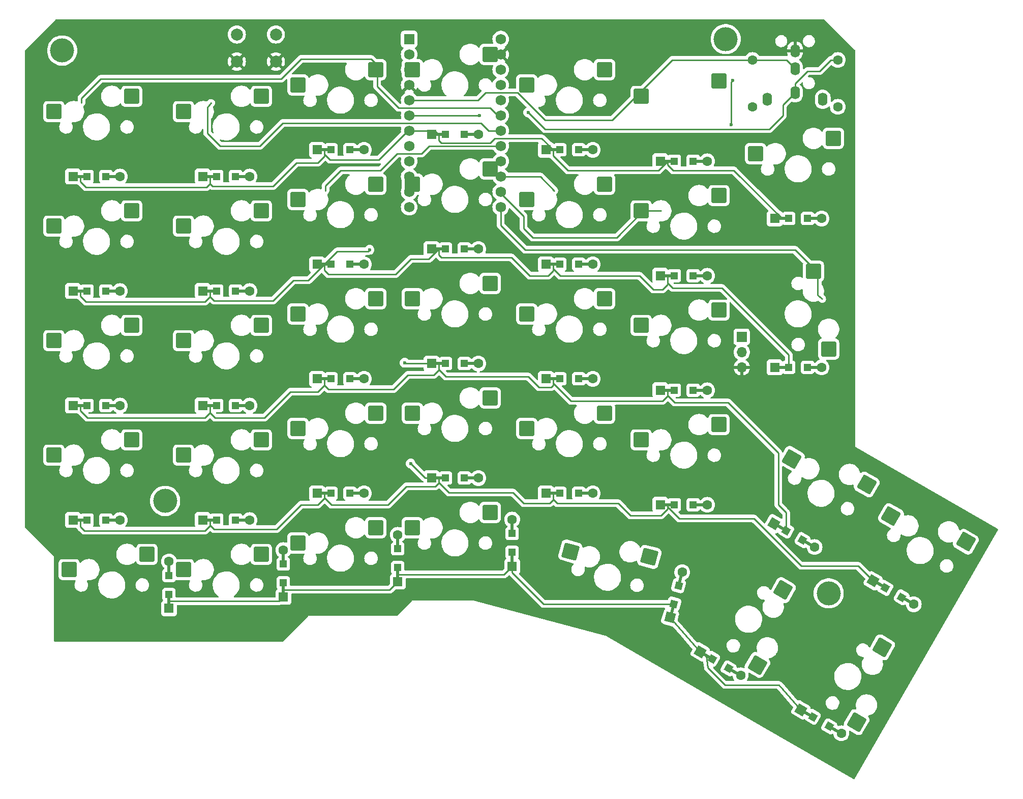
<source format=gbl>
G04 #@! TF.GenerationSoftware,KiCad,Pcbnew,7.0.8*
G04 #@! TF.CreationDate,2023-11-23T13:30:25+08:00*
G04 #@! TF.ProjectId,redox_rev1_hs,7265646f-785f-4726-9576-315f68732e6b,1.0*
G04 #@! TF.SameCoordinates,Original*
G04 #@! TF.FileFunction,Copper,L2,Bot*
G04 #@! TF.FilePolarity,Positive*
%FSLAX46Y46*%
G04 Gerber Fmt 4.6, Leading zero omitted, Abs format (unit mm)*
G04 Created by KiCad (PCBNEW 7.0.8) date 2023-11-23 13:30:25*
%MOMM*%
%LPD*%
G01*
G04 APERTURE LIST*
G04 Aperture macros list*
%AMRoundRect*
0 Rectangle with rounded corners*
0 $1 Rounding radius*
0 $2 $3 $4 $5 $6 $7 $8 $9 X,Y pos of 4 corners*
0 Add a 4 corners polygon primitive as box body*
4,1,4,$2,$3,$4,$5,$6,$7,$8,$9,$2,$3,0*
0 Add four circle primitives for the rounded corners*
1,1,$1+$1,$2,$3*
1,1,$1+$1,$4,$5*
1,1,$1+$1,$6,$7*
1,1,$1+$1,$8,$9*
0 Add four rect primitives between the rounded corners*
20,1,$1+$1,$2,$3,$4,$5,0*
20,1,$1+$1,$4,$5,$6,$7,0*
20,1,$1+$1,$6,$7,$8,$9,0*
20,1,$1+$1,$8,$9,$2,$3,0*%
%AMRotRect*
0 Rectangle, with rotation*
0 The origin of the aperture is its center*
0 $1 length*
0 $2 width*
0 $3 Rotation angle, in degrees counterclockwise*
0 Add horizontal line*
21,1,$1,$2,0,0,$3*%
G04 Aperture macros list end*
G04 #@! TA.AperFunction,SMDPad,CuDef*
%ADD10R,1.200000X1.200000*%
G04 #@! TD*
G04 #@! TA.AperFunction,SMDPad,CuDef*
%ADD11R,2.500000X0.500000*%
G04 #@! TD*
G04 #@! TA.AperFunction,ComponentPad*
%ADD12R,1.600000X1.600000*%
G04 #@! TD*
G04 #@! TA.AperFunction,ComponentPad*
%ADD13C,1.600000*%
G04 #@! TD*
G04 #@! TA.AperFunction,SMDPad,CuDef*
%ADD14RotRect,1.200000X1.200000X150.000000*%
G04 #@! TD*
G04 #@! TA.AperFunction,SMDPad,CuDef*
%ADD15RotRect,2.500000X0.500000X150.000000*%
G04 #@! TD*
G04 #@! TA.AperFunction,ComponentPad*
%ADD16RotRect,1.600000X1.600000X150.000000*%
G04 #@! TD*
G04 #@! TA.AperFunction,SMDPad,CuDef*
%ADD17R,0.500000X2.500000*%
G04 #@! TD*
G04 #@! TA.AperFunction,SMDPad,CuDef*
%ADD18RotRect,1.200000X1.200000X255.000000*%
G04 #@! TD*
G04 #@! TA.AperFunction,SMDPad,CuDef*
%ADD19RotRect,2.500000X0.500000X255.000000*%
G04 #@! TD*
G04 #@! TA.AperFunction,ComponentPad*
%ADD20RotRect,1.600000X1.600000X255.000000*%
G04 #@! TD*
G04 #@! TA.AperFunction,SMDPad,CuDef*
%ADD21RoundRect,0.250000X-1.025000X-1.000000X1.025000X-1.000000X1.025000X1.000000X-1.025000X1.000000X0*%
G04 #@! TD*
G04 #@! TA.AperFunction,SMDPad,CuDef*
%ADD22RoundRect,0.250000X-1.000000X1.025000X-1.000000X-1.025000X1.000000X-1.025000X1.000000X1.025000X0*%
G04 #@! TD*
G04 #@! TA.AperFunction,SMDPad,CuDef*
%ADD23RoundRect,0.250000X-1.387676X-0.353525X0.387676X-1.378525X1.387676X0.353525X-0.387676X1.378525X0*%
G04 #@! TD*
G04 #@! TA.AperFunction,SMDPad,CuDef*
%ADD24RoundRect,0.250000X-1.248893X-0.700636X0.731255X-1.231215X1.248893X0.700636X-0.731255X1.231215X0*%
G04 #@! TD*
G04 #@! TA.AperFunction,SMDPad,CuDef*
%ADD25RoundRect,0.250000X-0.353525X1.387676X-1.378525X-0.387676X0.353525X-1.387676X1.378525X0.387676X0*%
G04 #@! TD*
G04 #@! TA.AperFunction,ComponentPad*
%ADD26R,1.700000X1.700000*%
G04 #@! TD*
G04 #@! TA.AperFunction,ComponentPad*
%ADD27O,1.700000X1.700000*%
G04 #@! TD*
G04 #@! TA.AperFunction,ComponentPad*
%ADD28C,2.000000*%
G04 #@! TD*
G04 #@! TA.AperFunction,ComponentPad*
%ADD29O,1.600000X2.200000*%
G04 #@! TD*
G04 #@! TA.AperFunction,ComponentPad*
%ADD30R,1.752600X1.752600*%
G04 #@! TD*
G04 #@! TA.AperFunction,ComponentPad*
%ADD31C,1.752600*%
G04 #@! TD*
G04 #@! TA.AperFunction,ComponentPad*
%ADD32C,4.000000*%
G04 #@! TD*
G04 #@! TA.AperFunction,ViaPad*
%ADD33C,0.600000*%
G04 #@! TD*
G04 #@! TA.AperFunction,Conductor*
%ADD34C,0.250000*%
G04 #@! TD*
G04 APERTURE END LIST*
D10*
X89865000Y-74930000D03*
D11*
X88740000Y-74930000D03*
D12*
X87540000Y-74930000D03*
D13*
X95340000Y-74930000D03*
D11*
X94140000Y-74930000D03*
D10*
X93015000Y-74930000D03*
X111455000Y-74930000D03*
D11*
X110330000Y-74930000D03*
D12*
X109130000Y-74930000D03*
D13*
X116930000Y-74930000D03*
D11*
X115730000Y-74930000D03*
D10*
X114605000Y-74930000D03*
X130505000Y-70485000D03*
D11*
X129380000Y-70485000D03*
D12*
X128180000Y-70485000D03*
D13*
X135980000Y-70485000D03*
D11*
X134780000Y-70485000D03*
D10*
X133655000Y-70485000D03*
X149555000Y-67945000D03*
D11*
X148430000Y-67945000D03*
D12*
X147230000Y-67945000D03*
D13*
X155030000Y-67945000D03*
D11*
X153830000Y-67945000D03*
D10*
X152705000Y-67945000D03*
X168605000Y-70485000D03*
D11*
X167480000Y-70485000D03*
D12*
X166280000Y-70485000D03*
D13*
X174080000Y-70485000D03*
D11*
X172880000Y-70485000D03*
D10*
X171755000Y-70485000D03*
X187655000Y-72390000D03*
D11*
X186530000Y-72390000D03*
D12*
X185330000Y-72390000D03*
D13*
X193130000Y-72390000D03*
D11*
X191930000Y-72390000D03*
D10*
X190805000Y-72390000D03*
X206705000Y-81915000D03*
D11*
X205580000Y-81915000D03*
D12*
X204380000Y-81915000D03*
D13*
X212180000Y-81915000D03*
D11*
X210980000Y-81915000D03*
D10*
X209855000Y-81915000D03*
X89865000Y-93980000D03*
D11*
X88740000Y-93980000D03*
D12*
X87540000Y-93980000D03*
D13*
X95340000Y-93980000D03*
D11*
X94140000Y-93980000D03*
D10*
X93015000Y-93980000D03*
X111455000Y-93980000D03*
D11*
X110330000Y-93980000D03*
D12*
X109130000Y-93980000D03*
D13*
X116930000Y-93980000D03*
D11*
X115730000Y-93980000D03*
D10*
X114605000Y-93980000D03*
X130505000Y-89535000D03*
D11*
X129380000Y-89535000D03*
D12*
X128180000Y-89535000D03*
D13*
X135980000Y-89535000D03*
D11*
X134780000Y-89535000D03*
D10*
X133655000Y-89535000D03*
X149555000Y-86995000D03*
D11*
X148430000Y-86995000D03*
D12*
X147230000Y-86995000D03*
D13*
X155030000Y-86995000D03*
D11*
X153830000Y-86995000D03*
D10*
X152705000Y-86995000D03*
X168605000Y-89535000D03*
D11*
X167480000Y-89535000D03*
D12*
X166280000Y-89535000D03*
D13*
X174080000Y-89535000D03*
D11*
X172880000Y-89535000D03*
D10*
X171755000Y-89535000D03*
X187655000Y-91440000D03*
D11*
X186530000Y-91440000D03*
D12*
X185330000Y-91440000D03*
D13*
X193130000Y-91440000D03*
D11*
X191930000Y-91440000D03*
D10*
X190805000Y-91440000D03*
X206705000Y-106680000D03*
D11*
X205580000Y-106680000D03*
D12*
X204380000Y-106680000D03*
D13*
X212180000Y-106680000D03*
D11*
X210980000Y-106680000D03*
D10*
X209855000Y-106680000D03*
X89865000Y-113030000D03*
D11*
X88740000Y-113030000D03*
D12*
X87540000Y-113030000D03*
D13*
X95340000Y-113030000D03*
D11*
X94140000Y-113030000D03*
D10*
X93015000Y-113030000D03*
X111455000Y-113030000D03*
D11*
X110330000Y-113030000D03*
D12*
X109130000Y-113030000D03*
D13*
X116930000Y-113030000D03*
D11*
X115730000Y-113030000D03*
D10*
X114605000Y-113030000D03*
X130505000Y-108585000D03*
D11*
X129380000Y-108585000D03*
D12*
X128180000Y-108585000D03*
D13*
X135980000Y-108585000D03*
D11*
X134780000Y-108585000D03*
D10*
X133655000Y-108585000D03*
X149555000Y-106045000D03*
D11*
X148430000Y-106045000D03*
D12*
X147230000Y-106045000D03*
D13*
X155030000Y-106045000D03*
D11*
X153830000Y-106045000D03*
D10*
X152705000Y-106045000D03*
X168605000Y-108585000D03*
D11*
X167480000Y-108585000D03*
D12*
X166280000Y-108585000D03*
D13*
X174080000Y-108585000D03*
D11*
X172880000Y-108585000D03*
D10*
X171755000Y-108585000D03*
X187655000Y-110490000D03*
D11*
X186530000Y-110490000D03*
D12*
X185330000Y-110490000D03*
D13*
X193130000Y-110490000D03*
D11*
X191930000Y-110490000D03*
D10*
X190805000Y-110490000D03*
D14*
X206281010Y-133832500D03*
D15*
X205306731Y-133270000D03*
D16*
X204267501Y-132670000D03*
D13*
X211022499Y-136570000D03*
D15*
X209983269Y-135970000D03*
D14*
X209008990Y-135407500D03*
D10*
X89865000Y-132080000D03*
D11*
X88740000Y-132080000D03*
D12*
X87540000Y-132080000D03*
D13*
X95340000Y-132080000D03*
D11*
X94140000Y-132080000D03*
D10*
X93015000Y-132080000D03*
X111455000Y-132080000D03*
D11*
X110330000Y-132080000D03*
D12*
X109130000Y-132080000D03*
D13*
X116930000Y-132080000D03*
D11*
X115730000Y-132080000D03*
D10*
X114605000Y-132080000D03*
X130505000Y-127635000D03*
D11*
X129380000Y-127635000D03*
D12*
X128180000Y-127635000D03*
D13*
X135980000Y-127635000D03*
D11*
X134780000Y-127635000D03*
D10*
X133655000Y-127635000D03*
X149555000Y-125095000D03*
D11*
X148430000Y-125095000D03*
D12*
X147230000Y-125095000D03*
D13*
X155030000Y-125095000D03*
D11*
X153830000Y-125095000D03*
D10*
X152705000Y-125095000D03*
X168605000Y-127635000D03*
D11*
X167480000Y-127635000D03*
D12*
X166280000Y-127635000D03*
D13*
X174080000Y-127635000D03*
D11*
X172880000Y-127635000D03*
D10*
X171755000Y-127635000D03*
X187655000Y-129540000D03*
D11*
X186530000Y-129540000D03*
D12*
X185330000Y-129540000D03*
D13*
X193130000Y-129540000D03*
D11*
X191930000Y-129540000D03*
D10*
X190805000Y-129540000D03*
D14*
X222791010Y-143357500D03*
D15*
X221816731Y-142795000D03*
D16*
X220777501Y-142195000D03*
D13*
X227532499Y-146095000D03*
D15*
X226493269Y-145495000D03*
D14*
X225518990Y-144932500D03*
D10*
X103505000Y-144450000D03*
D17*
X103505000Y-145575000D03*
D12*
X103505000Y-146775000D03*
D13*
X103505000Y-138975000D03*
D17*
X103505000Y-140175000D03*
D10*
X103505000Y-141300000D03*
X122555000Y-142545000D03*
D17*
X122555000Y-143670000D03*
D12*
X122555000Y-144870000D03*
D13*
X122555000Y-137070000D03*
D17*
X122555000Y-138270000D03*
D10*
X122555000Y-139395000D03*
X141605000Y-140005000D03*
D17*
X141605000Y-141130000D03*
D12*
X141605000Y-142330000D03*
D13*
X141605000Y-134530000D03*
D17*
X141605000Y-135730000D03*
D10*
X141605000Y-136855000D03*
X160655000Y-137465000D03*
D17*
X160655000Y-138590000D03*
D12*
X160655000Y-139790000D03*
D13*
X160655000Y-131990000D03*
D17*
X160655000Y-133190000D03*
D10*
X160655000Y-134315000D03*
D18*
X187552360Y-146047333D03*
D19*
X187261189Y-147134000D03*
D20*
X186950606Y-148293111D03*
D13*
X188969394Y-140758889D03*
D19*
X188658811Y-141918000D03*
D18*
X188367640Y-143004667D03*
D14*
X193962010Y-155168500D03*
D15*
X192987731Y-154606000D03*
D16*
X191948501Y-154006000D03*
D13*
X198703499Y-157906000D03*
D15*
X197664269Y-157306000D03*
D14*
X196689990Y-156743500D03*
X210726010Y-164820500D03*
D15*
X209751731Y-164258000D03*
D16*
X208712501Y-163658000D03*
D13*
X215467499Y-167558000D03*
D15*
X214428269Y-166958000D03*
D14*
X213453990Y-166395500D03*
D21*
X84355000Y-64135000D03*
X97282000Y-61595000D03*
X105945000Y-64135000D03*
X118872000Y-61595000D03*
X124995000Y-59690000D03*
X137922000Y-57150000D03*
X144045000Y-57150000D03*
X156972000Y-54610000D03*
X163095000Y-59690000D03*
X176022000Y-57150000D03*
X182145000Y-61595000D03*
X195072000Y-59055000D03*
X201195000Y-71120000D03*
X214122000Y-68580000D03*
X84355000Y-83185000D03*
X97282000Y-80645000D03*
X105945000Y-83185000D03*
X118872000Y-80645000D03*
X124995000Y-78740000D03*
X137922000Y-76200000D03*
X144045000Y-76200000D03*
X156972000Y-73660000D03*
X163095000Y-78740000D03*
X176022000Y-76200000D03*
X182145000Y-80645000D03*
X195072000Y-78105000D03*
D22*
X210820000Y-90705000D03*
X213360000Y-103632000D03*
D21*
X84355000Y-102235000D03*
X97282000Y-99695000D03*
X105945000Y-102235000D03*
X118872000Y-99695000D03*
X124995000Y-97790000D03*
X137922000Y-95250000D03*
X144045000Y-95250000D03*
X156972000Y-92710000D03*
X163095000Y-97790000D03*
X176022000Y-95250000D03*
X182145000Y-99695000D03*
X195072000Y-97155000D03*
D23*
X207224210Y-121892795D03*
X219689320Y-126156591D03*
D21*
X84355000Y-121285000D03*
X97282000Y-118745000D03*
X105945000Y-121285000D03*
X118872000Y-118745000D03*
X124995000Y-116840000D03*
X137922000Y-114300000D03*
X144045000Y-114300000D03*
X156972000Y-111760000D03*
X163095000Y-116840000D03*
X176022000Y-114300000D03*
X182145000Y-118745000D03*
X195072000Y-116205000D03*
D23*
X223734210Y-131417795D03*
X236199320Y-135681591D03*
D21*
X86895000Y-140335000D03*
X99822000Y-137795000D03*
X105945000Y-140335000D03*
X118872000Y-137795000D03*
X124995000Y-135890000D03*
X137922000Y-133350000D03*
X144045000Y-133350000D03*
X156972000Y-130810000D03*
D24*
X170343816Y-137317815D03*
X183487739Y-138210118D03*
D25*
X205767205Y-143724210D03*
X201503409Y-156189320D03*
X222277205Y-153249210D03*
X218013409Y-165714320D03*
D13*
X200660000Y-55536000D03*
X200660000Y-63336000D03*
X214884000Y-55536000D03*
X214884000Y-63336000D03*
D26*
X198882000Y-101600000D03*
D27*
X198882000Y-104140000D03*
X198882000Y-106680000D03*
D28*
X114808000Y-51308000D03*
X121308000Y-51308000D03*
X114808000Y-55808000D03*
X121308000Y-55808000D03*
D29*
X203172000Y-62100000D03*
X212372000Y-62100000D03*
X207772000Y-61000000D03*
X207772000Y-57000000D03*
X207772000Y-54000000D03*
D30*
X143510000Y-52070000D03*
D31*
X143510000Y-54610000D03*
X143510000Y-57150000D03*
X143510000Y-59690000D03*
X143510000Y-62230000D03*
X143510000Y-64770000D03*
X143510000Y-67310000D03*
X143510000Y-69850000D03*
X143510000Y-72390000D03*
X143510000Y-74930000D03*
X143510000Y-77470000D03*
X143510000Y-80010000D03*
X158750000Y-80010000D03*
X158750000Y-77470000D03*
X158750000Y-74930000D03*
X158750000Y-72390000D03*
X158750000Y-69850000D03*
X158750000Y-67310000D03*
X158750000Y-64770000D03*
X158750000Y-62230000D03*
X158750000Y-59690000D03*
X158750000Y-57150000D03*
X158750000Y-54610000D03*
X158750000Y-52070000D03*
D32*
X213360000Y-144272000D03*
X85725000Y-53975000D03*
X102870000Y-128905000D03*
X196215000Y-52070000D03*
D33*
X136906000Y-87122000D03*
X142748000Y-105918000D03*
X143764000Y-122682000D03*
X155194000Y-64770000D03*
X163322000Y-64262000D03*
X197358000Y-58928000D03*
X197104000Y-66294000D03*
D34*
X88740000Y-75786000D02*
X89662000Y-76708000D01*
X89662000Y-76708000D02*
X109728000Y-76708000D01*
X109728000Y-76708000D02*
X110330000Y-76106000D01*
X110330000Y-76106000D02*
X110744000Y-76520000D01*
X110744000Y-76520000D02*
X120838000Y-76520000D01*
X120838000Y-76520000D02*
X124714000Y-72644000D01*
X124714000Y-72644000D02*
X128270000Y-72644000D01*
X128270000Y-72644000D02*
X129380000Y-71534000D01*
X129380000Y-71534000D02*
X129380000Y-70485000D01*
X129380000Y-71214000D02*
X130302000Y-72136000D01*
X130302000Y-72136000D02*
X138430000Y-72136000D01*
X138430000Y-72136000D02*
X143256000Y-67310000D01*
X143256000Y-67310000D02*
X143510000Y-67310000D01*
X147795000Y-67310000D02*
X148430000Y-67945000D01*
X148430000Y-68928000D02*
X148844000Y-69342000D01*
X148844000Y-69342000D02*
X156972000Y-69342000D01*
X156972000Y-69342000D02*
X157734000Y-68580000D01*
X157734000Y-68580000D02*
X165575000Y-68580000D01*
X165575000Y-68580000D02*
X167480000Y-70485000D01*
X167480000Y-71468000D02*
X169926000Y-73914000D01*
X169926000Y-73914000D02*
X185006000Y-73914000D01*
X185006000Y-73914000D02*
X186530000Y-72390000D01*
X186530000Y-72992000D02*
X187452000Y-73914000D01*
X187452000Y-73914000D02*
X197579000Y-73914000D01*
X197579000Y-73914000D02*
X205580000Y-81915000D01*
X88740000Y-74930000D02*
X88740000Y-75786000D01*
X143510000Y-67310000D02*
X147795000Y-67310000D01*
X110330000Y-74930000D02*
X110330000Y-76106000D01*
X186530000Y-72390000D02*
X186530000Y-72992000D01*
X148430000Y-67945000D02*
X148430000Y-68928000D01*
X167480000Y-70485000D02*
X167480000Y-71468000D01*
X129380000Y-70485000D02*
X129380000Y-71214000D01*
X88740000Y-94836000D02*
X89662000Y-95758000D01*
X89662000Y-95758000D02*
X109474000Y-95758000D01*
X109474000Y-95758000D02*
X110330000Y-94902000D01*
X110330000Y-94902000D02*
X110998000Y-95570000D01*
X110998000Y-95570000D02*
X120838000Y-95570000D01*
X120838000Y-95570000D02*
X124206000Y-92202000D01*
X124206000Y-92202000D02*
X126713000Y-92202000D01*
X126713000Y-92202000D02*
X129380000Y-89535000D01*
X129380000Y-90518000D02*
X130048000Y-91186000D01*
X130048000Y-91186000D02*
X141224000Y-91186000D01*
X141224000Y-91186000D02*
X143764000Y-88646000D01*
X143764000Y-88646000D02*
X146779000Y-88646000D01*
X146779000Y-88646000D02*
X148430000Y-86995000D01*
X148430000Y-87978000D02*
X148844000Y-88392000D01*
X148844000Y-88392000D02*
X160528000Y-88392000D01*
X160528000Y-88392000D02*
X163576000Y-91440000D01*
X163576000Y-91440000D02*
X166624000Y-91440000D01*
X166624000Y-91440000D02*
X167480000Y-90584000D01*
X167480000Y-90584000D02*
X167480000Y-89535000D01*
X167480000Y-90264000D02*
X168656000Y-91440000D01*
X168656000Y-91440000D02*
X181864000Y-91440000D01*
X181864000Y-91440000D02*
X184150000Y-93726000D01*
X184150000Y-93726000D02*
X185674000Y-93726000D01*
X185674000Y-93726000D02*
X186530000Y-92870000D01*
X186530000Y-92870000D02*
X186530000Y-91440000D01*
X186530000Y-92616000D02*
X187386000Y-93472000D01*
X187386000Y-93472000D02*
X195580000Y-93472000D01*
X195580000Y-93472000D02*
X206705000Y-104597000D01*
X206705000Y-104597000D02*
X206705000Y-106680000D01*
X136906000Y-87122000D02*
X136652000Y-87376000D01*
X136652000Y-87376000D02*
X131539000Y-87376000D01*
X131539000Y-87376000D02*
X129380000Y-89535000D01*
X167480000Y-89535000D02*
X167480000Y-90264000D01*
X88740000Y-93980000D02*
X88740000Y-94836000D01*
X148430000Y-86995000D02*
X148430000Y-87978000D01*
X129380000Y-89535000D02*
X129380000Y-90518000D01*
X110330000Y-93980000D02*
X110330000Y-94902000D01*
X186530000Y-91440000D02*
X186530000Y-92616000D01*
X88740000Y-113886000D02*
X89916000Y-115062000D01*
X89916000Y-115062000D02*
X109474000Y-115062000D01*
X109474000Y-115062000D02*
X110330000Y-114206000D01*
X110330000Y-114206000D02*
X111186000Y-115062000D01*
X111186000Y-115062000D02*
X119380000Y-115062000D01*
X119380000Y-115062000D02*
X123698000Y-110744000D01*
X123698000Y-110744000D02*
X128270000Y-110744000D01*
X128270000Y-110744000D02*
X129380000Y-109634000D01*
X129380000Y-109634000D02*
X130048000Y-110302000D01*
X130048000Y-110302000D02*
X140904000Y-110302000D01*
X140904000Y-110302000D02*
X143256000Y-107950000D01*
X143256000Y-107950000D02*
X147574000Y-107950000D01*
X147574000Y-107950000D02*
X148430000Y-107094000D01*
X148430000Y-107094000D02*
X148430000Y-106045000D01*
X148430000Y-107028000D02*
X149606000Y-108204000D01*
X149606000Y-108204000D02*
X163322000Y-108204000D01*
X163322000Y-108204000D02*
X165100000Y-109982000D01*
X165100000Y-109982000D02*
X167132000Y-109982000D01*
X167132000Y-109982000D02*
X167480000Y-109634000D01*
X167480000Y-109634000D02*
X167480000Y-108585000D01*
X167480000Y-109314000D02*
X170434000Y-112268000D01*
X170434000Y-112268000D02*
X185674000Y-112268000D01*
X185674000Y-112268000D02*
X186530000Y-111412000D01*
X186530000Y-111412000D02*
X186530000Y-110490000D01*
X186530000Y-111346000D02*
X187706000Y-112522000D01*
X187706000Y-112522000D02*
X196596000Y-112522000D01*
X196596000Y-112522000D02*
X204978000Y-120904000D01*
X204978000Y-120904000D02*
X204978000Y-129540000D01*
X204978000Y-129540000D02*
X206281010Y-130843010D01*
X206281010Y-130843010D02*
X206281010Y-133832500D01*
X142748000Y-105918000D02*
X142875000Y-106045000D01*
X142875000Y-106045000D02*
X147230000Y-106045000D01*
X147230000Y-106045000D02*
X148430000Y-106045000D01*
X110330000Y-113030000D02*
X110330000Y-114206000D01*
X167480000Y-108585000D02*
X167480000Y-109314000D01*
X148430000Y-106045000D02*
X148430000Y-107028000D01*
X129380000Y-108585000D02*
X129380000Y-109634000D01*
X88740000Y-113030000D02*
X88740000Y-113886000D01*
X186530000Y-110490000D02*
X186530000Y-111346000D01*
X88740000Y-133190000D02*
X89408000Y-133858000D01*
X89408000Y-133858000D02*
X109474000Y-133858000D01*
X109474000Y-133858000D02*
X110330000Y-133002000D01*
X110330000Y-133002000D02*
X110330000Y-132080000D01*
X110330000Y-132936000D02*
X110998000Y-133604000D01*
X110998000Y-133604000D02*
X121412000Y-133604000D01*
X121412000Y-133604000D02*
X125476000Y-129540000D01*
X125476000Y-129540000D02*
X128270000Y-129540000D01*
X128270000Y-129540000D02*
X129380000Y-128430000D01*
X129380000Y-128430000D02*
X129380000Y-127635000D01*
X129380000Y-128364000D02*
X130556000Y-129540000D01*
X130556000Y-129540000D02*
X139954000Y-129540000D01*
X139954000Y-129540000D02*
X143002000Y-126492000D01*
X143002000Y-126492000D02*
X147828000Y-126492000D01*
X147828000Y-126492000D02*
X148430000Y-125890000D01*
X148430000Y-125890000D02*
X148430000Y-125095000D01*
X148430000Y-125824000D02*
X150114000Y-127508000D01*
X150114000Y-127508000D02*
X160782000Y-127508000D01*
X160782000Y-127508000D02*
X162560000Y-129286000D01*
X162560000Y-129286000D02*
X166878000Y-129286000D01*
X166878000Y-129286000D02*
X167480000Y-128684000D01*
X167480000Y-128684000D02*
X167480000Y-127635000D01*
X167480000Y-128618000D02*
X168148000Y-129286000D01*
X168148000Y-129286000D02*
X178308000Y-129286000D01*
X178308000Y-129286000D02*
X180340000Y-131318000D01*
X180340000Y-131318000D02*
X185420000Y-131318000D01*
X185420000Y-131318000D02*
X186530000Y-130208000D01*
X186530000Y-130208000D02*
X186530000Y-129540000D01*
X186530000Y-129888000D02*
X188468000Y-131826000D01*
X188468000Y-131826000D02*
X200914000Y-131826000D01*
X200914000Y-131826000D02*
X208788000Y-139700000D01*
X208788000Y-139700000D02*
X218282501Y-139700000D01*
X218282501Y-139700000D02*
X220777501Y-142195000D01*
X220777501Y-142195000D02*
X221816731Y-142795000D01*
X143764000Y-122682000D02*
X146177000Y-125095000D01*
X146177000Y-125095000D02*
X147230000Y-125095000D01*
X147230000Y-125095000D02*
X148430000Y-125095000D01*
X110330000Y-132080000D02*
X110330000Y-132936000D01*
X129380000Y-127635000D02*
X129380000Y-128364000D01*
X186530000Y-129540000D02*
X186530000Y-129888000D01*
X88740000Y-132080000D02*
X88740000Y-133190000D01*
X167480000Y-127635000D02*
X167480000Y-128618000D01*
X148430000Y-125095000D02*
X148430000Y-125824000D01*
X191948501Y-154006000D02*
X192987731Y-154606000D01*
X193241731Y-156665731D02*
X196088000Y-159512000D01*
X196088000Y-159512000D02*
X205074501Y-159512000D01*
X205074501Y-159512000D02*
X208712501Y-163658000D01*
X208712501Y-163658000D02*
X209751731Y-164258000D01*
X121850000Y-145575000D02*
X122555000Y-144870000D01*
X122555000Y-144870000D02*
X122555000Y-143670000D01*
X140265000Y-143670000D02*
X141605000Y-142330000D01*
X141605000Y-142330000D02*
X141605000Y-141130000D01*
X159315000Y-141130000D02*
X160655000Y-139790000D01*
X160655000Y-139790000D02*
X160655000Y-138590000D01*
X186950606Y-148293111D02*
X187261189Y-147134000D01*
X160655000Y-140843000D02*
X165859333Y-146047333D01*
X165859333Y-146047333D02*
X187552360Y-146047333D01*
X187261189Y-148683688D02*
X191948501Y-154006000D01*
X191948501Y-154006000D02*
X192987731Y-154606000D01*
X160655000Y-138590000D02*
X160655000Y-140843000D01*
X103505000Y-145575000D02*
X121850000Y-145575000D01*
X141605000Y-141130000D02*
X159315000Y-141130000D01*
X187261189Y-147134000D02*
X187139000Y-147134000D01*
X122555000Y-143670000D02*
X140265000Y-143670000D01*
X187261189Y-147134000D02*
X187261189Y-148683688D01*
X192987731Y-154606000D02*
X193241731Y-156665731D01*
X158242000Y-64770000D02*
X156972000Y-63500000D01*
X156972000Y-63500000D02*
X141732000Y-63500000D01*
X141732000Y-63500000D02*
X138176000Y-59944000D01*
X138176000Y-59944000D02*
X138176000Y-56388000D01*
X138176000Y-56388000D02*
X137160000Y-55372000D01*
X137160000Y-55372000D02*
X125476000Y-55372000D01*
X125476000Y-55372000D02*
X122174000Y-58674000D01*
X122174000Y-58674000D02*
X92131000Y-58674000D01*
X92131000Y-58674000D02*
X88920000Y-61885000D01*
X88920000Y-61885000D02*
X88940000Y-62675000D01*
X158750000Y-64770000D02*
X158242000Y-64770000D01*
X156718000Y-67310000D02*
X155448000Y-66040000D01*
X155448000Y-66040000D02*
X122428000Y-66040000D01*
X122428000Y-66040000D02*
X118618000Y-69850000D01*
X118618000Y-69850000D02*
X112014000Y-69850000D01*
X112014000Y-69850000D02*
X109875000Y-67711000D01*
X109875000Y-67711000D02*
X109875000Y-63405000D01*
X109875000Y-63405000D02*
X110530000Y-62675000D01*
X158750000Y-67310000D02*
X156718000Y-67310000D01*
X146812000Y-69850000D02*
X145542000Y-71120000D01*
X145542000Y-71120000D02*
X141478000Y-71120000D01*
X141478000Y-71120000D02*
X138684000Y-73914000D01*
X138684000Y-73914000D02*
X132136000Y-73914000D01*
X132136000Y-73914000D02*
X129560000Y-76490000D01*
X129560000Y-76490000D02*
X129580000Y-77280000D01*
X158750000Y-69850000D02*
X146812000Y-69850000D01*
X165330000Y-74930000D02*
X167680000Y-77280000D01*
X158750000Y-74930000D02*
X165330000Y-74930000D01*
X158750000Y-77724000D02*
X162560000Y-81534000D01*
X162560000Y-81534000D02*
X162560000Y-83566000D01*
X162560000Y-83566000D02*
X164084000Y-85090000D01*
X164084000Y-85090000D02*
X178054000Y-85090000D01*
X178054000Y-85090000D02*
X182499000Y-80645000D01*
X182499000Y-80645000D02*
X185420000Y-80645000D01*
X158750000Y-77470000D02*
X158750000Y-77724000D01*
X158750000Y-83058000D02*
X162814000Y-87122000D01*
X162814000Y-87122000D02*
X207772000Y-87122000D01*
X207772000Y-87122000D02*
X211550000Y-90900000D01*
X211550000Y-90900000D02*
X211550000Y-94635000D01*
X211550000Y-94635000D02*
X212280000Y-95290000D01*
X158750000Y-80010000D02*
X158750000Y-83058000D01*
X154940000Y-62230000D02*
X156210000Y-60960000D01*
X156210000Y-60960000D02*
X161544000Y-60960000D01*
X161544000Y-60960000D02*
X166116000Y-65532000D01*
X166116000Y-65532000D02*
X177292000Y-65532000D01*
X177292000Y-65532000D02*
X187288000Y-55536000D01*
X187288000Y-55536000D02*
X200660000Y-55536000D01*
X206308000Y-55536000D02*
X207772000Y-57000000D01*
X200660000Y-55536000D02*
X206308000Y-55536000D01*
X143510000Y-62230000D02*
X154940000Y-62230000D01*
X163322000Y-64262000D02*
X166116000Y-67056000D01*
X166116000Y-67056000D02*
X203454000Y-67056000D01*
X203454000Y-67056000D02*
X205740000Y-64770000D01*
X205740000Y-64770000D02*
X205740000Y-63032000D01*
X205740000Y-63032000D02*
X207772000Y-61000000D01*
X207772000Y-59436000D02*
X209804000Y-57404000D01*
X209804000Y-57404000D02*
X211836000Y-57404000D01*
X211836000Y-57404000D02*
X213704000Y-55536000D01*
X213704000Y-55536000D02*
X214884000Y-55536000D01*
X143510000Y-64770000D02*
X155194000Y-64770000D01*
X207772000Y-61000000D02*
X207772000Y-59436000D01*
X197358000Y-58928000D02*
X197104000Y-59182000D01*
X197104000Y-59182000D02*
X197104000Y-66294000D01*
G04 #@! TA.AperFunction,Conductor*
G36*
X212720013Y-48838502D02*
G01*
X212740987Y-48855405D01*
X217717595Y-53832013D01*
X217751621Y-53894325D01*
X217754500Y-53921108D01*
X217754500Y-119880678D01*
X217753978Y-119888775D01*
X217752232Y-119902260D01*
X217752567Y-119903500D01*
X217765443Y-119925746D01*
X217766347Y-119926650D01*
X217778913Y-119931855D01*
X217786188Y-119935432D01*
X241502600Y-133559754D01*
X241551703Y-133611029D01*
X241565290Y-133680714D01*
X241549008Y-133731915D01*
X217690720Y-175136775D01*
X217639379Y-175185812D01*
X217569676Y-175199308D01*
X217518601Y-175183019D01*
X202640288Y-166602888D01*
X212120790Y-166602888D01*
X212138151Y-166748078D01*
X212195709Y-166882492D01*
X212195711Y-166882495D01*
X212288806Y-166995247D01*
X212288809Y-166995250D01*
X212338003Y-167031170D01*
X213461477Y-167679808D01*
X213517182Y-167704451D01*
X213661380Y-167728699D01*
X213806568Y-167711339D01*
X213940985Y-167653779D01*
X213945702Y-167649884D01*
X214010962Y-167621933D01*
X214080977Y-167633702D01*
X214088922Y-167637918D01*
X214108022Y-167648945D01*
X214157014Y-167700326D01*
X214170542Y-167747080D01*
X214173954Y-167786078D01*
X214173955Y-167786083D01*
X214173955Y-167786086D01*
X214173956Y-167786087D01*
X214233215Y-168007243D01*
X214329976Y-168214749D01*
X214461301Y-168402300D01*
X214623199Y-168564198D01*
X214810750Y-168695523D01*
X215018256Y-168792284D01*
X215239412Y-168851543D01*
X215467499Y-168871498D01*
X215695586Y-168851543D01*
X215916742Y-168792284D01*
X216124248Y-168695523D01*
X216311799Y-168564198D01*
X216473697Y-168402300D01*
X216605022Y-168214749D01*
X216701783Y-168007243D01*
X216761042Y-167786087D01*
X216780997Y-167558000D01*
X216761042Y-167329913D01*
X216751256Y-167293391D01*
X216752946Y-167222418D01*
X216792740Y-167163622D01*
X216858004Y-167135674D01*
X216928018Y-167147447D01*
X216935960Y-167151662D01*
X218031457Y-167784147D01*
X218126728Y-167826898D01*
X218300376Y-167862754D01*
X218477614Y-167857597D01*
X218648884Y-167811706D01*
X218804955Y-167727553D01*
X218937411Y-167609676D01*
X218998542Y-167525019D01*
X220074086Y-165662121D01*
X220116837Y-165566851D01*
X220152693Y-165393202D01*
X220147536Y-165215964D01*
X220101644Y-165044695D01*
X220017491Y-164888624D01*
X219942170Y-164803987D01*
X219911828Y-164739805D01*
X219921001Y-164669403D01*
X219966780Y-164615137D01*
X220008256Y-164597385D01*
X220189214Y-164556082D01*
X220436930Y-164458861D01*
X220667389Y-164325806D01*
X220875442Y-164159888D01*
X221056444Y-163964815D01*
X221206349Y-163744945D01*
X221321810Y-163505187D01*
X221400248Y-163250899D01*
X221439909Y-162987760D01*
X221439909Y-162721650D01*
X221400248Y-162458511D01*
X221321810Y-162204223D01*
X221206349Y-161964466D01*
X221206346Y-161964462D01*
X221206343Y-161964456D01*
X221056448Y-161744601D01*
X221056444Y-161744595D01*
X221011490Y-161696146D01*
X220875445Y-161549524D01*
X220875440Y-161549520D01*
X220667393Y-161383607D01*
X220667385Y-161383601D01*
X220436932Y-161250549D01*
X220189217Y-161153329D01*
X220189215Y-161153328D01*
X219929782Y-161094113D01*
X219929778Y-161094112D01*
X219730854Y-161079205D01*
X219730851Y-161079205D01*
X219597967Y-161079205D01*
X219597964Y-161079205D01*
X219399039Y-161094112D01*
X219399035Y-161094113D01*
X219139602Y-161153328D01*
X219139600Y-161153329D01*
X218891885Y-161250549D01*
X218661432Y-161383601D01*
X218661424Y-161383607D01*
X218453377Y-161549520D01*
X218453372Y-161549524D01*
X218272379Y-161744588D01*
X218272369Y-161744601D01*
X218122470Y-161964462D01*
X218122465Y-161964470D01*
X218007011Y-162204214D01*
X217928571Y-162458504D01*
X217928570Y-162458510D01*
X217928570Y-162458511D01*
X217888909Y-162721650D01*
X217888909Y-162987760D01*
X217928570Y-163250897D01*
X217928571Y-163250905D01*
X217983279Y-163428259D01*
X217984245Y-163499249D01*
X217946677Y-163559492D01*
X217882504Y-163589861D01*
X217837398Y-163588796D01*
X217726444Y-163565886D01*
X217726442Y-163565886D01*
X217608283Y-163569324D01*
X217549203Y-163571043D01*
X217377932Y-163616934D01*
X217221860Y-163701088D01*
X217089408Y-163818962D01*
X217089407Y-163818962D01*
X217028281Y-163903614D01*
X217028276Y-163903621D01*
X217028269Y-163903631D01*
X217028269Y-163903633D01*
X215952734Y-165766514D01*
X215909981Y-165861788D01*
X215884399Y-165985683D01*
X215874125Y-166035438D01*
X215877321Y-166145297D01*
X215859309Y-166213970D01*
X215807029Y-166262004D01*
X215737078Y-166274147D01*
X215718767Y-166270668D01*
X215695586Y-166264457D01*
X215695587Y-166264457D01*
X215467499Y-166244502D01*
X215239412Y-166264457D01*
X215018252Y-166323717D01*
X214982769Y-166340262D01*
X214912578Y-166350921D01*
X214866523Y-166335185D01*
X214847429Y-166324161D01*
X214798436Y-166272778D01*
X214785000Y-166203065D01*
X214786174Y-166194144D01*
X214787189Y-166188110D01*
X214769829Y-166042922D01*
X214712269Y-165908505D01*
X214619171Y-165795750D01*
X214619169Y-165795748D01*
X214569992Y-165759841D01*
X214569977Y-165759830D01*
X213446503Y-165111192D01*
X213390798Y-165086549D01*
X213246600Y-165062300D01*
X213101411Y-165079661D01*
X212966997Y-165137219D01*
X212966994Y-165137221D01*
X212854242Y-165230316D01*
X212854238Y-165230320D01*
X212818331Y-165279497D01*
X212818325Y-165279506D01*
X212818320Y-165279513D01*
X212818316Y-165279519D01*
X212818312Y-165279526D01*
X212169681Y-166402988D01*
X212145039Y-166458691D01*
X212120790Y-166602888D01*
X202640288Y-166602888D01*
X176180600Y-151343927D01*
X176173819Y-151339408D01*
X176171685Y-151337777D01*
X176171683Y-151337776D01*
X176171680Y-151337774D01*
X176168692Y-151336308D01*
X176165522Y-151335233D01*
X176162858Y-151334884D01*
X176154864Y-151333303D01*
X154198281Y-145495138D01*
X154190355Y-145492456D01*
X154188048Y-145491500D01*
X154184692Y-145490833D01*
X154181269Y-145490615D01*
X154181268Y-145490615D01*
X154178798Y-145490945D01*
X154170447Y-145491500D01*
X144053104Y-145491500D01*
X144032189Y-145487340D01*
X144017998Y-145487340D01*
X143979347Y-145503349D01*
X143969322Y-145513373D01*
X143957465Y-145531116D01*
X141493987Y-147994595D01*
X141431675Y-148028620D01*
X141404892Y-148031500D01*
X126781110Y-148031500D01*
X126760192Y-148027339D01*
X126745999Y-148027339D01*
X126725528Y-148035818D01*
X126707346Y-148043350D01*
X126697318Y-148053378D01*
X126685467Y-148071113D01*
X122443987Y-152312595D01*
X122381675Y-152346620D01*
X122354892Y-152349500D01*
X84504500Y-152349500D01*
X84436379Y-152329498D01*
X84389886Y-152275842D01*
X84378500Y-152223500D01*
X84378500Y-147623649D01*
X102196500Y-147623649D01*
X102203009Y-147684196D01*
X102203011Y-147684204D01*
X102254110Y-147821202D01*
X102254112Y-147821207D01*
X102341738Y-147938261D01*
X102458792Y-148025887D01*
X102458794Y-148025888D01*
X102458796Y-148025889D01*
X102494452Y-148039188D01*
X102595795Y-148076988D01*
X102595803Y-148076990D01*
X102656350Y-148083499D01*
X102656355Y-148083499D01*
X102656362Y-148083500D01*
X102656368Y-148083500D01*
X104353632Y-148083500D01*
X104353638Y-148083500D01*
X104353645Y-148083499D01*
X104353649Y-148083499D01*
X104414196Y-148076990D01*
X104414199Y-148076989D01*
X104414201Y-148076989D01*
X104551204Y-148025889D01*
X104668261Y-147938261D01*
X104680629Y-147921739D01*
X104755887Y-147821207D01*
X104755887Y-147821206D01*
X104755889Y-147821204D01*
X104806989Y-147684201D01*
X104808457Y-147670553D01*
X104813499Y-147623649D01*
X104813500Y-147623632D01*
X104813500Y-146334500D01*
X104833502Y-146266379D01*
X104887158Y-146219886D01*
X104939500Y-146208500D01*
X121766147Y-146208500D01*
X121781988Y-146210249D01*
X121782016Y-146209956D01*
X121789902Y-146210700D01*
X121789909Y-146210702D01*
X121859958Y-146208500D01*
X121889856Y-146208500D01*
X121896818Y-146207619D01*
X121902719Y-146207154D01*
X121949889Y-146205673D01*
X121969347Y-146200019D01*
X121988694Y-146196013D01*
X122008797Y-146193474D01*
X122024272Y-146187346D01*
X122070653Y-146178500D01*
X123403632Y-146178500D01*
X123403638Y-146178500D01*
X123403645Y-146178499D01*
X123403649Y-146178499D01*
X123464196Y-146171990D01*
X123464199Y-146171989D01*
X123464201Y-146171989D01*
X123601204Y-146120889D01*
X123718261Y-146033261D01*
X123805889Y-145916204D01*
X123856989Y-145779201D01*
X123860035Y-145750875D01*
X123863499Y-145718649D01*
X123863500Y-145718632D01*
X123863500Y-144429500D01*
X123883502Y-144361379D01*
X123937158Y-144314886D01*
X123989500Y-144303500D01*
X140181147Y-144303500D01*
X140196988Y-144305249D01*
X140197016Y-144304956D01*
X140204902Y-144305700D01*
X140204909Y-144305702D01*
X140274958Y-144303500D01*
X140304856Y-144303500D01*
X140311818Y-144302619D01*
X140317719Y-144302154D01*
X140364889Y-144300673D01*
X140384347Y-144295019D01*
X140403694Y-144291013D01*
X140423797Y-144288474D01*
X140467679Y-144271099D01*
X140473274Y-144269183D01*
X140501816Y-144260891D01*
X140518591Y-144256019D01*
X140518595Y-144256017D01*
X140536026Y-144245708D01*
X140553780Y-144237009D01*
X140572617Y-144229552D01*
X140610786Y-144201818D01*
X140615744Y-144198562D01*
X140656362Y-144174542D01*
X140670685Y-144160218D01*
X140685724Y-144147374D01*
X140700287Y-144136794D01*
X140702107Y-144135472D01*
X140732188Y-144099108D01*
X140736178Y-144094725D01*
X141155500Y-143675404D01*
X141217812Y-143641379D01*
X141244595Y-143638500D01*
X142453632Y-143638500D01*
X142453638Y-143638500D01*
X142453645Y-143638499D01*
X142453649Y-143638499D01*
X142514196Y-143631990D01*
X142514199Y-143631989D01*
X142514201Y-143631989D01*
X142651204Y-143580889D01*
X142671643Y-143565589D01*
X142768261Y-143493261D01*
X142855887Y-143376207D01*
X142855887Y-143376206D01*
X142855889Y-143376204D01*
X142906989Y-143239201D01*
X142911888Y-143193638D01*
X142913499Y-143178649D01*
X142913500Y-143178632D01*
X142913500Y-141889500D01*
X142933502Y-141821379D01*
X142987158Y-141774886D01*
X143039500Y-141763500D01*
X159231147Y-141763500D01*
X159246988Y-141765249D01*
X159247016Y-141764956D01*
X159254902Y-141765700D01*
X159254909Y-141765702D01*
X159324958Y-141763500D01*
X159354856Y-141763500D01*
X159361818Y-141762619D01*
X159367719Y-141762154D01*
X159414889Y-141760673D01*
X159434347Y-141755019D01*
X159453694Y-141751013D01*
X159473797Y-141748474D01*
X159517679Y-141731099D01*
X159523274Y-141729183D01*
X159551816Y-141720891D01*
X159568591Y-141716019D01*
X159568595Y-141716017D01*
X159586026Y-141705708D01*
X159603780Y-141697009D01*
X159622617Y-141689552D01*
X159660786Y-141661818D01*
X159665744Y-141658562D01*
X159706362Y-141634542D01*
X159720685Y-141620218D01*
X159735724Y-141607374D01*
X159741482Y-141603191D01*
X159752107Y-141595472D01*
X159782193Y-141559103D01*
X159786161Y-141554741D01*
X160038008Y-141302894D01*
X160100318Y-141268870D01*
X160171133Y-141273935D01*
X160207413Y-141294904D01*
X160225884Y-141310183D01*
X160230266Y-141314170D01*
X162796031Y-143879935D01*
X165352086Y-146435990D01*
X165362053Y-146448430D01*
X165362280Y-146448243D01*
X165367332Y-146454350D01*
X165418428Y-146502332D01*
X165439558Y-146523463D01*
X165445101Y-146527763D01*
X165449614Y-146531618D01*
X165463059Y-146544243D01*
X165484012Y-146563919D01*
X165484013Y-146563919D01*
X165484015Y-146563921D01*
X165501762Y-146573677D01*
X165518292Y-146584535D01*
X165534292Y-146596946D01*
X165565469Y-146610437D01*
X165577584Y-146615680D01*
X165582918Y-146618292D01*
X165624273Y-146641028D01*
X165643895Y-146646066D01*
X165662596Y-146652468D01*
X165675147Y-146657900D01*
X165681185Y-146660513D01*
X165681186Y-146660513D01*
X165681188Y-146660514D01*
X165727810Y-146667897D01*
X165733595Y-146669096D01*
X165779303Y-146680833D01*
X165799557Y-146680833D01*
X165819267Y-146682384D01*
X165821474Y-146682733D01*
X165839276Y-146685553D01*
X165873203Y-146682345D01*
X165886250Y-146681113D01*
X165892183Y-146680833D01*
X186002530Y-146680833D01*
X186070651Y-146700835D01*
X186117144Y-146754491D01*
X186127248Y-146824765D01*
X186097754Y-146889345D01*
X186080419Y-146905875D01*
X186013118Y-146958801D01*
X185928299Y-147077911D01*
X185928298Y-147077914D01*
X185906338Y-147134717D01*
X185467049Y-148774161D01*
X185467047Y-148774174D01*
X185457662Y-148834353D01*
X185457662Y-148834354D01*
X185471561Y-148979910D01*
X185471562Y-148979915D01*
X185525906Y-149115657D01*
X185525911Y-149115666D01*
X185616294Y-149230596D01*
X185616294Y-149230597D01*
X185616297Y-149230599D01*
X185735406Y-149315417D01*
X185792220Y-149337381D01*
X187326758Y-149748559D01*
X187387380Y-149785511D01*
X187388687Y-149786972D01*
X188836643Y-151431085D01*
X190641794Y-153480784D01*
X190671805Y-153545125D01*
X190662267Y-153615478D01*
X190656355Y-153627060D01*
X190390987Y-154086693D01*
X190366345Y-154142396D01*
X190342096Y-154286593D01*
X190359457Y-154431783D01*
X190417015Y-154566197D01*
X190417017Y-154566200D01*
X190510112Y-154678952D01*
X190510115Y-154678955D01*
X190559309Y-154714875D01*
X192029193Y-155563513D01*
X192084898Y-155588156D01*
X192229096Y-155612404D01*
X192345341Y-155598504D01*
X192415352Y-155610277D01*
X192467886Y-155658033D01*
X192485351Y-155708192D01*
X192609099Y-156711687D01*
X192609541Y-156717420D01*
X192611057Y-156765619D01*
X192611057Y-156765620D01*
X192630347Y-156832014D01*
X192647341Y-156899027D01*
X192650239Y-156906409D01*
X192650095Y-156906465D01*
X192652421Y-156912104D01*
X192652562Y-156912044D01*
X192655710Y-156919318D01*
X192655712Y-156919322D01*
X192655713Y-156919324D01*
X192674380Y-156950888D01*
X192690910Y-156978840D01*
X192719398Y-157031026D01*
X192724035Y-157039519D01*
X192724037Y-157039521D01*
X192728675Y-157045945D01*
X192728549Y-157046035D01*
X192732207Y-157050921D01*
X192732328Y-157050828D01*
X192737187Y-157057092D01*
X192776174Y-157096078D01*
X192786078Y-157105982D01*
X192833256Y-157156521D01*
X192833258Y-157156522D01*
X192839347Y-157161590D01*
X192839248Y-157161708D01*
X192852264Y-157172168D01*
X195580753Y-159900657D01*
X195590720Y-159913097D01*
X195590947Y-159912910D01*
X195595999Y-159919017D01*
X195647095Y-159966999D01*
X195668225Y-159988130D01*
X195673768Y-159992430D01*
X195678281Y-159996285D01*
X195712679Y-160028586D01*
X195712680Y-160028586D01*
X195712682Y-160028588D01*
X195730429Y-160038344D01*
X195746959Y-160049202D01*
X195762959Y-160061613D01*
X195794136Y-160075104D01*
X195806251Y-160080347D01*
X195811585Y-160082959D01*
X195852940Y-160105695D01*
X195872562Y-160110733D01*
X195891263Y-160117135D01*
X195903814Y-160122567D01*
X195909852Y-160125180D01*
X195909853Y-160125180D01*
X195909855Y-160125181D01*
X195956477Y-160132564D01*
X195962262Y-160133763D01*
X196007970Y-160145500D01*
X196028224Y-160145500D01*
X196047934Y-160147051D01*
X196050141Y-160147400D01*
X196067943Y-160150220D01*
X196101870Y-160147012D01*
X196114917Y-160145780D01*
X196120850Y-160145500D01*
X204730504Y-160145500D01*
X204798625Y-160165502D01*
X204825213Y-160188396D01*
X207407151Y-163130868D01*
X207437045Y-163195264D01*
X207427380Y-163265599D01*
X207421561Y-163276972D01*
X207154987Y-163738693D01*
X207130345Y-163794396D01*
X207106096Y-163938593D01*
X207123457Y-164083783D01*
X207181015Y-164218197D01*
X207181017Y-164218200D01*
X207274112Y-164330952D01*
X207274115Y-164330955D01*
X207323309Y-164366875D01*
X208793193Y-165215513D01*
X208848898Y-165240156D01*
X208993096Y-165264404D01*
X209138284Y-165247044D01*
X209241513Y-165202838D01*
X209278979Y-165186796D01*
X209349473Y-165178368D01*
X209413334Y-165209390D01*
X209444405Y-165253024D01*
X209467729Y-165307492D01*
X209467731Y-165307495D01*
X209560826Y-165420247D01*
X209560829Y-165420250D01*
X209610023Y-165456170D01*
X210733497Y-166104808D01*
X210789202Y-166129451D01*
X210933400Y-166153699D01*
X211078588Y-166136339D01*
X211213005Y-166078779D01*
X211325760Y-165985681D01*
X211361680Y-165936487D01*
X212010318Y-164813013D01*
X212034961Y-164757308D01*
X212059209Y-164613110D01*
X212041849Y-164467922D01*
X211984289Y-164333505D01*
X211891191Y-164220750D01*
X211891189Y-164220748D01*
X211842012Y-164184841D01*
X211841997Y-164184830D01*
X210718523Y-163536192D01*
X210680438Y-163519344D01*
X210662818Y-163511549D01*
X210518619Y-163487300D01*
X210459781Y-163494335D01*
X210389768Y-163482561D01*
X210337234Y-163434804D01*
X210319715Y-163384185D01*
X210318904Y-163377407D01*
X210318905Y-163377405D01*
X210301545Y-163232217D01*
X210243985Y-163097800D01*
X210150887Y-162985045D01*
X210150885Y-162985043D01*
X210101708Y-162949136D01*
X210101693Y-162949125D01*
X209255564Y-162460612D01*
X212865661Y-162460612D01*
X212875887Y-162675304D01*
X212875888Y-162675315D01*
X212926562Y-162884197D01*
X212926563Y-162884199D01*
X213015854Y-163079719D01*
X213140534Y-163254808D01*
X213296097Y-163403136D01*
X213476920Y-163519344D01*
X213676468Y-163599231D01*
X213887528Y-163639909D01*
X213887532Y-163639909D01*
X214048616Y-163639909D01*
X214048618Y-163639909D01*
X214048619Y-163639908D01*
X214048637Y-163639908D01*
X214199618Y-163625490D01*
X214208971Y-163624597D01*
X214415209Y-163564040D01*
X214606259Y-163465547D01*
X214775217Y-163332677D01*
X214915976Y-163170233D01*
X215023448Y-162984086D01*
X215093750Y-162780963D01*
X215124339Y-162568206D01*
X215114112Y-162353505D01*
X215063437Y-162144619D01*
X214974146Y-161949099D01*
X214849466Y-161774010D01*
X214693903Y-161625682D01*
X214513080Y-161509474D01*
X214313532Y-161429587D01*
X214313531Y-161429586D01*
X214313529Y-161429586D01*
X214102476Y-161388909D01*
X214102472Y-161388909D01*
X213941382Y-161388909D01*
X213941362Y-161388909D01*
X213781039Y-161404219D01*
X213781024Y-161404222D01*
X213574788Y-161464778D01*
X213383741Y-161563270D01*
X213214783Y-161696141D01*
X213214777Y-161696146D01*
X213074023Y-161858586D01*
X213074022Y-161858587D01*
X212966552Y-162044731D01*
X212966551Y-162044733D01*
X212896251Y-162247850D01*
X212865661Y-162460612D01*
X209255564Y-162460612D01*
X208631809Y-162100487D01*
X208576104Y-162075844D01*
X208431906Y-162051595D01*
X208286716Y-162068956D01*
X208279330Y-162072119D01*
X208208835Y-162080544D01*
X208144975Y-162049520D01*
X208135026Y-162039394D01*
X205589509Y-159138428D01*
X205577832Y-159122837D01*
X205566501Y-159104982D01*
X205532695Y-159073236D01*
X205528472Y-159068869D01*
X205524387Y-159064213D01*
X205512920Y-159054056D01*
X205501454Y-159043898D01*
X205449821Y-158995413D01*
X205443412Y-158990757D01*
X205443651Y-158990427D01*
X205441420Y-158988855D01*
X205441191Y-158989192D01*
X205434646Y-158984721D01*
X205371628Y-158952426D01*
X205309561Y-158918305D01*
X205302190Y-158915387D01*
X205302340Y-158915007D01*
X205299795Y-158914043D01*
X205299657Y-158914426D01*
X205292200Y-158911722D01*
X205223128Y-158896112D01*
X205154525Y-158878498D01*
X205146666Y-158877506D01*
X205146717Y-158877101D01*
X205144009Y-158876799D01*
X205143970Y-158877206D01*
X205136079Y-158876441D01*
X205136078Y-158876441D01*
X205065296Y-158878500D01*
X199861975Y-158878500D01*
X199793854Y-158858498D01*
X199747361Y-158804842D01*
X199737257Y-158734568D01*
X199758762Y-158680229D01*
X199790153Y-158635397D01*
X199841022Y-158562749D01*
X199937783Y-158355243D01*
X199997042Y-158134087D01*
X200016997Y-157906000D01*
X199997042Y-157677913D01*
X199981028Y-157618148D01*
X199982718Y-157547175D01*
X200022512Y-157488379D01*
X200087776Y-157460431D01*
X200157790Y-157472204D01*
X200165731Y-157476419D01*
X201521457Y-158259147D01*
X201616728Y-158301898D01*
X201790376Y-158337754D01*
X201967614Y-158332597D01*
X202138884Y-158286706D01*
X202294955Y-158202553D01*
X202308638Y-158190376D01*
X214280723Y-158190376D01*
X214310880Y-158490153D01*
X214380731Y-158783263D01*
X214380732Y-158783264D01*
X214489020Y-159064429D01*
X214633826Y-159328667D01*
X214812554Y-159571238D01*
X215022020Y-159787824D01*
X215258485Y-159974558D01*
X215517730Y-160128109D01*
X215795128Y-160245736D01*
X216085729Y-160325340D01*
X216384347Y-160365500D01*
X216384351Y-160365500D01*
X216610240Y-160365500D01*
X216610244Y-160365500D01*
X216835634Y-160350412D01*
X217130903Y-160290396D01*
X217415537Y-160191560D01*
X217684459Y-160055668D01*
X217932869Y-159885144D01*
X218156333Y-159683032D01*
X218350865Y-159452939D01*
X218512993Y-159198970D01*
X218612415Y-158984721D01*
X218639821Y-158925663D01*
X218639821Y-158925661D01*
X218639823Y-158925658D01*
X218729093Y-158637879D01*
X218779209Y-158340770D01*
X218789277Y-158039631D01*
X218771301Y-157860943D01*
X218759119Y-157739846D01*
X218759118Y-157739844D01*
X218759118Y-157739838D01*
X218689269Y-157446739D01*
X218592529Y-157195559D01*
X218580979Y-157165570D01*
X218576020Y-157156521D01*
X218436175Y-156901335D01*
X218434474Y-156899027D01*
X218338285Y-156768477D01*
X218257446Y-156658762D01*
X218047980Y-156442176D01*
X217811519Y-156255445D01*
X217811517Y-156255443D01*
X217622945Y-156143752D01*
X217552270Y-156101891D01*
X217274872Y-155984264D01*
X216984271Y-155904660D01*
X216685653Y-155864500D01*
X216459756Y-155864500D01*
X216279444Y-155876570D01*
X216234365Y-155879588D01*
X216234357Y-155879589D01*
X215939100Y-155939603D01*
X215939092Y-155939605D01*
X215654467Y-156038438D01*
X215654458Y-156038442D01*
X215385539Y-156174332D01*
X215137129Y-156344857D01*
X215137123Y-156344862D01*
X214913666Y-156546968D01*
X214913665Y-156546970D01*
X214719135Y-156777060D01*
X214719129Y-156777068D01*
X214557008Y-157031026D01*
X214430178Y-157304336D01*
X214430177Y-157304341D01*
X214340907Y-157592119D01*
X214290791Y-157889226D01*
X214280723Y-158190376D01*
X202308638Y-158190376D01*
X202427411Y-158084676D01*
X202488542Y-158000019D01*
X203564086Y-156137121D01*
X203606837Y-156041851D01*
X203642693Y-155868202D01*
X203637536Y-155690964D01*
X203591644Y-155519695D01*
X203507491Y-155363624D01*
X203432170Y-155278987D01*
X203401828Y-155214805D01*
X203411001Y-155144403D01*
X203456780Y-155090137D01*
X203498256Y-155072385D01*
X203679214Y-155031082D01*
X203926930Y-154933861D01*
X204157389Y-154800806D01*
X204365442Y-154634888D01*
X204546444Y-154439815D01*
X204696349Y-154219945D01*
X204811810Y-153980187D01*
X204890248Y-153725899D01*
X204899910Y-153661794D01*
X217945661Y-153661794D01*
X217955887Y-153876486D01*
X217955888Y-153876497D01*
X218006562Y-154085379D01*
X218006563Y-154085381D01*
X218095854Y-154280901D01*
X218220534Y-154455990D01*
X218220536Y-154455992D01*
X218220537Y-154455993D01*
X218301114Y-154532822D01*
X218376097Y-154604318D01*
X218556920Y-154720526D01*
X218756468Y-154800413D01*
X218967528Y-154841091D01*
X218967532Y-154841091D01*
X219100791Y-154841091D01*
X219168912Y-154861093D01*
X219215405Y-154914749D01*
X219225509Y-154985023D01*
X219204897Y-155038069D01*
X219097766Y-155195200D01*
X219097761Y-155195208D01*
X218982307Y-155434952D01*
X218903867Y-155689242D01*
X218903866Y-155689248D01*
X218903866Y-155689249D01*
X218864205Y-155952388D01*
X218864205Y-156218498D01*
X218899521Y-156452808D01*
X218903866Y-156481635D01*
X218903867Y-156481643D01*
X218949143Y-156628420D01*
X218967375Y-156687528D01*
X218982306Y-156735930D01*
X219097766Y-156975684D01*
X219097770Y-156975691D01*
X219247665Y-157195546D01*
X219247675Y-157195559D01*
X219428668Y-157390623D01*
X219428673Y-157390627D01*
X219636720Y-157556540D01*
X219636728Y-157556546D01*
X219867181Y-157689598D01*
X219867184Y-157689599D01*
X220114900Y-157786820D01*
X220374338Y-157846036D01*
X220528539Y-157857591D01*
X220573260Y-157860943D01*
X220573263Y-157860943D01*
X220706150Y-157860943D01*
X220747753Y-157857825D01*
X220905072Y-157846036D01*
X221164510Y-157786820D01*
X221412226Y-157689599D01*
X221642685Y-157556544D01*
X221850738Y-157390626D01*
X221894700Y-157343247D01*
X222031734Y-157195559D01*
X222031740Y-157195553D01*
X222181645Y-156975683D01*
X222215006Y-156906409D01*
X222250832Y-156832014D01*
X222297106Y-156735925D01*
X222375544Y-156481637D01*
X222415205Y-156218498D01*
X222415205Y-155952388D01*
X222375544Y-155689249D01*
X222329455Y-155539836D01*
X222328490Y-155468848D01*
X222366058Y-155408605D01*
X222430231Y-155378236D01*
X222475338Y-155379301D01*
X222564172Y-155397644D01*
X222741410Y-155392487D01*
X222912680Y-155346596D01*
X223068751Y-155262443D01*
X223201207Y-155144566D01*
X223262338Y-155059909D01*
X224337882Y-153197011D01*
X224380633Y-153101741D01*
X224416489Y-152928092D01*
X224411332Y-152750854D01*
X224365440Y-152579585D01*
X224281287Y-152423514D01*
X224260361Y-152400000D01*
X224163413Y-152291060D01*
X224163412Y-152291059D01*
X224163411Y-152291058D01*
X224078754Y-152229926D01*
X224078753Y-152229925D01*
X222259154Y-151179381D01*
X222163884Y-151136631D01*
X221990239Y-151100776D01*
X221990238Y-151100776D01*
X221901619Y-151103354D01*
X221812999Y-151105933D01*
X221641728Y-151151824D01*
X221485656Y-151235978D01*
X221353204Y-151353852D01*
X221353203Y-151353852D01*
X221297434Y-151431085D01*
X221292072Y-151438511D01*
X221292065Y-151438521D01*
X221292065Y-151438523D01*
X220286601Y-153180038D01*
X220235219Y-153229031D01*
X220165505Y-153242467D01*
X220099594Y-153216081D01*
X220062869Y-153169381D01*
X220054148Y-153150285D01*
X220054147Y-153150284D01*
X220054146Y-153150281D01*
X219929466Y-152975192D01*
X219887955Y-152935612D01*
X219773903Y-152826864D01*
X219593080Y-152710656D01*
X219393532Y-152630769D01*
X219393531Y-152630768D01*
X219393529Y-152630768D01*
X219182476Y-152590091D01*
X219182472Y-152590091D01*
X219021382Y-152590091D01*
X219021362Y-152590091D01*
X218861039Y-152605401D01*
X218861024Y-152605404D01*
X218654788Y-152665960D01*
X218463741Y-152764452D01*
X218294783Y-152897323D01*
X218294777Y-152897328D01*
X218154023Y-153059768D01*
X218154022Y-153059769D01*
X218046552Y-153245913D01*
X218046551Y-153245915D01*
X217976251Y-153449032D01*
X217976250Y-153449035D01*
X217976250Y-153449037D01*
X217948042Y-153645231D01*
X217945661Y-153661794D01*
X204899910Y-153661794D01*
X204929909Y-153462760D01*
X204929909Y-153196650D01*
X204890248Y-152933511D01*
X204888576Y-152928092D01*
X204857860Y-152828513D01*
X204811810Y-152679223D01*
X204696349Y-152439466D01*
X204696346Y-152439462D01*
X204696343Y-152439456D01*
X204561414Y-152241552D01*
X204546444Y-152219595D01*
X204501490Y-152171146D01*
X204365445Y-152024524D01*
X204365440Y-152024520D01*
X204157393Y-151858607D01*
X204157385Y-151858601D01*
X203926932Y-151725549D01*
X203679217Y-151628329D01*
X203679215Y-151628328D01*
X203419782Y-151569113D01*
X203419778Y-151569112D01*
X203220854Y-151554205D01*
X203220851Y-151554205D01*
X203087967Y-151554205D01*
X203087964Y-151554205D01*
X202889039Y-151569112D01*
X202889035Y-151569113D01*
X202629602Y-151628328D01*
X202629600Y-151628329D01*
X202381885Y-151725549D01*
X202151432Y-151858601D01*
X202151424Y-151858607D01*
X201943377Y-152024520D01*
X201943372Y-152024524D01*
X201762379Y-152219588D01*
X201762369Y-152219601D01*
X201612470Y-152439462D01*
X201612465Y-152439470D01*
X201497011Y-152679214D01*
X201418571Y-152933504D01*
X201418570Y-152933510D01*
X201418570Y-152933511D01*
X201378909Y-153196650D01*
X201378909Y-153462760D01*
X201406412Y-153645231D01*
X201418570Y-153725897D01*
X201418571Y-153725905D01*
X201473279Y-153903259D01*
X201474245Y-153974249D01*
X201436677Y-154034492D01*
X201372504Y-154064861D01*
X201327398Y-154063796D01*
X201216444Y-154040886D01*
X201216442Y-154040886D01*
X201098283Y-154044324D01*
X201039203Y-154046043D01*
X200867932Y-154091934D01*
X200711860Y-154176088D01*
X200579408Y-154293962D01*
X200579407Y-154293962D01*
X200523479Y-154371415D01*
X200518276Y-154378621D01*
X200518269Y-154378631D01*
X200518269Y-154378633D01*
X199442734Y-156241514D01*
X199399981Y-156336788D01*
X199364125Y-156510436D01*
X199364125Y-156510437D01*
X199365848Y-156569670D01*
X199347835Y-156638343D01*
X199295553Y-156686377D01*
X199225603Y-156698519D01*
X199186651Y-156687528D01*
X199152745Y-156671717D01*
X199152739Y-156671715D01*
X198991160Y-156628420D01*
X198931586Y-156612457D01*
X198703499Y-156592502D01*
X198475412Y-156612457D01*
X198254252Y-156671717D01*
X198218769Y-156688262D01*
X198148578Y-156698921D01*
X198102523Y-156683185D01*
X198083429Y-156672161D01*
X198034436Y-156620778D01*
X198021000Y-156551065D01*
X198022174Y-156542144D01*
X198023189Y-156536110D01*
X198005829Y-156390922D01*
X197948269Y-156256505D01*
X197855171Y-156143750D01*
X197855169Y-156143748D01*
X197805992Y-156107841D01*
X197805977Y-156107830D01*
X196682503Y-155459192D01*
X196626798Y-155434549D01*
X196482600Y-155410300D01*
X196337411Y-155427661D01*
X196202997Y-155485219D01*
X196202994Y-155485221D01*
X196090242Y-155578316D01*
X196090238Y-155578320D01*
X196054331Y-155627497D01*
X196054325Y-155627506D01*
X196054320Y-155627513D01*
X196054316Y-155627519D01*
X196054312Y-155627526D01*
X195405681Y-156750988D01*
X195381039Y-156806691D01*
X195356790Y-156950888D01*
X195374151Y-157096078D01*
X195431709Y-157230492D01*
X195431711Y-157230495D01*
X195524806Y-157343247D01*
X195524809Y-157343250D01*
X195574003Y-157379170D01*
X196697477Y-158027808D01*
X196753182Y-158052451D01*
X196897380Y-158076699D01*
X197042568Y-158059339D01*
X197176985Y-158001779D01*
X197181702Y-157997884D01*
X197246962Y-157969933D01*
X197316977Y-157981702D01*
X197324922Y-157985918D01*
X197344022Y-157996945D01*
X197393014Y-158048326D01*
X197406542Y-158095080D01*
X197409954Y-158134078D01*
X197409955Y-158134083D01*
X197469214Y-158355240D01*
X197469216Y-158355246D01*
X197565976Y-158562749D01*
X197648236Y-158680229D01*
X197670924Y-158747503D01*
X197653639Y-158816364D01*
X197601869Y-158864948D01*
X197545023Y-158878500D01*
X196402595Y-158878500D01*
X196334474Y-158858498D01*
X196313500Y-158841595D01*
X194177924Y-156706019D01*
X194143898Y-156643707D01*
X194148963Y-156572892D01*
X194191510Y-156516056D01*
X194252058Y-156491815D01*
X194314588Y-156484339D01*
X194449005Y-156426779D01*
X194561760Y-156333681D01*
X194597680Y-156284487D01*
X195246318Y-155161013D01*
X195270961Y-155105308D01*
X195295209Y-154961110D01*
X195277849Y-154815922D01*
X195220289Y-154681505D01*
X195156558Y-154604318D01*
X195127193Y-154568752D01*
X195127189Y-154568748D01*
X195078012Y-154532841D01*
X195077997Y-154532830D01*
X193954523Y-153884192D01*
X193898818Y-153859549D01*
X193754619Y-153835300D01*
X193695781Y-153842335D01*
X193625768Y-153830561D01*
X193573234Y-153782804D01*
X193555715Y-153732185D01*
X193554904Y-153725407D01*
X193554905Y-153725405D01*
X193537545Y-153580217D01*
X193487248Y-153462760D01*
X193479986Y-153445802D01*
X193479984Y-153445799D01*
X193386889Y-153333047D01*
X193386885Y-153333043D01*
X193337708Y-153297136D01*
X193337693Y-153297125D01*
X192711534Y-152935612D01*
X196355661Y-152935612D01*
X196365887Y-153150304D01*
X196365888Y-153150315D01*
X196416562Y-153359197D01*
X196416563Y-153359199D01*
X196505854Y-153554719D01*
X196630534Y-153729808D01*
X196786097Y-153878136D01*
X196966920Y-153994344D01*
X197166468Y-154074231D01*
X197377528Y-154114909D01*
X197377532Y-154114909D01*
X197538616Y-154114909D01*
X197538618Y-154114909D01*
X197538619Y-154114908D01*
X197538637Y-154114908D01*
X197689618Y-154100490D01*
X197698971Y-154099597D01*
X197905209Y-154039040D01*
X198096259Y-153940547D01*
X198265217Y-153807677D01*
X198405976Y-153645233D01*
X198513448Y-153459086D01*
X198583750Y-153255963D01*
X198614339Y-153043206D01*
X198604112Y-152828505D01*
X198553437Y-152619619D01*
X198464146Y-152424099D01*
X198339466Y-152249010D01*
X198183903Y-152100682D01*
X198003080Y-151984474D01*
X197803532Y-151904587D01*
X197803531Y-151904586D01*
X197803529Y-151904586D01*
X197592476Y-151863909D01*
X197592472Y-151863909D01*
X197431382Y-151863909D01*
X197431362Y-151863909D01*
X197271039Y-151879219D01*
X197271024Y-151879222D01*
X197064788Y-151939778D01*
X196873741Y-152038270D01*
X196704783Y-152171141D01*
X196704777Y-152171146D01*
X196564023Y-152333586D01*
X196564022Y-152333587D01*
X196456552Y-152519731D01*
X196456551Y-152519733D01*
X196386251Y-152722850D01*
X196386250Y-152722853D01*
X196386250Y-152722855D01*
X196371296Y-152826864D01*
X196355661Y-152935612D01*
X192711534Y-152935612D01*
X191867809Y-152448487D01*
X191847410Y-152439463D01*
X191812104Y-152423844D01*
X191667906Y-152399595D01*
X191522713Y-152416956D01*
X191512523Y-152421320D01*
X191442029Y-152429745D01*
X191378169Y-152398721D01*
X191368372Y-152388767D01*
X189091695Y-149803665D01*
X188223009Y-148817296D01*
X188192998Y-148752957D01*
X188195859Y-148701415D01*
X188205516Y-148665376D01*
X197770723Y-148665376D01*
X197800880Y-148965153D01*
X197870731Y-149258263D01*
X197870732Y-149258264D01*
X197979020Y-149539429D01*
X198123826Y-149803667D01*
X198302554Y-150046238D01*
X198512020Y-150262824D01*
X198748485Y-150449558D01*
X199007730Y-150603109D01*
X199285128Y-150720736D01*
X199575729Y-150800340D01*
X199874347Y-150840500D01*
X199874351Y-150840500D01*
X200100240Y-150840500D01*
X200100244Y-150840500D01*
X200325634Y-150825412D01*
X200620903Y-150765396D01*
X200905537Y-150666560D01*
X201174459Y-150530668D01*
X201422869Y-150360144D01*
X201646333Y-150158032D01*
X201840865Y-149927939D01*
X202002993Y-149673970D01*
X202129823Y-149400658D01*
X202219093Y-149112879D01*
X202269209Y-148815770D01*
X202279277Y-148514631D01*
X202261301Y-148335943D01*
X202249119Y-148214846D01*
X202249118Y-148214844D01*
X202249118Y-148214838D01*
X202179269Y-147921739D01*
X202082529Y-147670559D01*
X202070979Y-147640570D01*
X202052202Y-147606306D01*
X201926175Y-147376335D01*
X201747446Y-147133762D01*
X201537980Y-146917176D01*
X201301519Y-146730445D01*
X201301517Y-146730443D01*
X201218231Y-146681113D01*
X201042270Y-146576891D01*
X200764872Y-146459264D01*
X200474271Y-146379660D01*
X200175653Y-146339500D01*
X199949756Y-146339500D01*
X199769444Y-146351570D01*
X199724365Y-146354588D01*
X199724357Y-146354589D01*
X199429100Y-146414603D01*
X199429092Y-146414605D01*
X199144467Y-146513438D01*
X199144458Y-146513442D01*
X198875539Y-146649332D01*
X198627129Y-146819857D01*
X198627123Y-146819862D01*
X198403666Y-147021968D01*
X198403665Y-147021970D01*
X198209135Y-147252060D01*
X198209129Y-147252068D01*
X198047008Y-147506026D01*
X197920178Y-147779336D01*
X197920177Y-147779341D01*
X197830907Y-148067119D01*
X197780791Y-148364226D01*
X197770723Y-148665376D01*
X188205516Y-148665376D01*
X188434164Y-147812054D01*
X188443549Y-147751870D01*
X188429650Y-147606309D01*
X188375304Y-147470561D01*
X188375301Y-147470558D01*
X188375300Y-147470555D01*
X188280693Y-147350253D01*
X188254306Y-147284342D01*
X188267742Y-147214629D01*
X188301845Y-147173324D01*
X188348427Y-147136693D01*
X188433245Y-147017584D01*
X188455209Y-146960770D01*
X188790969Y-145707698D01*
X188800354Y-145647513D01*
X188800186Y-145645757D01*
X188788180Y-145520018D01*
X188786455Y-145501953D01*
X188778818Y-145482878D01*
X188732110Y-145366208D01*
X188732110Y-145366207D01*
X188732109Y-145366206D01*
X188732109Y-145366205D01*
X188641720Y-145251266D01*
X188565890Y-145197267D01*
X188522610Y-145166447D01*
X188522607Y-145166446D01*
X188465804Y-145144486D01*
X188448652Y-145139890D01*
X187212725Y-144808724D01*
X187212721Y-144808723D01*
X187212720Y-144808723D01*
X187152535Y-144799338D01*
X187006982Y-144813237D01*
X187006977Y-144813238D01*
X186871235Y-144867582D01*
X186871234Y-144867582D01*
X186756293Y-144957972D01*
X186671474Y-145077082D01*
X186671473Y-145077085D01*
X186649513Y-145133888D01*
X186642730Y-145159204D01*
X186600693Y-145316090D01*
X186599526Y-145320444D01*
X186562574Y-145381067D01*
X186498714Y-145412088D01*
X186477819Y-145413833D01*
X166173928Y-145413833D01*
X166105807Y-145393831D01*
X166084833Y-145376928D01*
X162388281Y-141680376D01*
X174275723Y-141680376D01*
X174305880Y-141980153D01*
X174305881Y-141980160D01*
X174305882Y-141980162D01*
X174318015Y-142031074D01*
X174375731Y-142273263D01*
X174375732Y-142273264D01*
X174484020Y-142554429D01*
X174628826Y-142818667D01*
X174725865Y-142950369D01*
X174807554Y-143061238D01*
X175017020Y-143277824D01*
X175253485Y-143464558D01*
X175512730Y-143618109D01*
X175790128Y-143735736D01*
X176080729Y-143815340D01*
X176379347Y-143855500D01*
X176379351Y-143855500D01*
X176605240Y-143855500D01*
X176605244Y-143855500D01*
X176830634Y-143840412D01*
X177125903Y-143780396D01*
X177410537Y-143681560D01*
X177679459Y-143545668D01*
X177927869Y-143375144D01*
X178151333Y-143173032D01*
X178345865Y-142942939D01*
X178394979Y-142866004D01*
X180307564Y-142866004D01*
X180317790Y-143080696D01*
X180317791Y-143080707D01*
X180368465Y-143289589D01*
X180368466Y-143289591D01*
X180457757Y-143485111D01*
X180582437Y-143660200D01*
X180582439Y-143660202D01*
X180582440Y-143660203D01*
X180604836Y-143681557D01*
X180738000Y-143808528D01*
X180918823Y-143924736D01*
X181118371Y-144004623D01*
X181329431Y-144045301D01*
X181329435Y-144045301D01*
X181490519Y-144045301D01*
X181490521Y-144045301D01*
X181490522Y-144045300D01*
X181490540Y-144045300D01*
X181641521Y-144030882D01*
X181650874Y-144029989D01*
X181857112Y-143969432D01*
X182048162Y-143870939D01*
X182217120Y-143738069D01*
X182357879Y-143575625D01*
X182456683Y-143404491D01*
X187119645Y-143404491D01*
X187133544Y-143550044D01*
X187133545Y-143550049D01*
X187187889Y-143685791D01*
X187187889Y-143685792D01*
X187187890Y-143685794D01*
X187187891Y-143685795D01*
X187231147Y-143740799D01*
X187269857Y-143790024D01*
X187278280Y-143800734D01*
X187397389Y-143885552D01*
X187454203Y-143907516D01*
X188707275Y-144243276D01*
X188767460Y-144252661D01*
X188913020Y-144238762D01*
X189048768Y-144184416D01*
X189109324Y-144136794D01*
X201435661Y-144136794D01*
X201445887Y-144351486D01*
X201445888Y-144351497D01*
X201496562Y-144560379D01*
X201496563Y-144560381D01*
X201585854Y-144755901D01*
X201710534Y-144930990D01*
X201710536Y-144930992D01*
X201710537Y-144930993D01*
X201719219Y-144939271D01*
X201866097Y-145079318D01*
X202046920Y-145195526D01*
X202246468Y-145275413D01*
X202457528Y-145316091D01*
X202457532Y-145316091D01*
X202590791Y-145316091D01*
X202658912Y-145336093D01*
X202705405Y-145389749D01*
X202715509Y-145460023D01*
X202694897Y-145513069D01*
X202587766Y-145670200D01*
X202587761Y-145670208D01*
X202472307Y-145909952D01*
X202472304Y-145909959D01*
X202472304Y-145909961D01*
X202467249Y-145926350D01*
X202393867Y-146164242D01*
X202393866Y-146164248D01*
X202393866Y-146164249D01*
X202354205Y-146427388D01*
X202354205Y-146693498D01*
X202393866Y-146956635D01*
X202393867Y-146956643D01*
X202472306Y-147210930D01*
X202587766Y-147450684D01*
X202587770Y-147450691D01*
X202737665Y-147670546D01*
X202737675Y-147670559D01*
X202918668Y-147865623D01*
X202918673Y-147865627D01*
X203126720Y-148031540D01*
X203126728Y-148031546D01*
X203357181Y-148164598D01*
X203357184Y-148164599D01*
X203604900Y-148261820D01*
X203864338Y-148321036D01*
X204018539Y-148332591D01*
X204063260Y-148335943D01*
X204063263Y-148335943D01*
X204196150Y-148335943D01*
X204237753Y-148332825D01*
X204395072Y-148321036D01*
X204654510Y-148261820D01*
X204902226Y-148164599D01*
X205132685Y-148031544D01*
X205340738Y-147865626D01*
X205521740Y-147670553D01*
X205671645Y-147450683D01*
X205787106Y-147210925D01*
X205865544Y-146956637D01*
X205905205Y-146693498D01*
X205905205Y-146427388D01*
X205865544Y-146164249D01*
X205855343Y-146131180D01*
X205852169Y-146120889D01*
X205819455Y-146014836D01*
X205818490Y-145943848D01*
X205856058Y-145883605D01*
X205920231Y-145853236D01*
X205965338Y-145854301D01*
X206054172Y-145872644D01*
X206231410Y-145867487D01*
X206402680Y-145821596D01*
X206558751Y-145737443D01*
X206691207Y-145619566D01*
X206752338Y-145534909D01*
X207481475Y-144272006D01*
X210846540Y-144272006D01*
X210866357Y-144587007D01*
X210866359Y-144587024D01*
X210925504Y-144897067D01*
X210925507Y-144897080D01*
X211023039Y-145197254D01*
X211023044Y-145197267D01*
X211081007Y-145320444D01*
X211157438Y-145482869D01*
X211157440Y-145482872D01*
X211157443Y-145482878D01*
X211326562Y-145749368D01*
X211527763Y-145992578D01*
X211527766Y-145992580D01*
X211527767Y-145992582D01*
X211754686Y-146205673D01*
X211757860Y-146208654D01*
X211958721Y-146354588D01*
X212013221Y-146394184D01*
X212289821Y-146546247D01*
X212583298Y-146662443D01*
X212889025Y-146740940D01*
X212889033Y-146740941D01*
X212889032Y-146740941D01*
X213053129Y-146761670D01*
X213202179Y-146780500D01*
X213202183Y-146780500D01*
X213517817Y-146780500D01*
X213517821Y-146780500D01*
X213830975Y-146740940D01*
X214136702Y-146662443D01*
X214430179Y-146546247D01*
X214706779Y-146394184D01*
X214962140Y-146208654D01*
X215192233Y-145992582D01*
X215393432Y-145749375D01*
X215393434Y-145749370D01*
X215393437Y-145749368D01*
X215508436Y-145568158D01*
X215562562Y-145482869D01*
X215696956Y-145197266D01*
X215715599Y-145139888D01*
X224185790Y-145139888D01*
X224203151Y-145285078D01*
X224260709Y-145419492D01*
X224260711Y-145419495D01*
X224353806Y-145532247D01*
X224353810Y-145532251D01*
X224357459Y-145534915D01*
X224403003Y-145568170D01*
X225526477Y-146216808D01*
X225582182Y-146241451D01*
X225726380Y-146265699D01*
X225871568Y-146248339D01*
X226005985Y-146190779D01*
X226010702Y-146186884D01*
X226075962Y-146158933D01*
X226145977Y-146170702D01*
X226153922Y-146174918D01*
X226173022Y-146185945D01*
X226222014Y-146237326D01*
X226235542Y-146284080D01*
X226238954Y-146323078D01*
X226238955Y-146323083D01*
X226298214Y-146544240D01*
X226298216Y-146544246D01*
X226394976Y-146751749D01*
X226510809Y-146917176D01*
X226526301Y-146939300D01*
X226688199Y-147101198D01*
X226875750Y-147232523D01*
X227083256Y-147329284D01*
X227304412Y-147388543D01*
X227532499Y-147408498D01*
X227760586Y-147388543D01*
X227981742Y-147329284D01*
X228189248Y-147232523D01*
X228376799Y-147101198D01*
X228538697Y-146939300D01*
X228670022Y-146751749D01*
X228766783Y-146544243D01*
X228826042Y-146323087D01*
X228845997Y-146095000D01*
X228826042Y-145866913D01*
X228766783Y-145645757D01*
X228670022Y-145438251D01*
X228538697Y-145250700D01*
X228376799Y-145088802D01*
X228363254Y-145079318D01*
X228189248Y-144957477D01*
X227981745Y-144860717D01*
X227981739Y-144860715D01*
X227820160Y-144817420D01*
X227760586Y-144801457D01*
X227532499Y-144781502D01*
X227304412Y-144801457D01*
X227083252Y-144860717D01*
X227047769Y-144877262D01*
X226977578Y-144887921D01*
X226931523Y-144872185D01*
X226912429Y-144861161D01*
X226863436Y-144809778D01*
X226850000Y-144740065D01*
X226851174Y-144731144D01*
X226852189Y-144725110D01*
X226834829Y-144579922D01*
X226788821Y-144472482D01*
X226777270Y-144445507D01*
X226777268Y-144445504D01*
X226775224Y-144443029D01*
X226684171Y-144332750D01*
X226684169Y-144332748D01*
X226634992Y-144296841D01*
X226634977Y-144296830D01*
X225511503Y-143648192D01*
X225508625Y-143646919D01*
X225455798Y-143623549D01*
X225311600Y-143599300D01*
X225166411Y-143616661D01*
X225031997Y-143674219D01*
X225031994Y-143674221D01*
X224919242Y-143767316D01*
X224919238Y-143767320D01*
X224883331Y-143816497D01*
X224883325Y-143816506D01*
X224883320Y-143816513D01*
X224883316Y-143816519D01*
X224883312Y-143816526D01*
X224234681Y-144939988D01*
X224210039Y-144995691D01*
X224185790Y-145139888D01*
X215715599Y-145139888D01*
X215794495Y-144897072D01*
X215853641Y-144587020D01*
X215862544Y-144445505D01*
X215873460Y-144272006D01*
X215873460Y-144271993D01*
X215853642Y-143956992D01*
X215853640Y-143956975D01*
X215846225Y-143918104D01*
X215794495Y-143646928D01*
X215763017Y-143550049D01*
X215696960Y-143346745D01*
X215696955Y-143346732D01*
X215672286Y-143294308D01*
X215562562Y-143061131D01*
X215546554Y-143035906D01*
X215393437Y-142794631D01*
X215192236Y-142551421D01*
X215143027Y-142505211D01*
X214978692Y-142350889D01*
X214962139Y-142335345D01*
X214706781Y-142149817D01*
X214608146Y-142095592D01*
X214430179Y-141997753D01*
X214136702Y-141881557D01*
X213830975Y-141803060D01*
X213830970Y-141803059D01*
X213830965Y-141803058D01*
X213830967Y-141803058D01*
X213517835Y-141763501D01*
X213517824Y-141763500D01*
X213517821Y-141763500D01*
X213202179Y-141763500D01*
X213202176Y-141763500D01*
X213202164Y-141763501D01*
X212889033Y-141803058D01*
X212889025Y-141803059D01*
X212889025Y-141803060D01*
X212863503Y-141809613D01*
X212583301Y-141881556D01*
X212583299Y-141881556D01*
X212583298Y-141881557D01*
X212334251Y-141980162D01*
X212289821Y-141997753D01*
X212013218Y-142149817D01*
X211757861Y-142335345D01*
X211757860Y-142335345D01*
X211527763Y-142551421D01*
X211326562Y-142794631D01*
X211157443Y-143061121D01*
X211157436Y-143061135D01*
X211023044Y-143346732D01*
X211023039Y-143346745D01*
X210925507Y-143646919D01*
X210925504Y-143646932D01*
X210866359Y-143956975D01*
X210866357Y-143956992D01*
X210846540Y-144271993D01*
X210846540Y-144272006D01*
X207481475Y-144272006D01*
X207827882Y-143672011D01*
X207870633Y-143576741D01*
X207906489Y-143403092D01*
X207901332Y-143225854D01*
X207855440Y-143054585D01*
X207771287Y-142898514D01*
X207700227Y-142818665D01*
X207653413Y-142766060D01*
X207653412Y-142766059D01*
X207653411Y-142766058D01*
X207568754Y-142704926D01*
X207568753Y-142704925D01*
X205749154Y-141654381D01*
X205653884Y-141611631D01*
X205480239Y-141575776D01*
X205480238Y-141575776D01*
X205391619Y-141578354D01*
X205302999Y-141580933D01*
X205131728Y-141626824D01*
X204975656Y-141710978D01*
X204843204Y-141828852D01*
X204843203Y-141828852D01*
X204782077Y-141913504D01*
X204782072Y-141913511D01*
X204782065Y-141913521D01*
X204782065Y-141913523D01*
X203776601Y-143655038D01*
X203725219Y-143704031D01*
X203655505Y-143717467D01*
X203589594Y-143691081D01*
X203552869Y-143644381D01*
X203544148Y-143625285D01*
X203544147Y-143625284D01*
X203544146Y-143625281D01*
X203419466Y-143450192D01*
X203365894Y-143399112D01*
X203263903Y-143301864D01*
X203226496Y-143277824D01*
X203083080Y-143185656D01*
X202883532Y-143105769D01*
X202883531Y-143105768D01*
X202883529Y-143105768D01*
X202672476Y-143065091D01*
X202672472Y-143065091D01*
X202511382Y-143065091D01*
X202511362Y-143065091D01*
X202351039Y-143080401D01*
X202351024Y-143080404D01*
X202144788Y-143140960D01*
X201953741Y-143239452D01*
X201784783Y-143372323D01*
X201784777Y-143372328D01*
X201644023Y-143534768D01*
X201644022Y-143534769D01*
X201536552Y-143720913D01*
X201536551Y-143720915D01*
X201466251Y-143924032D01*
X201466250Y-143924035D01*
X201466250Y-143924037D01*
X201448815Y-144045301D01*
X201435661Y-144136794D01*
X189109324Y-144136794D01*
X189163707Y-144094027D01*
X189248525Y-143974918D01*
X189270489Y-143918104D01*
X189606249Y-142665032D01*
X189615634Y-142604847D01*
X189601735Y-142459287D01*
X189547389Y-142323539D01*
X189457000Y-142208600D01*
X189456999Y-142208599D01*
X189456998Y-142208598D01*
X189452009Y-142205045D01*
X189408123Y-142149237D01*
X189401377Y-142078562D01*
X189403389Y-142069811D01*
X189409474Y-142047104D01*
X189446427Y-141986483D01*
X189477931Y-141965524D01*
X189626141Y-141896413D01*
X189626141Y-141896412D01*
X189626143Y-141896412D01*
X189813694Y-141765087D01*
X189975592Y-141603189D01*
X190106917Y-141415638D01*
X190203678Y-141208132D01*
X190262937Y-140986976D01*
X190282892Y-140758889D01*
X190262937Y-140530802D01*
X190203678Y-140309646D01*
X190106917Y-140102140D01*
X189975592Y-139914589D01*
X189813694Y-139752691D01*
X189803341Y-139745442D01*
X189626143Y-139621366D01*
X189418640Y-139524606D01*
X189418634Y-139524604D01*
X189278723Y-139487115D01*
X189197481Y-139465346D01*
X188969394Y-139445391D01*
X188741307Y-139465346D01*
X188520153Y-139524604D01*
X188520147Y-139524606D01*
X188312644Y-139621366D01*
X188125097Y-139752688D01*
X188125091Y-139752693D01*
X187963198Y-139914586D01*
X187963193Y-139914592D01*
X187831871Y-140102139D01*
X187735111Y-140309642D01*
X187735109Y-140309648D01*
X187694931Y-140459595D01*
X187675851Y-140530802D01*
X187655896Y-140758889D01*
X187675851Y-140986976D01*
X187688595Y-141034536D01*
X187735109Y-141208129D01*
X187735111Y-141208135D01*
X187784561Y-141314181D01*
X187831871Y-141415638D01*
X187906380Y-141522047D01*
X187925670Y-141549596D01*
X187948358Y-141616870D01*
X187944163Y-141654480D01*
X187938082Y-141677173D01*
X187901130Y-141737795D01*
X187837268Y-141768816D01*
X187828358Y-141769989D01*
X187822261Y-141770571D01*
X187822257Y-141770572D01*
X187686515Y-141824916D01*
X187686514Y-141824916D01*
X187571573Y-141915306D01*
X187486754Y-142034416D01*
X187486753Y-142034419D01*
X187464793Y-142091222D01*
X187315276Y-142649226D01*
X187194285Y-143100773D01*
X187129030Y-143344306D01*
X187119645Y-143404491D01*
X182456683Y-143404491D01*
X182465351Y-143389478D01*
X182535653Y-143186355D01*
X182566242Y-142973598D01*
X182556015Y-142758897D01*
X182505340Y-142550011D01*
X182416049Y-142354491D01*
X182291369Y-142179402D01*
X182135806Y-142031074D01*
X181954983Y-141914866D01*
X181755435Y-141834979D01*
X181755434Y-141834978D01*
X181755432Y-141834978D01*
X181544379Y-141794301D01*
X181544375Y-141794301D01*
X181383285Y-141794301D01*
X181383265Y-141794301D01*
X181222942Y-141809611D01*
X181222927Y-141809614D01*
X181016691Y-141870170D01*
X180825644Y-141968662D01*
X180656686Y-142101533D01*
X180656680Y-142101538D01*
X180515926Y-142263978D01*
X180515925Y-142263979D01*
X180408455Y-142450123D01*
X180408454Y-142450125D01*
X180338154Y-142653242D01*
X180338153Y-142653245D01*
X180338153Y-142653247D01*
X180317826Y-142794631D01*
X180307564Y-142866004D01*
X178394979Y-142866004D01*
X178507993Y-142688970D01*
X178614577Y-142459287D01*
X178634821Y-142415663D01*
X178634821Y-142415661D01*
X178634823Y-142415658D01*
X178724093Y-142127879D01*
X178774209Y-141830770D01*
X178784277Y-141529631D01*
X178762201Y-141310183D01*
X178754119Y-141229846D01*
X178754118Y-141229844D01*
X178754118Y-141229838D01*
X178684269Y-140936739D01*
X178610139Y-140744265D01*
X178575979Y-140655570D01*
X178574920Y-140653638D01*
X178431175Y-140391335D01*
X178415947Y-140370668D01*
X178317608Y-140237201D01*
X178252446Y-140148762D01*
X178042980Y-139932176D01*
X177806519Y-139745445D01*
X177806517Y-139745443D01*
X177669574Y-139664332D01*
X177547270Y-139591891D01*
X177269872Y-139474264D01*
X176979271Y-139394660D01*
X176680653Y-139354500D01*
X176454756Y-139354500D01*
X176274444Y-139366570D01*
X176229365Y-139369588D01*
X176229357Y-139369589D01*
X175934100Y-139429603D01*
X175934092Y-139429605D01*
X175649467Y-139528438D01*
X175649458Y-139528442D01*
X175380539Y-139664332D01*
X175132129Y-139834857D01*
X175132123Y-139834862D01*
X174908666Y-140036968D01*
X174908665Y-140036970D01*
X174714135Y-140267060D01*
X174714129Y-140267068D01*
X174552008Y-140521026D01*
X174425178Y-140794336D01*
X174425177Y-140794341D01*
X174335907Y-141082119D01*
X174285791Y-141379226D01*
X174285791Y-141379230D01*
X174276360Y-141661335D01*
X174275723Y-141680376D01*
X162388281Y-141680376D01*
X161828208Y-141120303D01*
X161794182Y-141057991D01*
X161799247Y-140987176D01*
X161816436Y-140955698D01*
X161818259Y-140953262D01*
X161818261Y-140953261D01*
X161905889Y-140836204D01*
X161956989Y-140699201D01*
X161957161Y-140697606D01*
X161963499Y-140638649D01*
X161963500Y-140638632D01*
X161963500Y-138941367D01*
X161963499Y-138941350D01*
X161956990Y-138880803D01*
X161956988Y-138880795D01*
X161924677Y-138794167D01*
X161905889Y-138743796D01*
X161905888Y-138743794D01*
X161905887Y-138743792D01*
X161818261Y-138626738D01*
X161695737Y-138535018D01*
X161653190Y-138478182D01*
X161648126Y-138407367D01*
X161670378Y-138358641D01*
X161705889Y-138311204D01*
X161756989Y-138174201D01*
X161758146Y-138163446D01*
X161763499Y-138113649D01*
X161763500Y-138113632D01*
X161763500Y-137974048D01*
X168332551Y-137974048D01*
X168342860Y-138151060D01*
X168387000Y-138298498D01*
X168393714Y-138320924D01*
X168482368Y-138474478D01*
X168482371Y-138474482D01*
X168604044Y-138603448D01*
X168604047Y-138603450D01*
X168604049Y-138603452D01*
X168752192Y-138700886D01*
X168849786Y-138738024D01*
X170789789Y-139257845D01*
X170850410Y-139294796D01*
X170881431Y-139358656D01*
X170873003Y-139429151D01*
X170846587Y-139467200D01*
X170846811Y-139467394D01*
X170845009Y-139469473D01*
X170844134Y-139470734D01*
X170842883Y-139471926D01*
X170702120Y-139634376D01*
X170702119Y-139634377D01*
X170594649Y-139820521D01*
X170594648Y-139820523D01*
X170524348Y-140023640D01*
X170524347Y-140023643D01*
X170524347Y-140023645D01*
X170498619Y-140202595D01*
X170493758Y-140236402D01*
X170503984Y-140451094D01*
X170503985Y-140451105D01*
X170554659Y-140659987D01*
X170554660Y-140659989D01*
X170643951Y-140855509D01*
X170768631Y-141030598D01*
X170924194Y-141178926D01*
X171105017Y-141295134D01*
X171304565Y-141375021D01*
X171515625Y-141415699D01*
X171515629Y-141415699D01*
X171676713Y-141415699D01*
X171676715Y-141415699D01*
X171676716Y-141415698D01*
X171676734Y-141415698D01*
X171827715Y-141401280D01*
X171837068Y-141400387D01*
X172043306Y-141339830D01*
X172234356Y-141241337D01*
X172403314Y-141108467D01*
X172544073Y-140946023D01*
X172651545Y-140759876D01*
X172721847Y-140556753D01*
X172752436Y-140343996D01*
X172751949Y-140333780D01*
X172747540Y-140241204D01*
X172742209Y-140129295D01*
X172703699Y-139970554D01*
X172707077Y-139899640D01*
X172748259Y-139841807D01*
X172814170Y-139815421D01*
X172872180Y-139823560D01*
X172982418Y-139866825D01*
X173241856Y-139926041D01*
X173396057Y-139937596D01*
X173440778Y-139940948D01*
X173440781Y-139940948D01*
X173573668Y-139940948D01*
X173615271Y-139937830D01*
X173772590Y-139926041D01*
X174032028Y-139866825D01*
X174279744Y-139769604D01*
X174309044Y-139752688D01*
X174357193Y-139724889D01*
X174510203Y-139636549D01*
X174718256Y-139470631D01*
X174719331Y-139469473D01*
X174812010Y-139369589D01*
X174899258Y-139275558D01*
X175049163Y-139055688D01*
X175055881Y-139041739D01*
X175132933Y-138881737D01*
X175164624Y-138815930D01*
X175243062Y-138561642D01*
X175282723Y-138298503D01*
X175282723Y-138032393D01*
X175243062Y-137769254D01*
X175237644Y-137751691D01*
X175222071Y-137701204D01*
X175164624Y-137514966D01*
X175151904Y-137488552D01*
X178522752Y-137488552D01*
X178562092Y-137749558D01*
X178562413Y-137751689D01*
X178562414Y-137751697D01*
X178610357Y-137907121D01*
X178629957Y-137970663D01*
X178640853Y-138005984D01*
X178756313Y-138245738D01*
X178756317Y-138245745D01*
X178906212Y-138465600D01*
X178906222Y-138465613D01*
X179087215Y-138660677D01*
X179087220Y-138660681D01*
X179295267Y-138826594D01*
X179295275Y-138826600D01*
X179525728Y-138959652D01*
X179598064Y-138988041D01*
X179773447Y-139056874D01*
X180032885Y-139116090D01*
X180187086Y-139127645D01*
X180231807Y-139130997D01*
X180231810Y-139130997D01*
X180364697Y-139130997D01*
X180406300Y-139127879D01*
X180563619Y-139116090D01*
X180823057Y-139056874D01*
X181070773Y-138959653D01*
X181080371Y-138954112D01*
X181165234Y-138905116D01*
X181291625Y-138832144D01*
X181360618Y-138815407D01*
X181427710Y-138838627D01*
X181471597Y-138894434D01*
X181480410Y-138933938D01*
X181484426Y-139002906D01*
X181486783Y-139043363D01*
X181534601Y-139203086D01*
X181537637Y-139213227D01*
X181626291Y-139366781D01*
X181626294Y-139366785D01*
X181747967Y-139495751D01*
X181747970Y-139495753D01*
X181747972Y-139495755D01*
X181896115Y-139593189D01*
X181993709Y-139630327D01*
X184071502Y-140187069D01*
X184174591Y-140203705D01*
X184351602Y-140193396D01*
X184521466Y-140142542D01*
X184675022Y-140053886D01*
X184803995Y-139932207D01*
X184850890Y-139860906D01*
X184901423Y-139784075D01*
X184901424Y-139784072D01*
X184901429Y-139784065D01*
X184938567Y-139686470D01*
X185482368Y-137656974D01*
X185499004Y-137553885D01*
X185488695Y-137376873D01*
X185437841Y-137207009D01*
X185378175Y-137103665D01*
X185349186Y-137053454D01*
X185349183Y-137053450D01*
X185227510Y-136924484D01*
X185227506Y-136924481D01*
X185079363Y-136827047D01*
X185003257Y-136798086D01*
X184981772Y-136789910D01*
X184981770Y-136789909D01*
X184981769Y-136789909D01*
X182903976Y-136233167D01*
X182800887Y-136216531D01*
X182800886Y-136216531D01*
X182747160Y-136219660D01*
X182623876Y-136226840D01*
X182561948Y-136245380D01*
X182454011Y-136277694D01*
X182300459Y-136366347D01*
X182300456Y-136366349D01*
X182171485Y-136488026D01*
X182171482Y-136488030D01*
X182108817Y-136583306D01*
X182054672Y-136629228D01*
X181984295Y-136638588D01*
X181920030Y-136608412D01*
X181890024Y-136568736D01*
X181886439Y-136561292D01*
X181840192Y-136465258D01*
X181840189Y-136465254D01*
X181840186Y-136465248D01*
X181690291Y-136245393D01*
X181690287Y-136245387D01*
X181690281Y-136245380D01*
X181509288Y-136050316D01*
X181509283Y-136050312D01*
X181301236Y-135884399D01*
X181301228Y-135884393D01*
X181070775Y-135751341D01*
X180823060Y-135654121D01*
X180823058Y-135654120D01*
X180563625Y-135594905D01*
X180563621Y-135594904D01*
X180364697Y-135579997D01*
X180364694Y-135579997D01*
X180231810Y-135579997D01*
X180231807Y-135579997D01*
X180032882Y-135594904D01*
X180032878Y-135594905D01*
X179773445Y-135654120D01*
X179773443Y-135654121D01*
X179525728Y-135751341D01*
X179295275Y-135884393D01*
X179295267Y-135884399D01*
X179087220Y-136050312D01*
X179087215Y-136050316D01*
X178906222Y-136245380D01*
X178906212Y-136245393D01*
X178756313Y-136465254D01*
X178756308Y-136465262D01*
X178640854Y-136705006D01*
X178640851Y-136705013D01*
X178640851Y-136705015D01*
X178635199Y-136723339D01*
X178562414Y-136959296D01*
X178562413Y-136959302D01*
X178562413Y-136959303D01*
X178522752Y-137222442D01*
X178522752Y-137488552D01*
X175151904Y-137488552D01*
X175049163Y-137275209D01*
X175049161Y-137275206D01*
X175049157Y-137275199D01*
X174899262Y-137055344D01*
X174899258Y-137055338D01*
X174897509Y-137053453D01*
X174718259Y-136860267D01*
X174718254Y-136860263D01*
X174510207Y-136694350D01*
X174510199Y-136694344D01*
X174279746Y-136561292D01*
X174032031Y-136464072D01*
X174032029Y-136464071D01*
X173772596Y-136404856D01*
X173772592Y-136404855D01*
X173573668Y-136389948D01*
X173573665Y-136389948D01*
X173440781Y-136389948D01*
X173440778Y-136389948D01*
X173241853Y-136404855D01*
X173241849Y-136404856D01*
X172982416Y-136464071D01*
X172982414Y-136464072D01*
X172734699Y-136561292D01*
X172538689Y-136674459D01*
X172469693Y-136691197D01*
X172402602Y-136667976D01*
X172358715Y-136612169D01*
X172349902Y-136572668D01*
X172344772Y-136484570D01*
X172293918Y-136314706D01*
X172242528Y-136225697D01*
X172205263Y-136161151D01*
X172205260Y-136161147D01*
X172083587Y-136032181D01*
X172083583Y-136032178D01*
X171935440Y-135934744D01*
X171878959Y-135913251D01*
X171837849Y-135897607D01*
X171837847Y-135897606D01*
X171837846Y-135897606D01*
X169760053Y-135340864D01*
X169656964Y-135324228D01*
X169656963Y-135324228D01*
X169568458Y-135329382D01*
X169479953Y-135334537D01*
X169395021Y-135359964D01*
X169310088Y-135385391D01*
X169156536Y-135474044D01*
X169156533Y-135474046D01*
X169027562Y-135595723D01*
X169027556Y-135595730D01*
X168930131Y-135743857D01*
X168930128Y-135743864D01*
X168930127Y-135743866D01*
X168930126Y-135743868D01*
X168923958Y-135760078D01*
X168892989Y-135841459D01*
X168405676Y-137660140D01*
X168349187Y-137870959D01*
X168332551Y-137974048D01*
X161763500Y-137974048D01*
X161763500Y-136816367D01*
X161763499Y-136816350D01*
X161756990Y-136755803D01*
X161756988Y-136755795D01*
X161723413Y-136665779D01*
X161705889Y-136618796D01*
X161705888Y-136618794D01*
X161705887Y-136618792D01*
X161618261Y-136501738D01*
X161501207Y-136414112D01*
X161501202Y-136414110D01*
X161364204Y-136363011D01*
X161364196Y-136363009D01*
X161303649Y-136356500D01*
X161303638Y-136356500D01*
X160006362Y-136356500D01*
X160006350Y-136356500D01*
X159945803Y-136363009D01*
X159945795Y-136363011D01*
X159808797Y-136414110D01*
X159808792Y-136414112D01*
X159691738Y-136501738D01*
X159604112Y-136618792D01*
X159604110Y-136618797D01*
X159553011Y-136755795D01*
X159553009Y-136755803D01*
X159546500Y-136816350D01*
X159546500Y-138113649D01*
X159553009Y-138174196D01*
X159553011Y-138174204D01*
X159604110Y-138311202D01*
X159604113Y-138311207D01*
X159639621Y-138358641D01*
X159664432Y-138425162D01*
X159649340Y-138494536D01*
X159614263Y-138535018D01*
X159491737Y-138626740D01*
X159404112Y-138743792D01*
X159404110Y-138743797D01*
X159353011Y-138880795D01*
X159353009Y-138880803D01*
X159346500Y-138941350D01*
X159346500Y-140150405D01*
X159326498Y-140218526D01*
X159309595Y-140239500D01*
X159089500Y-140459595D01*
X159027188Y-140493621D01*
X159000405Y-140496500D01*
X142839500Y-140496500D01*
X142771379Y-140476498D01*
X142724886Y-140422842D01*
X142713500Y-140370500D01*
X142713500Y-139356367D01*
X142713499Y-139356350D01*
X142706990Y-139295803D01*
X142706988Y-139295795D01*
X142664083Y-139180766D01*
X142655889Y-139158796D01*
X142655888Y-139158794D01*
X142655887Y-139158792D01*
X142568261Y-139041738D01*
X142451207Y-138954112D01*
X142451202Y-138954110D01*
X142314204Y-138903011D01*
X142314196Y-138903009D01*
X142253649Y-138896500D01*
X142253638Y-138896500D01*
X140956362Y-138896500D01*
X140956350Y-138896500D01*
X140895803Y-138903009D01*
X140895795Y-138903011D01*
X140758797Y-138954110D01*
X140758792Y-138954112D01*
X140641738Y-139041738D01*
X140554112Y-139158792D01*
X140554110Y-139158797D01*
X140503011Y-139295795D01*
X140503009Y-139295803D01*
X140496500Y-139356350D01*
X140496500Y-140653649D01*
X140503009Y-140714196D01*
X140503011Y-140714204D01*
X140554110Y-140851202D01*
X140554113Y-140851207D01*
X140589621Y-140898641D01*
X140614432Y-140965162D01*
X140599340Y-141034536D01*
X140564263Y-141075018D01*
X140441737Y-141166740D01*
X140354112Y-141283792D01*
X140354110Y-141283797D01*
X140303011Y-141420795D01*
X140303009Y-141420803D01*
X140296500Y-141481350D01*
X140296500Y-142690405D01*
X140276498Y-142758526D01*
X140259595Y-142779500D01*
X140039500Y-142999595D01*
X139977188Y-143033621D01*
X139950405Y-143036500D01*
X123789500Y-143036500D01*
X123721379Y-143016498D01*
X123674886Y-142962842D01*
X123663500Y-142910500D01*
X123663500Y-141896367D01*
X123663499Y-141896350D01*
X123656990Y-141835803D01*
X123656988Y-141835795D01*
X123612313Y-141716019D01*
X123605889Y-141698796D01*
X123605888Y-141698794D01*
X123605887Y-141698792D01*
X123518261Y-141581738D01*
X123401207Y-141494112D01*
X123401202Y-141494110D01*
X123264204Y-141443011D01*
X123264196Y-141443009D01*
X123203649Y-141436500D01*
X123203638Y-141436500D01*
X121906362Y-141436500D01*
X121906350Y-141436500D01*
X121845803Y-141443009D01*
X121845795Y-141443011D01*
X121708797Y-141494110D01*
X121708792Y-141494112D01*
X121591738Y-141581738D01*
X121504112Y-141698792D01*
X121504110Y-141698797D01*
X121453011Y-141835795D01*
X121453009Y-141835803D01*
X121446500Y-141896350D01*
X121446500Y-143193649D01*
X121453009Y-143254196D01*
X121453011Y-143254204D01*
X121504110Y-143391202D01*
X121504113Y-143391207D01*
X121539621Y-143438641D01*
X121564432Y-143505162D01*
X121549340Y-143574536D01*
X121514263Y-143615018D01*
X121391737Y-143706740D01*
X121304112Y-143823792D01*
X121304110Y-143823797D01*
X121253011Y-143960795D01*
X121253009Y-143960803D01*
X121246500Y-144021350D01*
X121246500Y-144815500D01*
X121226498Y-144883621D01*
X121172842Y-144930114D01*
X121120500Y-144941500D01*
X114402339Y-144941500D01*
X114334218Y-144921498D01*
X114287725Y-144867842D01*
X114277621Y-144797568D01*
X114307115Y-144732988D01*
X114331029Y-144711621D01*
X114333179Y-144710144D01*
X114427869Y-144645144D01*
X114651333Y-144443032D01*
X114845865Y-144212939D01*
X115007993Y-143958970D01*
X115091058Y-143779969D01*
X115134821Y-143685663D01*
X115134821Y-143685661D01*
X115134823Y-143685658D01*
X115224093Y-143397879D01*
X115274209Y-143100770D01*
X115283556Y-142821203D01*
X116980661Y-142821203D01*
X116990887Y-143035895D01*
X116990888Y-143035906D01*
X117041562Y-143244788D01*
X117041563Y-143244790D01*
X117130854Y-143440310D01*
X117255534Y-143615399D01*
X117255536Y-143615401D01*
X117255537Y-143615402D01*
X117337195Y-143693262D01*
X117411097Y-143763727D01*
X117591920Y-143879935D01*
X117791468Y-143959822D01*
X118002528Y-144000500D01*
X118002532Y-144000500D01*
X118163616Y-144000500D01*
X118163618Y-144000500D01*
X118163619Y-144000499D01*
X118163637Y-144000499D01*
X118314618Y-143986081D01*
X118323971Y-143985188D01*
X118530209Y-143924631D01*
X118721259Y-143826138D01*
X118890217Y-143693268D01*
X119030976Y-143530824D01*
X119138448Y-143344677D01*
X119208750Y-143141554D01*
X119239339Y-142928797D01*
X119238467Y-142910500D01*
X119231070Y-142755197D01*
X119229112Y-142714096D01*
X119178437Y-142505210D01*
X119089146Y-142309690D01*
X118964466Y-142134601D01*
X118944154Y-142115234D01*
X118808903Y-141986273D01*
X118750359Y-141948649D01*
X118628080Y-141870065D01*
X118428532Y-141790178D01*
X118428531Y-141790177D01*
X118428529Y-141790177D01*
X118217476Y-141749500D01*
X118217472Y-141749500D01*
X118056382Y-141749500D01*
X118056362Y-141749500D01*
X117896039Y-141764810D01*
X117896024Y-141764813D01*
X117689788Y-141825369D01*
X117498741Y-141923861D01*
X117329783Y-142056732D01*
X117329777Y-142056737D01*
X117189026Y-142219174D01*
X117189022Y-142219178D01*
X117081552Y-142405322D01*
X117081551Y-142405324D01*
X117011251Y-142608441D01*
X117011250Y-142608444D01*
X117011250Y-142608446D01*
X116988589Y-142766060D01*
X116980661Y-142821203D01*
X115283556Y-142821203D01*
X115284277Y-142799631D01*
X115259307Y-142551418D01*
X115254119Y-142499846D01*
X115254118Y-142499844D01*
X115254118Y-142499838D01*
X115184269Y-142206739D01*
X115108190Y-142009204D01*
X115075979Y-141925570D01*
X115075043Y-141923862D01*
X114931175Y-141661335D01*
X114930244Y-141660072D01*
X114807964Y-141494112D01*
X114752446Y-141418762D01*
X114542980Y-141202176D01*
X114306519Y-141015445D01*
X114306517Y-141015443D01*
X114201533Y-140953261D01*
X114047270Y-140861891D01*
X113769872Y-140744264D01*
X113479271Y-140664660D01*
X113180653Y-140624500D01*
X112954756Y-140624500D01*
X112774444Y-140636570D01*
X112729365Y-140639588D01*
X112729357Y-140639589D01*
X112434100Y-140699603D01*
X112434092Y-140699605D01*
X112149467Y-140798438D01*
X112149458Y-140798442D01*
X111880539Y-140934332D01*
X111632129Y-141104857D01*
X111632123Y-141104862D01*
X111408666Y-141306968D01*
X111408665Y-141306970D01*
X111214135Y-141537060D01*
X111214129Y-141537068D01*
X111052008Y-141791026D01*
X110925178Y-142064336D01*
X110925177Y-142064341D01*
X110835907Y-142352119D01*
X110785791Y-142649226D01*
X110785791Y-142649230D01*
X110775972Y-142942939D01*
X110775723Y-142950376D01*
X110805880Y-143250153D01*
X110875731Y-143543263D01*
X110875732Y-143543264D01*
X110984020Y-143824429D01*
X111128826Y-144088667D01*
X111307554Y-144331238D01*
X111492703Y-144522681D01*
X111517020Y-144547824D01*
X111730764Y-144716616D01*
X111771828Y-144774531D01*
X111775063Y-144845454D01*
X111739440Y-144906866D01*
X111676270Y-144939271D01*
X111652675Y-144941500D01*
X104739500Y-144941500D01*
X104671379Y-144921498D01*
X104624886Y-144867842D01*
X104613500Y-144815500D01*
X104613500Y-143801367D01*
X104613499Y-143801350D01*
X104606990Y-143740803D01*
X104606988Y-143740795D01*
X104571978Y-143646932D01*
X104555889Y-143603796D01*
X104555888Y-143603794D01*
X104555887Y-143603792D01*
X104468261Y-143486738D01*
X104351207Y-143399112D01*
X104351202Y-143399110D01*
X104214204Y-143348011D01*
X104214196Y-143348009D01*
X104153649Y-143341500D01*
X104153638Y-143341500D01*
X102856362Y-143341500D01*
X102856350Y-143341500D01*
X102795803Y-143348009D01*
X102795795Y-143348011D01*
X102658797Y-143399110D01*
X102658792Y-143399112D01*
X102541738Y-143486738D01*
X102454112Y-143603792D01*
X102454110Y-143603797D01*
X102403011Y-143740795D01*
X102403009Y-143740803D01*
X102396500Y-143801350D01*
X102396500Y-145098649D01*
X102403009Y-145159196D01*
X102403011Y-145159204D01*
X102454110Y-145296202D01*
X102454113Y-145296207D01*
X102489621Y-145343641D01*
X102514432Y-145410162D01*
X102499340Y-145479536D01*
X102464263Y-145520018D01*
X102341737Y-145611740D01*
X102254112Y-145728792D01*
X102254110Y-145728797D01*
X102203011Y-145865795D01*
X102203009Y-145865803D01*
X102196500Y-145926350D01*
X102196500Y-147623649D01*
X84378500Y-147623649D01*
X84378500Y-141385544D01*
X85111500Y-141385544D01*
X85122112Y-141489425D01*
X85177885Y-141657738D01*
X85270970Y-141808652D01*
X85270975Y-141808658D01*
X85396341Y-141934024D01*
X85396347Y-141934029D01*
X85396348Y-141934030D01*
X85547262Y-142027115D01*
X85715574Y-142082887D01*
X85819455Y-142093500D01*
X87833345Y-142093499D01*
X87901466Y-142113501D01*
X87947959Y-142167157D01*
X87958063Y-142237431D01*
X87942464Y-142282499D01*
X87871552Y-142405322D01*
X87871551Y-142405324D01*
X87801251Y-142608441D01*
X87801250Y-142608444D01*
X87801250Y-142608446D01*
X87778589Y-142766060D01*
X87770661Y-142821203D01*
X87780887Y-143035895D01*
X87780888Y-143035906D01*
X87831562Y-143244788D01*
X87831563Y-143244790D01*
X87920854Y-143440310D01*
X88045534Y-143615399D01*
X88045536Y-143615401D01*
X88045537Y-143615402D01*
X88127195Y-143693262D01*
X88201097Y-143763727D01*
X88381920Y-143879935D01*
X88581468Y-143959822D01*
X88792528Y-144000500D01*
X88792532Y-144000500D01*
X88953616Y-144000500D01*
X88953618Y-144000500D01*
X88953619Y-144000499D01*
X88953637Y-144000499D01*
X89104618Y-143986081D01*
X89113971Y-143985188D01*
X89320209Y-143924631D01*
X89511259Y-143826138D01*
X89680217Y-143693268D01*
X89820976Y-143530824D01*
X89928448Y-143344677D01*
X89998750Y-143141554D01*
X90026236Y-142950376D01*
X91725723Y-142950376D01*
X91755880Y-143250153D01*
X91825731Y-143543263D01*
X91825732Y-143543264D01*
X91934020Y-143824429D01*
X92078826Y-144088667D01*
X92238189Y-144304956D01*
X92257554Y-144331238D01*
X92467020Y-144547824D01*
X92703485Y-144734558D01*
X92962730Y-144888109D01*
X93240128Y-145005736D01*
X93530729Y-145085340D01*
X93829347Y-145125500D01*
X93829351Y-145125500D01*
X94055240Y-145125500D01*
X94055244Y-145125500D01*
X94280634Y-145110412D01*
X94575903Y-145050396D01*
X94860537Y-144951560D01*
X95129459Y-144815668D01*
X95377869Y-144645144D01*
X95601333Y-144443032D01*
X95795865Y-144212939D01*
X95957993Y-143958970D01*
X96041058Y-143779969D01*
X96084821Y-143685663D01*
X96084821Y-143685661D01*
X96084823Y-143685658D01*
X96174093Y-143397879D01*
X96224209Y-143100770D01*
X96233556Y-142821203D01*
X97930661Y-142821203D01*
X97940887Y-143035895D01*
X97940888Y-143035906D01*
X97991562Y-143244788D01*
X97991563Y-143244790D01*
X98080854Y-143440310D01*
X98205534Y-143615399D01*
X98205536Y-143615401D01*
X98205537Y-143615402D01*
X98287195Y-143693262D01*
X98361097Y-143763727D01*
X98541920Y-143879935D01*
X98741468Y-143959822D01*
X98952528Y-144000500D01*
X98952532Y-144000500D01*
X99113616Y-144000500D01*
X99113618Y-144000500D01*
X99113619Y-144000499D01*
X99113637Y-144000499D01*
X99264618Y-143986081D01*
X99273971Y-143985188D01*
X99480209Y-143924631D01*
X99671259Y-143826138D01*
X99840217Y-143693268D01*
X99980976Y-143530824D01*
X100088448Y-143344677D01*
X100158750Y-143141554D01*
X100189339Y-142928797D01*
X100188467Y-142910500D01*
X100181070Y-142755197D01*
X100179112Y-142714096D01*
X100128437Y-142505210D01*
X100039146Y-142309690D01*
X99914466Y-142134601D01*
X99894154Y-142115234D01*
X99758903Y-141986273D01*
X99700359Y-141948649D01*
X99578080Y-141870065D01*
X99378532Y-141790178D01*
X99378531Y-141790177D01*
X99378529Y-141790177D01*
X99167476Y-141749500D01*
X99167472Y-141749500D01*
X99006382Y-141749500D01*
X99006362Y-141749500D01*
X98846039Y-141764810D01*
X98846024Y-141764813D01*
X98639788Y-141825369D01*
X98448741Y-141923861D01*
X98279783Y-142056732D01*
X98279777Y-142056737D01*
X98139026Y-142219174D01*
X98139022Y-142219178D01*
X98031552Y-142405322D01*
X98031551Y-142405324D01*
X97961251Y-142608441D01*
X97961250Y-142608444D01*
X97961250Y-142608446D01*
X97938589Y-142766060D01*
X97930661Y-142821203D01*
X96233556Y-142821203D01*
X96234277Y-142799631D01*
X96209307Y-142551418D01*
X96204119Y-142499846D01*
X96204118Y-142499844D01*
X96204118Y-142499838D01*
X96134269Y-142206739D01*
X96058190Y-142009204D01*
X96025979Y-141925570D01*
X96025043Y-141923862D01*
X95881175Y-141661335D01*
X95880244Y-141660072D01*
X95757964Y-141494112D01*
X95702446Y-141418762D01*
X95492980Y-141202176D01*
X95256519Y-141015445D01*
X95256517Y-141015443D01*
X95151533Y-140953261D01*
X94997270Y-140861891D01*
X94719872Y-140744264D01*
X94429271Y-140664660D01*
X94130653Y-140624500D01*
X93904756Y-140624500D01*
X93724444Y-140636570D01*
X93679365Y-140639588D01*
X93679357Y-140639589D01*
X93384100Y-140699603D01*
X93384092Y-140699605D01*
X93099467Y-140798438D01*
X93099458Y-140798442D01*
X92830539Y-140934332D01*
X92582129Y-141104857D01*
X92582123Y-141104862D01*
X92358666Y-141306968D01*
X92358665Y-141306970D01*
X92164135Y-141537060D01*
X92164129Y-141537068D01*
X92002008Y-141791026D01*
X91875178Y-142064336D01*
X91875177Y-142064341D01*
X91785907Y-142352119D01*
X91735791Y-142649226D01*
X91735791Y-142649230D01*
X91725972Y-142942939D01*
X91725723Y-142950376D01*
X90026236Y-142950376D01*
X90029339Y-142928797D01*
X90028467Y-142910500D01*
X90021070Y-142755197D01*
X90019112Y-142714096D01*
X89968437Y-142505210D01*
X89879146Y-142309690D01*
X89872468Y-142300312D01*
X89849249Y-142233222D01*
X89865987Y-142164227D01*
X89917370Y-142115234D01*
X89984519Y-142101579D01*
X90074779Y-142108343D01*
X90103555Y-142110500D01*
X90103558Y-142110500D01*
X90236445Y-142110500D01*
X90278048Y-142107382D01*
X90435367Y-142095593D01*
X90694805Y-142036377D01*
X90942521Y-141939156D01*
X90984595Y-141914865D01*
X91042286Y-141881557D01*
X91172980Y-141806101D01*
X91381033Y-141640183D01*
X91393429Y-141626824D01*
X91476710Y-141537068D01*
X91562035Y-141445110D01*
X91711940Y-141225240D01*
X91723048Y-141202175D01*
X91806920Y-141028011D01*
X91827401Y-140985482D01*
X91905839Y-140731194D01*
X91945500Y-140468055D01*
X91945500Y-140201945D01*
X91905839Y-139938806D01*
X91903803Y-139932207D01*
X91889624Y-139886238D01*
X91827401Y-139684518D01*
X91711940Y-139444761D01*
X91711938Y-139444758D01*
X91711934Y-139444751D01*
X91562039Y-139224896D01*
X91562035Y-139224890D01*
X91561084Y-139223865D01*
X91381036Y-139029819D01*
X91381031Y-139029815D01*
X91172984Y-138863902D01*
X91172976Y-138863896D01*
X90942523Y-138730844D01*
X90694808Y-138633624D01*
X90694806Y-138633623D01*
X90435373Y-138574408D01*
X90435369Y-138574407D01*
X90236445Y-138559500D01*
X90236442Y-138559500D01*
X90103558Y-138559500D01*
X90103555Y-138559500D01*
X89904630Y-138574407D01*
X89904626Y-138574408D01*
X89645193Y-138633623D01*
X89645191Y-138633624D01*
X89397476Y-138730844D01*
X89167023Y-138863896D01*
X89167015Y-138863902D01*
X88958968Y-139029815D01*
X88958963Y-139029819D01*
X88852615Y-139144435D01*
X88791618Y-139180766D01*
X88720663Y-139178352D01*
X88662276Y-139137960D01*
X88640646Y-139098366D01*
X88612115Y-139012262D01*
X88519030Y-138861348D01*
X88519029Y-138861347D01*
X88519024Y-138861341D01*
X88393658Y-138735975D01*
X88393652Y-138735970D01*
X88385341Y-138730844D01*
X88242738Y-138642885D01*
X88123723Y-138603448D01*
X88074427Y-138587113D01*
X88074420Y-138587112D01*
X87970553Y-138576500D01*
X85819455Y-138576500D01*
X85715574Y-138587112D01*
X85547261Y-138642885D01*
X85396347Y-138735970D01*
X85396341Y-138735975D01*
X85270975Y-138861341D01*
X85270970Y-138861347D01*
X85177885Y-139012262D01*
X85122113Y-139180572D01*
X85122112Y-139180579D01*
X85111500Y-139284446D01*
X85111500Y-141385544D01*
X84378500Y-141385544D01*
X84378500Y-138211109D01*
X84382661Y-138190193D01*
X84382661Y-138175999D01*
X84366923Y-138138005D01*
X84366916Y-138137989D01*
X84366651Y-138137349D01*
X84366650Y-138137348D01*
X84356619Y-138127317D01*
X84338883Y-138115465D01*
X84151473Y-137928055D01*
X94744500Y-137928055D01*
X94781871Y-138175999D01*
X94784161Y-138191192D01*
X94784162Y-138191200D01*
X94862601Y-138445487D01*
X94978061Y-138685241D01*
X94978065Y-138685248D01*
X95127960Y-138905103D01*
X95127970Y-138905116D01*
X95308963Y-139100180D01*
X95308968Y-139100184D01*
X95517015Y-139266097D01*
X95517023Y-139266103D01*
X95747476Y-139399155D01*
X95819812Y-139427544D01*
X95995195Y-139496377D01*
X96254633Y-139555593D01*
X96408834Y-139567148D01*
X96453555Y-139570500D01*
X96453558Y-139570500D01*
X96586445Y-139570500D01*
X96628048Y-139567382D01*
X96785367Y-139555593D01*
X97044805Y-139496377D01*
X97292521Y-139399156D01*
X97299010Y-139395410D01*
X97411939Y-139330210D01*
X97522980Y-139266101D01*
X97731033Y-139100183D01*
X97857279Y-138964122D01*
X97918274Y-138927791D01*
X97989230Y-138930204D01*
X98047617Y-138970596D01*
X98069247Y-139010191D01*
X98104883Y-139117734D01*
X98104884Y-139117736D01*
X98104885Y-139117738D01*
X98170345Y-139223865D01*
X98197970Y-139268652D01*
X98197975Y-139268658D01*
X98323341Y-139394024D01*
X98323347Y-139394029D01*
X98323348Y-139394030D01*
X98474262Y-139487115D01*
X98642574Y-139542887D01*
X98746455Y-139553500D01*
X100897544Y-139553499D01*
X101001426Y-139542887D01*
X101169738Y-139487115D01*
X101320652Y-139394030D01*
X101446030Y-139268652D01*
X101539115Y-139117738D01*
X101586413Y-138975000D01*
X102191502Y-138975000D01*
X102211457Y-139203087D01*
X102237181Y-139299090D01*
X102270715Y-139424240D01*
X102270717Y-139424246D01*
X102367477Y-139631749D01*
X102462838Y-139767939D01*
X102498802Y-139819300D01*
X102660700Y-139981198D01*
X102692770Y-140003653D01*
X102737099Y-140059110D01*
X102746500Y-140106867D01*
X102746500Y-140128915D01*
X102726498Y-140197036D01*
X102672842Y-140243529D01*
X102664538Y-140246969D01*
X102658796Y-140249110D01*
X102541738Y-140336738D01*
X102454112Y-140453792D01*
X102454110Y-140453797D01*
X102403011Y-140590795D01*
X102403009Y-140590803D01*
X102396500Y-140651350D01*
X102396500Y-141948649D01*
X102403009Y-142009196D01*
X102403011Y-142009204D01*
X102454110Y-142146202D01*
X102454112Y-142146207D01*
X102541738Y-142263261D01*
X102658792Y-142350887D01*
X102658794Y-142350888D01*
X102658796Y-142350889D01*
X102717875Y-142372924D01*
X102795795Y-142401988D01*
X102795803Y-142401990D01*
X102856350Y-142408499D01*
X102856355Y-142408499D01*
X102856362Y-142408500D01*
X102856368Y-142408500D01*
X104153632Y-142408500D01*
X104153638Y-142408500D01*
X104153645Y-142408499D01*
X104153649Y-142408499D01*
X104214196Y-142401990D01*
X104214199Y-142401989D01*
X104214201Y-142401989D01*
X104351204Y-142350889D01*
X104371969Y-142335345D01*
X104468261Y-142263261D01*
X104501261Y-142219178D01*
X104555889Y-142146204D01*
X104557539Y-142141779D01*
X104600079Y-142084945D01*
X104666598Y-142060130D01*
X104715226Y-142066203D01*
X104733739Y-142072338D01*
X104765567Y-142082885D01*
X104765568Y-142082885D01*
X104765574Y-142082887D01*
X104869455Y-142093500D01*
X106883345Y-142093499D01*
X106951466Y-142113501D01*
X106997959Y-142167157D01*
X107008063Y-142237431D01*
X106992464Y-142282499D01*
X106921552Y-142405322D01*
X106921551Y-142405324D01*
X106851251Y-142608441D01*
X106851250Y-142608444D01*
X106851250Y-142608446D01*
X106828589Y-142766060D01*
X106820661Y-142821203D01*
X106830887Y-143035895D01*
X106830888Y-143035906D01*
X106881562Y-143244788D01*
X106881563Y-143244790D01*
X106970854Y-143440310D01*
X107095534Y-143615399D01*
X107095536Y-143615401D01*
X107095537Y-143615402D01*
X107177195Y-143693262D01*
X107251097Y-143763727D01*
X107431920Y-143879935D01*
X107631468Y-143959822D01*
X107842528Y-144000500D01*
X107842532Y-144000500D01*
X108003616Y-144000500D01*
X108003618Y-144000500D01*
X108003619Y-144000499D01*
X108003637Y-144000499D01*
X108154618Y-143986081D01*
X108163971Y-143985188D01*
X108370209Y-143924631D01*
X108561259Y-143826138D01*
X108730217Y-143693268D01*
X108870976Y-143530824D01*
X108978448Y-143344677D01*
X109048750Y-143141554D01*
X109079339Y-142928797D01*
X109078467Y-142910500D01*
X109071070Y-142755197D01*
X109069112Y-142714096D01*
X109018437Y-142505210D01*
X108929146Y-142309690D01*
X108922468Y-142300312D01*
X108899249Y-142233222D01*
X108915987Y-142164227D01*
X108967370Y-142115234D01*
X109034519Y-142101579D01*
X109124779Y-142108343D01*
X109153555Y-142110500D01*
X109153558Y-142110500D01*
X109286445Y-142110500D01*
X109328048Y-142107382D01*
X109485367Y-142095593D01*
X109744805Y-142036377D01*
X109992521Y-141939156D01*
X110034595Y-141914865D01*
X110092286Y-141881557D01*
X110222980Y-141806101D01*
X110431033Y-141640183D01*
X110443429Y-141626824D01*
X110526710Y-141537068D01*
X110612035Y-141445110D01*
X110761940Y-141225240D01*
X110773048Y-141202175D01*
X110856920Y-141028011D01*
X110877401Y-140985482D01*
X110955839Y-140731194D01*
X110995500Y-140468055D01*
X110995500Y-140201945D01*
X110955839Y-139938806D01*
X110953803Y-139932207D01*
X110939624Y-139886238D01*
X110877401Y-139684518D01*
X110761940Y-139444761D01*
X110761938Y-139444758D01*
X110761934Y-139444751D01*
X110612039Y-139224896D01*
X110612035Y-139224890D01*
X110611084Y-139223865D01*
X110431036Y-139029819D01*
X110431031Y-139029815D01*
X110222984Y-138863902D01*
X110222976Y-138863896D01*
X109992523Y-138730844D01*
X109744808Y-138633624D01*
X109744806Y-138633623D01*
X109485373Y-138574408D01*
X109485369Y-138574407D01*
X109286445Y-138559500D01*
X109286442Y-138559500D01*
X109153558Y-138559500D01*
X109153555Y-138559500D01*
X108954630Y-138574407D01*
X108954626Y-138574408D01*
X108695193Y-138633623D01*
X108695191Y-138633624D01*
X108447476Y-138730844D01*
X108217023Y-138863896D01*
X108217015Y-138863902D01*
X108008968Y-139029815D01*
X108008963Y-139029819D01*
X107902615Y-139144435D01*
X107841618Y-139180766D01*
X107770663Y-139178352D01*
X107712276Y-139137960D01*
X107690646Y-139098366D01*
X107662115Y-139012262D01*
X107569030Y-138861348D01*
X107569029Y-138861347D01*
X107569024Y-138861341D01*
X107443658Y-138735975D01*
X107443652Y-138735970D01*
X107435341Y-138730844D01*
X107292738Y-138642885D01*
X107173723Y-138603448D01*
X107124427Y-138587113D01*
X107124420Y-138587112D01*
X107020553Y-138576500D01*
X104869453Y-138576500D01*
X104856921Y-138577781D01*
X104787120Y-138564804D01*
X104735416Y-138516150D01*
X104729923Y-138505682D01*
X104642524Y-138318252D01*
X104511200Y-138130703D01*
X104511195Y-138130697D01*
X104349302Y-137968804D01*
X104349296Y-137968799D01*
X104291108Y-137928055D01*
X113794500Y-137928055D01*
X113831871Y-138175999D01*
X113834161Y-138191192D01*
X113834162Y-138191200D01*
X113912601Y-138445487D01*
X114028061Y-138685241D01*
X114028065Y-138685248D01*
X114177960Y-138905103D01*
X114177970Y-138905116D01*
X114358963Y-139100180D01*
X114358968Y-139100184D01*
X114567015Y-139266097D01*
X114567023Y-139266103D01*
X114797476Y-139399155D01*
X114869812Y-139427544D01*
X115045195Y-139496377D01*
X115304633Y-139555593D01*
X115458834Y-139567148D01*
X115503555Y-139570500D01*
X115503558Y-139570500D01*
X115636445Y-139570500D01*
X115678048Y-139567382D01*
X115835367Y-139555593D01*
X116094805Y-139496377D01*
X116342521Y-139399156D01*
X116349010Y-139395410D01*
X116461939Y-139330210D01*
X116572980Y-139266101D01*
X116781033Y-139100183D01*
X116907279Y-138964122D01*
X116968274Y-138927791D01*
X117039230Y-138930204D01*
X117097617Y-138970596D01*
X117119247Y-139010191D01*
X117154883Y-139117734D01*
X117154884Y-139117736D01*
X117154885Y-139117738D01*
X117220345Y-139223865D01*
X117247970Y-139268652D01*
X117247975Y-139268658D01*
X117373341Y-139394024D01*
X117373347Y-139394029D01*
X117373348Y-139394030D01*
X117524262Y-139487115D01*
X117692574Y-139542887D01*
X117796455Y-139553500D01*
X119947544Y-139553499D01*
X120051426Y-139542887D01*
X120219738Y-139487115D01*
X120370652Y-139394030D01*
X120496030Y-139268652D01*
X120589115Y-139117738D01*
X120644887Y-138949426D01*
X120655500Y-138845545D01*
X120655499Y-137070000D01*
X121241502Y-137070000D01*
X121261457Y-137298087D01*
X121274359Y-137346238D01*
X121320715Y-137519240D01*
X121320717Y-137519246D01*
X121417477Y-137726749D01*
X121542912Y-137905889D01*
X121548802Y-137914300D01*
X121710700Y-138076198D01*
X121742770Y-138098653D01*
X121787099Y-138154110D01*
X121796500Y-138201867D01*
X121796500Y-138223915D01*
X121776498Y-138292036D01*
X121722842Y-138338529D01*
X121714538Y-138341969D01*
X121708796Y-138344110D01*
X121591738Y-138431738D01*
X121504112Y-138548792D01*
X121504110Y-138548797D01*
X121453011Y-138685795D01*
X121453009Y-138685803D01*
X121446500Y-138746350D01*
X121446500Y-140043649D01*
X121453009Y-140104196D01*
X121453011Y-140104204D01*
X121504110Y-140241202D01*
X121504112Y-140241207D01*
X121591738Y-140358261D01*
X121708792Y-140445887D01*
X121708794Y-140445888D01*
X121708796Y-140445889D01*
X121745543Y-140459595D01*
X121845795Y-140496988D01*
X121845803Y-140496990D01*
X121906350Y-140503499D01*
X121906355Y-140503499D01*
X121906362Y-140503500D01*
X121906368Y-140503500D01*
X123203632Y-140503500D01*
X123203638Y-140503500D01*
X123203645Y-140503499D01*
X123203649Y-140503499D01*
X123264196Y-140496990D01*
X123264199Y-140496989D01*
X123264201Y-140496989D01*
X123401204Y-140445889D01*
X123404917Y-140443110D01*
X123518261Y-140358261D01*
X123605887Y-140241207D01*
X123605887Y-140241206D01*
X123605889Y-140241204D01*
X123656989Y-140104201D01*
X123657603Y-140098495D01*
X123663499Y-140043649D01*
X123663500Y-140043632D01*
X123663500Y-138746367D01*
X123663499Y-138746350D01*
X123656990Y-138685803D01*
X123656988Y-138685795D01*
X123621187Y-138589812D01*
X123605889Y-138548796D01*
X123605888Y-138548794D01*
X123605887Y-138548792D01*
X123518261Y-138431738D01*
X123401203Y-138344110D01*
X123395462Y-138341969D01*
X123338628Y-138299419D01*
X123313821Y-138232898D01*
X123313500Y-138223915D01*
X123313500Y-138201867D01*
X123333502Y-138133746D01*
X123367228Y-138098654D01*
X123399300Y-138076198D01*
X123561198Y-137914300D01*
X123692523Y-137726749D01*
X123699804Y-137711132D01*
X123746716Y-137657850D01*
X123814992Y-137638385D01*
X123826793Y-137639033D01*
X123919455Y-137648500D01*
X125933345Y-137648499D01*
X126001466Y-137668501D01*
X126047959Y-137722157D01*
X126058063Y-137792431D01*
X126042464Y-137837499D01*
X125971552Y-137960322D01*
X125971551Y-137960324D01*
X125901251Y-138163441D01*
X125901250Y-138163444D01*
X125901250Y-138163446D01*
X125880006Y-138311203D01*
X125870661Y-138376203D01*
X125880887Y-138590895D01*
X125880888Y-138590906D01*
X125931562Y-138799788D01*
X125931563Y-138799790D01*
X126020854Y-138995310D01*
X126145534Y-139170399D01*
X126145536Y-139170401D01*
X126145537Y-139170402D01*
X126202683Y-139224890D01*
X126301097Y-139318727D01*
X126481920Y-139434935D01*
X126681468Y-139514822D01*
X126892528Y-139555500D01*
X126892532Y-139555500D01*
X127053616Y-139555500D01*
X127053618Y-139555500D01*
X127053619Y-139555499D01*
X127053637Y-139555499D01*
X127204618Y-139541081D01*
X127213971Y-139540188D01*
X127420209Y-139479631D01*
X127611259Y-139381138D01*
X127780217Y-139248268D01*
X127920976Y-139085824D01*
X128028448Y-138899677D01*
X128098750Y-138696554D01*
X128126236Y-138505376D01*
X129825723Y-138505376D01*
X129855880Y-138805153D01*
X129855881Y-138805160D01*
X129855882Y-138805162D01*
X129860991Y-138826600D01*
X129925731Y-139098263D01*
X129925732Y-139098264D01*
X130034020Y-139379429D01*
X130178826Y-139643667D01*
X130319695Y-139834856D01*
X130357554Y-139886238D01*
X130567020Y-140102824D01*
X130803485Y-140289558D01*
X131062730Y-140443109D01*
X131340128Y-140560736D01*
X131630729Y-140640340D01*
X131929347Y-140680500D01*
X131929351Y-140680500D01*
X132155240Y-140680500D01*
X132155244Y-140680500D01*
X132380634Y-140665412D01*
X132675903Y-140605396D01*
X132960537Y-140506560D01*
X133229459Y-140370668D01*
X133477869Y-140200144D01*
X133701333Y-139998032D01*
X133895865Y-139767939D01*
X134057993Y-139513970D01*
X134157708Y-139299090D01*
X134184821Y-139240663D01*
X134184821Y-139240661D01*
X134184823Y-139240658D01*
X134274093Y-138952879D01*
X134324209Y-138655770D01*
X134333556Y-138376203D01*
X136030661Y-138376203D01*
X136040887Y-138590895D01*
X136040888Y-138590906D01*
X136091562Y-138799788D01*
X136091563Y-138799790D01*
X136180854Y-138995310D01*
X136305534Y-139170399D01*
X136305536Y-139170401D01*
X136305537Y-139170402D01*
X136362683Y-139224890D01*
X136461097Y-139318727D01*
X136641920Y-139434935D01*
X136841468Y-139514822D01*
X137052528Y-139555500D01*
X137052532Y-139555500D01*
X137213616Y-139555500D01*
X137213618Y-139555500D01*
X137213619Y-139555499D01*
X137213637Y-139555499D01*
X137364618Y-139541081D01*
X137373971Y-139540188D01*
X137580209Y-139479631D01*
X137771259Y-139381138D01*
X137940217Y-139248268D01*
X138080976Y-139085824D01*
X138188448Y-138899677D01*
X138258750Y-138696554D01*
X138289339Y-138483797D01*
X138279112Y-138269096D01*
X138228437Y-138060210D01*
X138139146Y-137864690D01*
X138014466Y-137689601D01*
X138010346Y-137685673D01*
X137858903Y-137541273D01*
X137824628Y-137519246D01*
X137678080Y-137425065D01*
X137478532Y-137345178D01*
X137478531Y-137345177D01*
X137478529Y-137345177D01*
X137267476Y-137304500D01*
X137267472Y-137304500D01*
X137106382Y-137304500D01*
X137106362Y-137304500D01*
X136946039Y-137319810D01*
X136946024Y-137319813D01*
X136739788Y-137380369D01*
X136548741Y-137478861D01*
X136379783Y-137611732D01*
X136379777Y-137611737D01*
X136260360Y-137749553D01*
X136242794Y-137769826D01*
X136239026Y-137774174D01*
X136239022Y-137774178D01*
X136131552Y-137960322D01*
X136131551Y-137960324D01*
X136061251Y-138163441D01*
X136061250Y-138163444D01*
X136061250Y-138163446D01*
X136040006Y-138311203D01*
X136030661Y-138376203D01*
X134333556Y-138376203D01*
X134334277Y-138354631D01*
X134312419Y-138137349D01*
X134304119Y-138054846D01*
X134304118Y-138054844D01*
X134304118Y-138054838D01*
X134234269Y-137761739D01*
X134159574Y-137567799D01*
X134125979Y-137480570D01*
X134125043Y-137478862D01*
X133981175Y-137216335D01*
X133802446Y-136973762D01*
X133592980Y-136757176D01*
X133356519Y-136570445D01*
X133356517Y-136570443D01*
X133294916Y-136533957D01*
X133097270Y-136416891D01*
X132819872Y-136299264D01*
X132529271Y-136219660D01*
X132230653Y-136179500D01*
X132004756Y-136179500D01*
X131835295Y-136190844D01*
X131779365Y-136194588D01*
X131779357Y-136194589D01*
X131484100Y-136254603D01*
X131484092Y-136254605D01*
X131199467Y-136353438D01*
X131199458Y-136353442D01*
X130930539Y-136489332D01*
X130682129Y-136659857D01*
X130682123Y-136659862D01*
X130458666Y-136861968D01*
X130458665Y-136861970D01*
X130264135Y-137092060D01*
X130264129Y-137092068D01*
X130102008Y-137346026D01*
X129975178Y-137619336D01*
X129975177Y-137619341D01*
X129885907Y-137907119D01*
X129835791Y-138204226D01*
X129834462Y-138243970D01*
X129825972Y-138497939D01*
X129825723Y-138505376D01*
X128126236Y-138505376D01*
X128129339Y-138483797D01*
X128119112Y-138269096D01*
X128068437Y-138060210D01*
X127979146Y-137864690D01*
X127972468Y-137855312D01*
X127949249Y-137788222D01*
X127965987Y-137719227D01*
X128017370Y-137670234D01*
X128084519Y-137656579D01*
X128174779Y-137663343D01*
X128203555Y-137665500D01*
X128203558Y-137665500D01*
X128336445Y-137665500D01*
X128383881Y-137661945D01*
X128535367Y-137650593D01*
X128794805Y-137591377D01*
X129042521Y-137494156D01*
X129052228Y-137488552D01*
X129119340Y-137449804D01*
X129272980Y-137361101D01*
X129481033Y-137195183D01*
X129662035Y-137000110D01*
X129811940Y-136780240D01*
X129823048Y-136757175D01*
X129881320Y-136636171D01*
X129927401Y-136540482D01*
X130005839Y-136286194D01*
X130045500Y-136023055D01*
X130045500Y-135756945D01*
X130005839Y-135493806D01*
X129927401Y-135239518D01*
X129811940Y-134999761D01*
X129811938Y-134999758D01*
X129811934Y-134999751D01*
X129662039Y-134779896D01*
X129662035Y-134779890D01*
X129654567Y-134771841D01*
X129481036Y-134584819D01*
X129481031Y-134584815D01*
X129272984Y-134418902D01*
X129272976Y-134418896D01*
X129042523Y-134285844D01*
X128794808Y-134188624D01*
X128794806Y-134188623D01*
X128535373Y-134129408D01*
X128535369Y-134129407D01*
X128336445Y-134114500D01*
X128336442Y-134114500D01*
X128203558Y-134114500D01*
X128203555Y-134114500D01*
X128004630Y-134129407D01*
X128004626Y-134129408D01*
X127745193Y-134188623D01*
X127745191Y-134188624D01*
X127497476Y-134285844D01*
X127267023Y-134418896D01*
X127267015Y-134418902D01*
X127058968Y-134584815D01*
X127058963Y-134584819D01*
X126952615Y-134699435D01*
X126891618Y-134735766D01*
X126820663Y-134733352D01*
X126762276Y-134692960D01*
X126740646Y-134653366D01*
X126712115Y-134567262D01*
X126619030Y-134416348D01*
X126619029Y-134416347D01*
X126619024Y-134416341D01*
X126493658Y-134290975D01*
X126493652Y-134290970D01*
X126451577Y-134265018D01*
X126342738Y-134197885D01*
X126239410Y-134163646D01*
X126174427Y-134142113D01*
X126174420Y-134142112D01*
X126070553Y-134131500D01*
X123919455Y-134131500D01*
X123815574Y-134142112D01*
X123647261Y-134197885D01*
X123496347Y-134290970D01*
X123496341Y-134290975D01*
X123370975Y-134416341D01*
X123370970Y-134416347D01*
X123277885Y-134567262D01*
X123222113Y-134735572D01*
X123222112Y-134735579D01*
X123211500Y-134839446D01*
X123211500Y-135734580D01*
X123191498Y-135802701D01*
X123137842Y-135849194D01*
X123067568Y-135859298D01*
X123032253Y-135848776D01*
X123004251Y-135835719D01*
X123004240Y-135835715D01*
X122886292Y-135804111D01*
X122783087Y-135776457D01*
X122555000Y-135756502D01*
X122326913Y-135776457D01*
X122105759Y-135835715D01*
X122105753Y-135835717D01*
X121898250Y-135932477D01*
X121710703Y-136063799D01*
X121710697Y-136063804D01*
X121548804Y-136225697D01*
X121548799Y-136225703D01*
X121417477Y-136413250D01*
X121320717Y-136620753D01*
X121320715Y-136620759D01*
X121275391Y-136789910D01*
X121261457Y-136841913D01*
X121241502Y-137070000D01*
X120655499Y-137070000D01*
X120655499Y-136744456D01*
X120650380Y-136694350D01*
X120644887Y-136640574D01*
X120633295Y-136605591D01*
X120589115Y-136472262D01*
X120496030Y-136321348D01*
X120496029Y-136321347D01*
X120496024Y-136321341D01*
X120370658Y-136195975D01*
X120370652Y-136195970D01*
X120343950Y-136179500D01*
X120219738Y-136102885D01*
X120101782Y-136063799D01*
X120051427Y-136047113D01*
X120051420Y-136047112D01*
X119947553Y-136036500D01*
X117796455Y-136036500D01*
X117692574Y-136047112D01*
X117524261Y-136102885D01*
X117373347Y-136195970D01*
X117373341Y-136195975D01*
X117247975Y-136321341D01*
X117247970Y-136321347D01*
X117154883Y-136472265D01*
X117119247Y-136579808D01*
X117078833Y-136638180D01*
X117013277Y-136665435D01*
X116943391Y-136652921D01*
X116907280Y-136625878D01*
X116781033Y-136489817D01*
X116781032Y-136489816D01*
X116781030Y-136489814D01*
X116572984Y-136323902D01*
X116572976Y-136323896D01*
X116342523Y-136190844D01*
X116094808Y-136093624D01*
X116094806Y-136093623D01*
X115835373Y-136034408D01*
X115835369Y-136034407D01*
X115636445Y-136019500D01*
X115636442Y-136019500D01*
X115503558Y-136019500D01*
X115503555Y-136019500D01*
X115304630Y-136034407D01*
X115304626Y-136034408D01*
X115045193Y-136093623D01*
X115045191Y-136093624D01*
X114797476Y-136190844D01*
X114567023Y-136323896D01*
X114567015Y-136323902D01*
X114358968Y-136489815D01*
X114358963Y-136489819D01*
X114177970Y-136684883D01*
X114177960Y-136684896D01*
X114028061Y-136904757D01*
X114028056Y-136904765D01*
X113912602Y-137144509D01*
X113834162Y-137398799D01*
X113834161Y-137398805D01*
X113834161Y-137398806D01*
X113794500Y-137661945D01*
X113794500Y-137928055D01*
X104291108Y-137928055D01*
X104161749Y-137837477D01*
X103954246Y-137740717D01*
X103954240Y-137740715D01*
X103806783Y-137701204D01*
X103733087Y-137681457D01*
X103505000Y-137661502D01*
X103276913Y-137681457D01*
X103055759Y-137740715D01*
X103055753Y-137740717D01*
X102848250Y-137837477D01*
X102660703Y-137968799D01*
X102660697Y-137968804D01*
X102498804Y-138130697D01*
X102498799Y-138130703D01*
X102367477Y-138318250D01*
X102270717Y-138525753D01*
X102270715Y-138525759D01*
X102227831Y-138685803D01*
X102211457Y-138746913D01*
X102191502Y-138975000D01*
X101586413Y-138975000D01*
X101594887Y-138949426D01*
X101605500Y-138845545D01*
X101605499Y-136744456D01*
X101600380Y-136694350D01*
X101594887Y-136640574D01*
X101583295Y-136605591D01*
X101539115Y-136472262D01*
X101446030Y-136321348D01*
X101446029Y-136321347D01*
X101446024Y-136321341D01*
X101320658Y-136195975D01*
X101320652Y-136195970D01*
X101293950Y-136179500D01*
X101169738Y-136102885D01*
X101051782Y-136063799D01*
X101001427Y-136047113D01*
X101001420Y-136047112D01*
X100897553Y-136036500D01*
X98746455Y-136036500D01*
X98642574Y-136047112D01*
X98474261Y-136102885D01*
X98323347Y-136195970D01*
X98323341Y-136195975D01*
X98197975Y-136321341D01*
X98197970Y-136321347D01*
X98104883Y-136472265D01*
X98069247Y-136579808D01*
X98028833Y-136638180D01*
X97963277Y-136665435D01*
X97893391Y-136652921D01*
X97857280Y-136625878D01*
X97731033Y-136489817D01*
X97731032Y-136489816D01*
X97731030Y-136489814D01*
X97522984Y-136323902D01*
X97522976Y-136323896D01*
X97292523Y-136190844D01*
X97044808Y-136093624D01*
X97044806Y-136093623D01*
X96785373Y-136034408D01*
X96785369Y-136034407D01*
X96586445Y-136019500D01*
X96586442Y-136019500D01*
X96453558Y-136019500D01*
X96453555Y-136019500D01*
X96254630Y-136034407D01*
X96254626Y-136034408D01*
X95995193Y-136093623D01*
X95995191Y-136093624D01*
X95747476Y-136190844D01*
X95517023Y-136323896D01*
X95517015Y-136323902D01*
X95308968Y-136489815D01*
X95308963Y-136489819D01*
X95127970Y-136684883D01*
X95127960Y-136684896D01*
X94978061Y-136904757D01*
X94978056Y-136904765D01*
X94862602Y-137144509D01*
X94784162Y-137398799D01*
X94784161Y-137398805D01*
X94784161Y-137398806D01*
X94744500Y-137661945D01*
X94744500Y-137928055D01*
X84151473Y-137928055D01*
X79589405Y-133365987D01*
X79555379Y-133303675D01*
X79552500Y-133276892D01*
X79552500Y-132928649D01*
X86231500Y-132928649D01*
X86238009Y-132989196D01*
X86238011Y-132989204D01*
X86289110Y-133126202D01*
X86289112Y-133126207D01*
X86376738Y-133243261D01*
X86493792Y-133330887D01*
X86493794Y-133330888D01*
X86493796Y-133330889D01*
X86532980Y-133345504D01*
X86630795Y-133381988D01*
X86630803Y-133381990D01*
X86691350Y-133388499D01*
X86691355Y-133388499D01*
X86691362Y-133388500D01*
X88049531Y-133388500D01*
X88117652Y-133408502D01*
X88157988Y-133450367D01*
X88164295Y-133461033D01*
X88172988Y-133478779D01*
X88180444Y-133497609D01*
X88180450Y-133497620D01*
X88208177Y-133535783D01*
X88211437Y-133540746D01*
X88235460Y-133581365D01*
X88249779Y-133595684D01*
X88262617Y-133610714D01*
X88270028Y-133620914D01*
X88274528Y-133627107D01*
X88287558Y-133637886D01*
X88310886Y-133657185D01*
X88315267Y-133661171D01*
X88608094Y-133953998D01*
X88900753Y-134246657D01*
X88910720Y-134259097D01*
X88910947Y-134258910D01*
X88915999Y-134265017D01*
X88916000Y-134265018D01*
X88967095Y-134312999D01*
X88988231Y-134334135D01*
X88993770Y-134338431D01*
X88998282Y-134342285D01*
X89019853Y-134362542D01*
X89032678Y-134374585D01*
X89032682Y-134374588D01*
X89050430Y-134384345D01*
X89066957Y-134395201D01*
X89073846Y-134400545D01*
X89082960Y-134407614D01*
X89126259Y-134426351D01*
X89131585Y-134428960D01*
X89172935Y-134451693D01*
X89172938Y-134451694D01*
X89172940Y-134451695D01*
X89192562Y-134456733D01*
X89211263Y-134463135D01*
X89222869Y-134468158D01*
X89229852Y-134471180D01*
X89229853Y-134471180D01*
X89229855Y-134471181D01*
X89276477Y-134478564D01*
X89282262Y-134479763D01*
X89327970Y-134491500D01*
X89348224Y-134491500D01*
X89367934Y-134493051D01*
X89370141Y-134493400D01*
X89387943Y-134496220D01*
X89422472Y-134492956D01*
X89434917Y-134491780D01*
X89440850Y-134491500D01*
X109390147Y-134491500D01*
X109405988Y-134493249D01*
X109406016Y-134492956D01*
X109413902Y-134493700D01*
X109413909Y-134493702D01*
X109483958Y-134491500D01*
X109513856Y-134491500D01*
X109520818Y-134490619D01*
X109526719Y-134490154D01*
X109573889Y-134488673D01*
X109593347Y-134483019D01*
X109612694Y-134479013D01*
X109632797Y-134476474D01*
X109676679Y-134459099D01*
X109682274Y-134457183D01*
X109710816Y-134448891D01*
X109727591Y-134444019D01*
X109727595Y-134444017D01*
X109745026Y-134433708D01*
X109762780Y-134425009D01*
X109781617Y-134417552D01*
X109819786Y-134389818D01*
X109824744Y-134386562D01*
X109865362Y-134362542D01*
X109879685Y-134348218D01*
X109894724Y-134335374D01*
X109911107Y-134323472D01*
X109941188Y-134287108D01*
X109945166Y-134282736D01*
X110273906Y-133953997D01*
X110336217Y-133919973D01*
X110407033Y-133925038D01*
X110452095Y-133953999D01*
X110490753Y-133992657D01*
X110500720Y-134005097D01*
X110500947Y-134004910D01*
X110505999Y-134011017D01*
X110506000Y-134011018D01*
X110557095Y-134058999D01*
X110578231Y-134080135D01*
X110583770Y-134084431D01*
X110588282Y-134088285D01*
X110609853Y-134108542D01*
X110622678Y-134120585D01*
X110622682Y-134120588D01*
X110640430Y-134130345D01*
X110656957Y-134141201D01*
X110668718Y-134150324D01*
X110672960Y-134153614D01*
X110716259Y-134172351D01*
X110721585Y-134174960D01*
X110762935Y-134197693D01*
X110762938Y-134197694D01*
X110762940Y-134197695D01*
X110782562Y-134202733D01*
X110801263Y-134209135D01*
X110813814Y-134214567D01*
X110819852Y-134217180D01*
X110819853Y-134217180D01*
X110819855Y-134217181D01*
X110866477Y-134224564D01*
X110872262Y-134225763D01*
X110917970Y-134237500D01*
X110938224Y-134237500D01*
X110957934Y-134239051D01*
X110960141Y-134239400D01*
X110977943Y-134242220D01*
X111012472Y-134238956D01*
X111024917Y-134237780D01*
X111030850Y-134237500D01*
X121328147Y-134237500D01*
X121343988Y-134239249D01*
X121344016Y-134238956D01*
X121351902Y-134239700D01*
X121351909Y-134239702D01*
X121421958Y-134237500D01*
X121451856Y-134237500D01*
X121458818Y-134236619D01*
X121464719Y-134236154D01*
X121511889Y-134234673D01*
X121531347Y-134229019D01*
X121550694Y-134225013D01*
X121570797Y-134222474D01*
X121614679Y-134205099D01*
X121620274Y-134203183D01*
X121648816Y-134194891D01*
X121665591Y-134190019D01*
X121665595Y-134190017D01*
X121683026Y-134179708D01*
X121700780Y-134171009D01*
X121719617Y-134163552D01*
X121757786Y-134135818D01*
X121762744Y-134132562D01*
X121803362Y-134108542D01*
X121817685Y-134094218D01*
X121832724Y-134081374D01*
X121849107Y-134069472D01*
X121879193Y-134033103D01*
X121883161Y-134028741D01*
X122428847Y-133483055D01*
X132844500Y-133483055D01*
X132881912Y-133731273D01*
X132884161Y-133746192D01*
X132884162Y-133746200D01*
X132920778Y-133864904D01*
X132960185Y-133992657D01*
X132962601Y-134000487D01*
X133078061Y-134240241D01*
X133078065Y-134240248D01*
X133227960Y-134460103D01*
X133227970Y-134460116D01*
X133408963Y-134655180D01*
X133408968Y-134655184D01*
X133617015Y-134821097D01*
X133617023Y-134821103D01*
X133847476Y-134954155D01*
X133919812Y-134982544D01*
X134095195Y-135051377D01*
X134354633Y-135110593D01*
X134508834Y-135122148D01*
X134553555Y-135125500D01*
X134553558Y-135125500D01*
X134686445Y-135125500D01*
X134728048Y-135122382D01*
X134885367Y-135110593D01*
X135144805Y-135051377D01*
X135392521Y-134954156D01*
X135400309Y-134949660D01*
X135509605Y-134886558D01*
X135622980Y-134821101D01*
X135831033Y-134655183D01*
X135957279Y-134519122D01*
X136018274Y-134482791D01*
X136089230Y-134485204D01*
X136147617Y-134525596D01*
X136169247Y-134565191D01*
X136204883Y-134672734D01*
X136204884Y-134672736D01*
X136204885Y-134672738D01*
X136293181Y-134815888D01*
X136297970Y-134823652D01*
X136297975Y-134823658D01*
X136423341Y-134949024D01*
X136423347Y-134949029D01*
X136423348Y-134949030D01*
X136574262Y-135042115D01*
X136742574Y-135097887D01*
X136846455Y-135108500D01*
X138997544Y-135108499D01*
X139101426Y-135097887D01*
X139269738Y-135042115D01*
X139420652Y-134949030D01*
X139546030Y-134823652D01*
X139639115Y-134672738D01*
X139686413Y-134530000D01*
X140291502Y-134530000D01*
X140311457Y-134758087D01*
X140324764Y-134807748D01*
X140370715Y-134979240D01*
X140370717Y-134979246D01*
X140467477Y-135186749D01*
X140592912Y-135365889D01*
X140598802Y-135374300D01*
X140760700Y-135536198D01*
X140792770Y-135558653D01*
X140837099Y-135614110D01*
X140846500Y-135661867D01*
X140846500Y-135683915D01*
X140826498Y-135752036D01*
X140772842Y-135798529D01*
X140764538Y-135801969D01*
X140758796Y-135804110D01*
X140641738Y-135891738D01*
X140554112Y-136008792D01*
X140554110Y-136008797D01*
X140503011Y-136145795D01*
X140503009Y-136145803D01*
X140496500Y-136206350D01*
X140496500Y-137503649D01*
X140503009Y-137564196D01*
X140503011Y-137564204D01*
X140554110Y-137701202D01*
X140554112Y-137701207D01*
X140641738Y-137818261D01*
X140758792Y-137905887D01*
X140758794Y-137905888D01*
X140758796Y-137905889D01*
X140781336Y-137914296D01*
X140895795Y-137956988D01*
X140895803Y-137956990D01*
X140956350Y-137963499D01*
X140956355Y-137963499D01*
X140956362Y-137963500D01*
X140956368Y-137963500D01*
X142253632Y-137963500D01*
X142253638Y-137963500D01*
X142253645Y-137963499D01*
X142253649Y-137963499D01*
X142314196Y-137956990D01*
X142314199Y-137956989D01*
X142314201Y-137956989D01*
X142451204Y-137905889D01*
X142454917Y-137903110D01*
X142568261Y-137818261D01*
X142655887Y-137701207D01*
X142655887Y-137701206D01*
X142655889Y-137701204D01*
X142706989Y-137564201D01*
X142708099Y-137553884D01*
X142713499Y-137503649D01*
X142713500Y-137503632D01*
X142713500Y-136206367D01*
X142713499Y-136206350D01*
X142706990Y-136145803D01*
X142706988Y-136145795D01*
X142671375Y-136050316D01*
X142655889Y-136008796D01*
X142655888Y-136008794D01*
X142655887Y-136008792D01*
X142568261Y-135891738D01*
X142451203Y-135804110D01*
X142445462Y-135801969D01*
X142388628Y-135759419D01*
X142363821Y-135692898D01*
X142363500Y-135683915D01*
X142363500Y-135661867D01*
X142383502Y-135593746D01*
X142417228Y-135558654D01*
X142449300Y-135536198D01*
X142611198Y-135374300D01*
X142742523Y-135186749D01*
X142749804Y-135171132D01*
X142796716Y-135117850D01*
X142864992Y-135098385D01*
X142876793Y-135099033D01*
X142969455Y-135108500D01*
X144983345Y-135108499D01*
X145051466Y-135128501D01*
X145097959Y-135182157D01*
X145108063Y-135252431D01*
X145092464Y-135297499D01*
X145021552Y-135420322D01*
X145021551Y-135420324D01*
X144951251Y-135623441D01*
X144951250Y-135623444D01*
X144951250Y-135623446D01*
X144933702Y-135745499D01*
X144920661Y-135836203D01*
X144930887Y-136050895D01*
X144930888Y-136050906D01*
X144981562Y-136259788D01*
X144981563Y-136259790D01*
X145070854Y-136455310D01*
X145195534Y-136630399D01*
X145195536Y-136630401D01*
X145195537Y-136630402D01*
X145277195Y-136708262D01*
X145351097Y-136778727D01*
X145531920Y-136894935D01*
X145731468Y-136974822D01*
X145942528Y-137015500D01*
X145942532Y-137015500D01*
X146103616Y-137015500D01*
X146103618Y-137015500D01*
X146103619Y-137015499D01*
X146103637Y-137015499D01*
X146254618Y-137001081D01*
X146263971Y-137000188D01*
X146470209Y-136939631D01*
X146661259Y-136841138D01*
X146830217Y-136708268D01*
X146970976Y-136545824D01*
X147078448Y-136359677D01*
X147148750Y-136156554D01*
X147176236Y-135965376D01*
X148875723Y-135965376D01*
X148905880Y-136265153D01*
X148905881Y-136265160D01*
X148905882Y-136265162D01*
X148914009Y-136299264D01*
X148975731Y-136558263D01*
X148975732Y-136558264D01*
X149084020Y-136839429D01*
X149228826Y-137103667D01*
X149325865Y-137235369D01*
X149407554Y-137346238D01*
X149617020Y-137562824D01*
X149853485Y-137749558D01*
X150112730Y-137903109D01*
X150390128Y-138020736D01*
X150680729Y-138100340D01*
X150979347Y-138140500D01*
X150979351Y-138140500D01*
X151205240Y-138140500D01*
X151205244Y-138140500D01*
X151430634Y-138125412D01*
X151725903Y-138065396D01*
X152010537Y-137966560D01*
X152279459Y-137830668D01*
X152527869Y-137660144D01*
X152527871Y-137660141D01*
X152527874Y-137660140D01*
X152527874Y-137660138D01*
X152751333Y-137458032D01*
X152945865Y-137227939D01*
X153107993Y-136973970D01*
X153208596Y-136757176D01*
X153234821Y-136700663D01*
X153234821Y-136700661D01*
X153234823Y-136700658D01*
X153324093Y-136412879D01*
X153374209Y-136115770D01*
X153383556Y-135836203D01*
X155080661Y-135836203D01*
X155090887Y-136050895D01*
X155090888Y-136050906D01*
X155141562Y-136259788D01*
X155141563Y-136259790D01*
X155230854Y-136455310D01*
X155355534Y-136630399D01*
X155355536Y-136630401D01*
X155355537Y-136630402D01*
X155437195Y-136708262D01*
X155511097Y-136778727D01*
X155691920Y-136894935D01*
X155891468Y-136974822D01*
X156102528Y-137015500D01*
X156102532Y-137015500D01*
X156263616Y-137015500D01*
X156263618Y-137015500D01*
X156263619Y-137015499D01*
X156263637Y-137015499D01*
X156414618Y-137001081D01*
X156423971Y-137000188D01*
X156630209Y-136939631D01*
X156821259Y-136841138D01*
X156990217Y-136708268D01*
X157130976Y-136545824D01*
X157238448Y-136359677D01*
X157308750Y-136156554D01*
X157339339Y-135943797D01*
X157329112Y-135729096D01*
X157278437Y-135520210D01*
X157189146Y-135324690D01*
X157064466Y-135149601D01*
X157063142Y-135148339D01*
X156908903Y-135001273D01*
X156882967Y-134984605D01*
X156728080Y-134885065D01*
X156528532Y-134805178D01*
X156528531Y-134805177D01*
X156528529Y-134805177D01*
X156317476Y-134764500D01*
X156317472Y-134764500D01*
X156156382Y-134764500D01*
X156156362Y-134764500D01*
X155996039Y-134779810D01*
X155996024Y-134779813D01*
X155789788Y-134840369D01*
X155598741Y-134938861D01*
X155429783Y-135071732D01*
X155429777Y-135071737D01*
X155331366Y-135185311D01*
X155301887Y-135219332D01*
X155289026Y-135234174D01*
X155289022Y-135234178D01*
X155181552Y-135420322D01*
X155181551Y-135420324D01*
X155111251Y-135623441D01*
X155111250Y-135623444D01*
X155111250Y-135623446D01*
X155093702Y-135745499D01*
X155080661Y-135836203D01*
X153383556Y-135836203D01*
X153384277Y-135814631D01*
X153362056Y-135593746D01*
X153354119Y-135514846D01*
X153354118Y-135514844D01*
X153354118Y-135514838D01*
X153284269Y-135221739D01*
X153226495Y-135071732D01*
X153175979Y-134940570D01*
X153175043Y-134938862D01*
X153031175Y-134676335D01*
X152852446Y-134433762D01*
X152642980Y-134217176D01*
X152406519Y-134030445D01*
X152406517Y-134030443D01*
X152294639Y-133964178D01*
X152147270Y-133876891D01*
X151869872Y-133759264D01*
X151579271Y-133679660D01*
X151280653Y-133639500D01*
X151054756Y-133639500D01*
X150874444Y-133651570D01*
X150829365Y-133654588D01*
X150829357Y-133654589D01*
X150534100Y-133714603D01*
X150534092Y-133714605D01*
X150249467Y-133813438D01*
X150249458Y-133813442D01*
X149980539Y-133949332D01*
X149732129Y-134119857D01*
X149732123Y-134119862D01*
X149508666Y-134321968D01*
X149508665Y-134321970D01*
X149314135Y-134552060D01*
X149314129Y-134552068D01*
X149152008Y-134806026D01*
X149025178Y-135079336D01*
X149025177Y-135079341D01*
X148935907Y-135367119D01*
X148885791Y-135664226D01*
X148882208Y-135771398D01*
X148876360Y-135946335D01*
X148875723Y-135965376D01*
X147176236Y-135965376D01*
X147179339Y-135943797D01*
X147169112Y-135729096D01*
X147118437Y-135520210D01*
X147029146Y-135324690D01*
X147022468Y-135315312D01*
X146999249Y-135248222D01*
X147015987Y-135179227D01*
X147067370Y-135130234D01*
X147134519Y-135116579D01*
X147224779Y-135123343D01*
X147253555Y-135125500D01*
X147253558Y-135125500D01*
X147386445Y-135125500D01*
X147428048Y-135122382D01*
X147585367Y-135110593D01*
X147844805Y-135051377D01*
X148092521Y-134954156D01*
X148100309Y-134949660D01*
X148209605Y-134886558D01*
X148322980Y-134821101D01*
X148531033Y-134655183D01*
X148712035Y-134460110D01*
X148861940Y-134240240D01*
X148863261Y-134237498D01*
X148962971Y-134030446D01*
X148977401Y-134000482D01*
X149055839Y-133746194D01*
X149095500Y-133483055D01*
X149095500Y-133216945D01*
X149055839Y-132953806D01*
X148977401Y-132699518D01*
X148861940Y-132459761D01*
X148861937Y-132459757D01*
X148861934Y-132459751D01*
X148712039Y-132239896D01*
X148712035Y-132239890D01*
X148700165Y-132227097D01*
X148531036Y-132044819D01*
X148531031Y-132044815D01*
X148322984Y-131878902D01*
X148322976Y-131878896D01*
X148092523Y-131745844D01*
X147844808Y-131648624D01*
X147844806Y-131648623D01*
X147585373Y-131589408D01*
X147585369Y-131589407D01*
X147386445Y-131574500D01*
X147386442Y-131574500D01*
X147253558Y-131574500D01*
X147253555Y-131574500D01*
X147054630Y-131589407D01*
X147054626Y-131589408D01*
X146795193Y-131648623D01*
X146795191Y-131648624D01*
X146547476Y-131745844D01*
X146317023Y-131878896D01*
X146317015Y-131878902D01*
X146108968Y-132044815D01*
X146108963Y-132044819D01*
X146002615Y-132159435D01*
X145941618Y-132195766D01*
X145870663Y-132193352D01*
X145812276Y-132152960D01*
X145790646Y-132113366D01*
X145770733Y-132053271D01*
X145762115Y-132027262D01*
X145669030Y-131876348D01*
X145669029Y-131876347D01*
X145669024Y-131876341D01*
X145543658Y-131750975D01*
X145543652Y-131750970D01*
X145501577Y-131725018D01*
X145392738Y-131657885D01*
X145308582Y-131629999D01*
X145224427Y-131602113D01*
X145224420Y-131602112D01*
X145120553Y-131591500D01*
X142969455Y-131591500D01*
X142865574Y-131602112D01*
X142697261Y-131657885D01*
X142546347Y-131750970D01*
X142546341Y-131750975D01*
X142420975Y-131876341D01*
X142420970Y-131876347D01*
X142327885Y-132027262D01*
X142272113Y-132195572D01*
X142272112Y-132195579D01*
X142261500Y-132299446D01*
X142261500Y-133194580D01*
X142241498Y-133262701D01*
X142187842Y-133309194D01*
X142117568Y-133319298D01*
X142082253Y-133308776D01*
X142054251Y-133295719D01*
X142054240Y-133295715D01*
X141936292Y-133264111D01*
X141833087Y-133236457D01*
X141605000Y-133216502D01*
X141376913Y-133236457D01*
X141155759Y-133295715D01*
X141155753Y-133295717D01*
X140948250Y-133392477D01*
X140760703Y-133523799D01*
X140760697Y-133523804D01*
X140598804Y-133685697D01*
X140598799Y-133685703D01*
X140467477Y-133873250D01*
X140370717Y-134080753D01*
X140370715Y-134080759D01*
X140327982Y-134240240D01*
X140311457Y-134301913D01*
X140291502Y-134530000D01*
X139686413Y-134530000D01*
X139694887Y-134504426D01*
X139705500Y-134400545D01*
X139705499Y-132299456D01*
X139694887Y-132195574D01*
X139639115Y-132027262D01*
X139546030Y-131876348D01*
X139546029Y-131876347D01*
X139546024Y-131876341D01*
X139420658Y-131750975D01*
X139420652Y-131750970D01*
X139378577Y-131725018D01*
X139269738Y-131657885D01*
X139185582Y-131629999D01*
X139101427Y-131602113D01*
X139101420Y-131602112D01*
X138997553Y-131591500D01*
X136846455Y-131591500D01*
X136742574Y-131602112D01*
X136574261Y-131657885D01*
X136423347Y-131750970D01*
X136423341Y-131750975D01*
X136297975Y-131876341D01*
X136297970Y-131876347D01*
X136204883Y-132027265D01*
X136169247Y-132134808D01*
X136128833Y-132193180D01*
X136063277Y-132220435D01*
X135993391Y-132207921D01*
X135957280Y-132180878D01*
X135831033Y-132044817D01*
X135831032Y-132044816D01*
X135831030Y-132044814D01*
X135622984Y-131878902D01*
X135622976Y-131878896D01*
X135392523Y-131745844D01*
X135144808Y-131648624D01*
X135144806Y-131648623D01*
X134885373Y-131589408D01*
X134885369Y-131589407D01*
X134686445Y-131574500D01*
X134686442Y-131574500D01*
X134553558Y-131574500D01*
X134553555Y-131574500D01*
X134354630Y-131589407D01*
X134354626Y-131589408D01*
X134095193Y-131648623D01*
X134095191Y-131648624D01*
X133847476Y-131745844D01*
X133617023Y-131878896D01*
X133617015Y-131878902D01*
X133408968Y-132044815D01*
X133408963Y-132044819D01*
X133227970Y-132239883D01*
X133227960Y-132239896D01*
X133078061Y-132459757D01*
X133078056Y-132459765D01*
X132962602Y-132699509D01*
X132962599Y-132699516D01*
X132962599Y-132699518D01*
X132953617Y-132728638D01*
X132884162Y-132953799D01*
X132884161Y-132953805D01*
X132884161Y-132953806D01*
X132844500Y-133216945D01*
X132844500Y-133483055D01*
X122428847Y-133483055D01*
X124968849Y-130943055D01*
X151894500Y-130943055D01*
X151933977Y-131204973D01*
X151934161Y-131206192D01*
X151934162Y-131206200D01*
X151985002Y-131371016D01*
X152005460Y-131437339D01*
X152012601Y-131460487D01*
X152128061Y-131700241D01*
X152128065Y-131700248D01*
X152277960Y-131920103D01*
X152277970Y-131920116D01*
X152458963Y-132115180D01*
X152458968Y-132115184D01*
X152667015Y-132281097D01*
X152667023Y-132281103D01*
X152897476Y-132414155D01*
X152969812Y-132442544D01*
X153145195Y-132511377D01*
X153404633Y-132570593D01*
X153558834Y-132582148D01*
X153603555Y-132585500D01*
X153603558Y-132585500D01*
X153736445Y-132585500D01*
X153778048Y-132582382D01*
X153935367Y-132570593D01*
X154194805Y-132511377D01*
X154442521Y-132414156D01*
X154672980Y-132281101D01*
X154881033Y-132115183D01*
X155007279Y-131979122D01*
X155068274Y-131942791D01*
X155139230Y-131945204D01*
X155197617Y-131985596D01*
X155219247Y-132025191D01*
X155254883Y-132132734D01*
X155254884Y-132132736D01*
X155254885Y-132132738D01*
X155316738Y-132233017D01*
X155347970Y-132283652D01*
X155347975Y-132283658D01*
X155473341Y-132409024D01*
X155473347Y-132409029D01*
X155473348Y-132409030D01*
X155624262Y-132502115D01*
X155792574Y-132557887D01*
X155896455Y-132568500D01*
X158047544Y-132568499D01*
X158151426Y-132557887D01*
X158319738Y-132502115D01*
X158470652Y-132409030D01*
X158596030Y-132283652D01*
X158689115Y-132132738D01*
X158736413Y-131990000D01*
X159341502Y-131990000D01*
X159347037Y-132053271D01*
X159361457Y-132218086D01*
X159420715Y-132439240D01*
X159420717Y-132439246D01*
X159481965Y-132570593D01*
X159517477Y-132646749D01*
X159648802Y-132834300D01*
X159810700Y-132996198D01*
X159842770Y-133018653D01*
X159887099Y-133074110D01*
X159896500Y-133121867D01*
X159896500Y-133143915D01*
X159876498Y-133212036D01*
X159822842Y-133258529D01*
X159814538Y-133261969D01*
X159808796Y-133264110D01*
X159691738Y-133351738D01*
X159604112Y-133468792D01*
X159604110Y-133468797D01*
X159553011Y-133605795D01*
X159553009Y-133605803D01*
X159546500Y-133666350D01*
X159546500Y-134963649D01*
X159553009Y-135024196D01*
X159553011Y-135024204D01*
X159604110Y-135161202D01*
X159604112Y-135161207D01*
X159691738Y-135278261D01*
X159808792Y-135365887D01*
X159808794Y-135365888D01*
X159808796Y-135365889D01*
X159831336Y-135374296D01*
X159945795Y-135416988D01*
X159945803Y-135416990D01*
X160006350Y-135423499D01*
X160006355Y-135423499D01*
X160006362Y-135423500D01*
X160006368Y-135423500D01*
X161303632Y-135423500D01*
X161303638Y-135423500D01*
X161303645Y-135423499D01*
X161303649Y-135423499D01*
X161364196Y-135416990D01*
X161364199Y-135416989D01*
X161364201Y-135416989D01*
X161501204Y-135365889D01*
X161519408Y-135352262D01*
X161618261Y-135278261D01*
X161705887Y-135161207D01*
X161705887Y-135161206D01*
X161705889Y-135161204D01*
X161756989Y-135024201D01*
X161759617Y-134999761D01*
X161763499Y-134963649D01*
X161763500Y-134963632D01*
X161763500Y-133666367D01*
X161763499Y-133666350D01*
X161756990Y-133605803D01*
X161756988Y-133605795D01*
X161711207Y-133483055D01*
X161705889Y-133468796D01*
X161705888Y-133468794D01*
X161705887Y-133468792D01*
X161618261Y-133351738D01*
X161501203Y-133264110D01*
X161495462Y-133261969D01*
X161438628Y-133219419D01*
X161413821Y-133152898D01*
X161413500Y-133143915D01*
X161413500Y-133121867D01*
X161433502Y-133053746D01*
X161467228Y-133018654D01*
X161499300Y-132996198D01*
X161661198Y-132834300D01*
X161792523Y-132646749D01*
X161889284Y-132439243D01*
X161948543Y-132218087D01*
X161968498Y-131990000D01*
X161948543Y-131761913D01*
X161889284Y-131540757D01*
X161792523Y-131333251D01*
X161661198Y-131145700D01*
X161499300Y-130983802D01*
X161456151Y-130953589D01*
X161311749Y-130852477D01*
X161104246Y-130755717D01*
X161104240Y-130755715D01*
X160984661Y-130723674D01*
X160883087Y-130696457D01*
X160655000Y-130676502D01*
X160426913Y-130696457D01*
X160205759Y-130755715D01*
X160205753Y-130755717D01*
X159998250Y-130852477D01*
X159810703Y-130983799D01*
X159810697Y-130983804D01*
X159648804Y-131145697D01*
X159648799Y-131145703D01*
X159517477Y-131333250D01*
X159420717Y-131540753D01*
X159420715Y-131540759D01*
X159377982Y-131700241D01*
X159361457Y-131761913D01*
X159341502Y-131990000D01*
X158736413Y-131990000D01*
X158744887Y-131964426D01*
X158755500Y-131860545D01*
X158755499Y-129759456D01*
X158753783Y-129742662D01*
X158744887Y-129655574D01*
X158727126Y-129601973D01*
X158689115Y-129487262D01*
X158596030Y-129336348D01*
X158596029Y-129336347D01*
X158596024Y-129336341D01*
X158470658Y-129210975D01*
X158470652Y-129210970D01*
X158462341Y-129205844D01*
X158319738Y-129117885D01*
X158188884Y-129074525D01*
X158151427Y-129062113D01*
X158151420Y-129062112D01*
X158047553Y-129051500D01*
X155896455Y-129051500D01*
X155792574Y-129062112D01*
X155624261Y-129117885D01*
X155473347Y-129210970D01*
X155473341Y-129210975D01*
X155347975Y-129336341D01*
X155347970Y-129336347D01*
X155254883Y-129487265D01*
X155219247Y-129594808D01*
X155178833Y-129653180D01*
X155113277Y-129680435D01*
X155043391Y-129667921D01*
X155007280Y-129640878D01*
X154881033Y-129504817D01*
X154881032Y-129504816D01*
X154881030Y-129504814D01*
X154672984Y-129338902D01*
X154672976Y-129338896D01*
X154442523Y-129205844D01*
X154194808Y-129108624D01*
X154194806Y-129108623D01*
X153935373Y-129049408D01*
X153935369Y-129049407D01*
X153736445Y-129034500D01*
X153736442Y-129034500D01*
X153603558Y-129034500D01*
X153603555Y-129034500D01*
X153404630Y-129049407D01*
X153404626Y-129049408D01*
X153145193Y-129108623D01*
X153145191Y-129108624D01*
X152897476Y-129205844D01*
X152667023Y-129338896D01*
X152667015Y-129338902D01*
X152458968Y-129504815D01*
X152458963Y-129504819D01*
X152277970Y-129699883D01*
X152277960Y-129699896D01*
X152128061Y-129919757D01*
X152128056Y-129919765D01*
X152012602Y-130159509D01*
X152012599Y-130159516D01*
X152012599Y-130159518D01*
X152003617Y-130188638D01*
X151934162Y-130413799D01*
X151934161Y-130413805D01*
X151934161Y-130413806D01*
X151894500Y-130676945D01*
X151894500Y-130943055D01*
X124968849Y-130943055D01*
X125701500Y-130210405D01*
X125763812Y-130176379D01*
X125790595Y-130173500D01*
X128186147Y-130173500D01*
X128201988Y-130175249D01*
X128202016Y-130174956D01*
X128209902Y-130175700D01*
X128209909Y-130175702D01*
X128279958Y-130173500D01*
X128309856Y-130173500D01*
X128316818Y-130172619D01*
X128322719Y-130172154D01*
X128369889Y-130170673D01*
X128389347Y-130165019D01*
X128408694Y-130161013D01*
X128428797Y-130158474D01*
X128472679Y-130141099D01*
X128478274Y-130139183D01*
X128506816Y-130130891D01*
X128523591Y-130126019D01*
X128523595Y-130126017D01*
X128541026Y-130115708D01*
X128558780Y-130107009D01*
X128577617Y-130099552D01*
X128615786Y-130071818D01*
X128620744Y-130068562D01*
X128661362Y-130044542D01*
X128675685Y-130030218D01*
X128690724Y-130017374D01*
X128692431Y-130016134D01*
X128707107Y-130005472D01*
X128737188Y-129969108D01*
X128741166Y-129964736D01*
X129323906Y-129381996D01*
X129386217Y-129347973D01*
X129457033Y-129353038D01*
X129502095Y-129381999D01*
X130048753Y-129928657D01*
X130058720Y-129941097D01*
X130058947Y-129940910D01*
X130063999Y-129947017D01*
X130115095Y-129994999D01*
X130136225Y-130016130D01*
X130141768Y-130020430D01*
X130146281Y-130024285D01*
X130180679Y-130056586D01*
X130180680Y-130056586D01*
X130180682Y-130056588D01*
X130198429Y-130066344D01*
X130214959Y-130077202D01*
X130230959Y-130089613D01*
X130253925Y-130099551D01*
X130274251Y-130108347D01*
X130279585Y-130110959D01*
X130320940Y-130133695D01*
X130340562Y-130138733D01*
X130359263Y-130145135D01*
X130371814Y-130150567D01*
X130377852Y-130153180D01*
X130377853Y-130153180D01*
X130377855Y-130153181D01*
X130424477Y-130160564D01*
X130430262Y-130161763D01*
X130475970Y-130173500D01*
X130496224Y-130173500D01*
X130515934Y-130175051D01*
X130518141Y-130175400D01*
X130535943Y-130178220D01*
X130570472Y-130174956D01*
X130582917Y-130173780D01*
X130588850Y-130173500D01*
X139870147Y-130173500D01*
X139885988Y-130175249D01*
X139886016Y-130174956D01*
X139893902Y-130175700D01*
X139893909Y-130175702D01*
X139963958Y-130173500D01*
X139993856Y-130173500D01*
X140000818Y-130172619D01*
X140006719Y-130172154D01*
X140053889Y-130170673D01*
X140073347Y-130165019D01*
X140092694Y-130161013D01*
X140112797Y-130158474D01*
X140156679Y-130141099D01*
X140162274Y-130139183D01*
X140190816Y-130130891D01*
X140207591Y-130126019D01*
X140207595Y-130126017D01*
X140225026Y-130115708D01*
X140242780Y-130107009D01*
X140261617Y-130099552D01*
X140299786Y-130071818D01*
X140304744Y-130068562D01*
X140345362Y-130044542D01*
X140359685Y-130030218D01*
X140374724Y-130017374D01*
X140376431Y-130016134D01*
X140391107Y-130005472D01*
X140421193Y-129969103D01*
X140425161Y-129964741D01*
X143227502Y-127162402D01*
X143289812Y-127128379D01*
X143316595Y-127125500D01*
X147744147Y-127125500D01*
X147759988Y-127127249D01*
X147760016Y-127126956D01*
X147767902Y-127127700D01*
X147767909Y-127127702D01*
X147837958Y-127125500D01*
X147867856Y-127125500D01*
X147874818Y-127124619D01*
X147880719Y-127124154D01*
X147927889Y-127122673D01*
X147947347Y-127117019D01*
X147966694Y-127113013D01*
X147986797Y-127110474D01*
X147989255Y-127109501D01*
X147995821Y-127106901D01*
X148030679Y-127093099D01*
X148036274Y-127091183D01*
X148064816Y-127082891D01*
X148081591Y-127078019D01*
X148081595Y-127078017D01*
X148099026Y-127067708D01*
X148116780Y-127059009D01*
X148135617Y-127051552D01*
X148173786Y-127023818D01*
X148178744Y-127020562D01*
X148219362Y-126996542D01*
X148233685Y-126982218D01*
X148248724Y-126969374D01*
X148250139Y-126968346D01*
X148265107Y-126957472D01*
X148295188Y-126921108D01*
X148299167Y-126916735D01*
X148373906Y-126841997D01*
X148436218Y-126807973D01*
X148507033Y-126813039D01*
X148552095Y-126841999D01*
X149606753Y-127896657D01*
X149616720Y-127909097D01*
X149616947Y-127908910D01*
X149621999Y-127915017D01*
X149622000Y-127915018D01*
X149673095Y-127962999D01*
X149694231Y-127984135D01*
X149699770Y-127988431D01*
X149704282Y-127992285D01*
X149738678Y-128024585D01*
X149738682Y-128024588D01*
X149756430Y-128034345D01*
X149772957Y-128045201D01*
X149788960Y-128057614D01*
X149832259Y-128076351D01*
X149837585Y-128078960D01*
X149878935Y-128101693D01*
X149878938Y-128101694D01*
X149878940Y-128101695D01*
X149898562Y-128106733D01*
X149917263Y-128113135D01*
X149929814Y-128118567D01*
X149935852Y-128121180D01*
X149935853Y-128121180D01*
X149935855Y-128121181D01*
X149982477Y-128128564D01*
X149988262Y-128129763D01*
X150033970Y-128141500D01*
X150054224Y-128141500D01*
X150073934Y-128143051D01*
X150076141Y-128143400D01*
X150093943Y-128146220D01*
X150127870Y-128143012D01*
X150140917Y-128141780D01*
X150146850Y-128141500D01*
X160467406Y-128141500D01*
X160535527Y-128161502D01*
X160556501Y-128178405D01*
X162052753Y-129674657D01*
X162062720Y-129687097D01*
X162062947Y-129686910D01*
X162067999Y-129693017D01*
X162068000Y-129693018D01*
X162119095Y-129740999D01*
X162140231Y-129762135D01*
X162145770Y-129766431D01*
X162150282Y-129770285D01*
X162184679Y-129802586D01*
X162202427Y-129812342D01*
X162218957Y-129823201D01*
X162234959Y-129835614D01*
X162262705Y-129847620D01*
X162278262Y-129854352D01*
X162283583Y-129856958D01*
X162324940Y-129879695D01*
X162324948Y-129879697D01*
X162344558Y-129884732D01*
X162363267Y-129891137D01*
X162381855Y-129899181D01*
X162428477Y-129906564D01*
X162434262Y-129907763D01*
X162479970Y-129919500D01*
X162500224Y-129919500D01*
X162519934Y-129921051D01*
X162522141Y-129921400D01*
X162539943Y-129924220D01*
X162574472Y-129920956D01*
X162586917Y-129919780D01*
X162592850Y-129919500D01*
X166794147Y-129919500D01*
X166809988Y-129921249D01*
X166810016Y-129920956D01*
X166817902Y-129921700D01*
X166817909Y-129921702D01*
X166887958Y-129919500D01*
X166917856Y-129919500D01*
X166924818Y-129918619D01*
X166930719Y-129918154D01*
X166977889Y-129916673D01*
X166997347Y-129911019D01*
X167016694Y-129907013D01*
X167036797Y-129904474D01*
X167080679Y-129887099D01*
X167086274Y-129885183D01*
X167114816Y-129876891D01*
X167131591Y-129872019D01*
X167131595Y-129872017D01*
X167149026Y-129861708D01*
X167166780Y-129853009D01*
X167185617Y-129845552D01*
X167223786Y-129817818D01*
X167228744Y-129814562D01*
X167269362Y-129790542D01*
X167283685Y-129776218D01*
X167298724Y-129763374D01*
X167315107Y-129751472D01*
X167345188Y-129715108D01*
X167349167Y-129710735D01*
X167423906Y-129635997D01*
X167486218Y-129601973D01*
X167557033Y-129607039D01*
X167602095Y-129635999D01*
X167640753Y-129674657D01*
X167650720Y-129687097D01*
X167650947Y-129686910D01*
X167655999Y-129693017D01*
X167656000Y-129693018D01*
X167707095Y-129740999D01*
X167728231Y-129762135D01*
X167733770Y-129766431D01*
X167738282Y-129770285D01*
X167759853Y-129790542D01*
X167772678Y-129802585D01*
X167772682Y-129802588D01*
X167790430Y-129812345D01*
X167806957Y-129823201D01*
X167816066Y-129830267D01*
X167822960Y-129835614D01*
X167866259Y-129854351D01*
X167871585Y-129856960D01*
X167912935Y-129879693D01*
X167912938Y-129879694D01*
X167912940Y-129879695D01*
X167932562Y-129884733D01*
X167951263Y-129891135D01*
X167963814Y-129896567D01*
X167969852Y-129899180D01*
X167969853Y-129899180D01*
X167969855Y-129899181D01*
X168016477Y-129906564D01*
X168022262Y-129907763D01*
X168067970Y-129919500D01*
X168088224Y-129919500D01*
X168107934Y-129921051D01*
X168110141Y-129921400D01*
X168127943Y-129924220D01*
X168162472Y-129920956D01*
X168174917Y-129919780D01*
X168180850Y-129919500D01*
X177993406Y-129919500D01*
X178061527Y-129939502D01*
X178082500Y-129956404D01*
X178959164Y-130833069D01*
X179832755Y-131706660D01*
X179842720Y-131719097D01*
X179842947Y-131718910D01*
X179847999Y-131725017D01*
X179848000Y-131725018D01*
X179899079Y-131772984D01*
X179920223Y-131794129D01*
X179920227Y-131794132D01*
X179920230Y-131794135D01*
X179925782Y-131798442D01*
X179930269Y-131802273D01*
X179951852Y-131822541D01*
X179964677Y-131834585D01*
X179964679Y-131834586D01*
X179982428Y-131844343D01*
X179998954Y-131855199D01*
X180005844Y-131860544D01*
X180014959Y-131867614D01*
X180048205Y-131882000D01*
X180058262Y-131886352D01*
X180063583Y-131888958D01*
X180104940Y-131911695D01*
X180104948Y-131911697D01*
X180124558Y-131916732D01*
X180143267Y-131923137D01*
X180161855Y-131931181D01*
X180208477Y-131938564D01*
X180214262Y-131939763D01*
X180259970Y-131951500D01*
X180280224Y-131951500D01*
X180299934Y-131953051D01*
X180302141Y-131953400D01*
X180319943Y-131956220D01*
X180354472Y-131952956D01*
X180366917Y-131951780D01*
X180372850Y-131951500D01*
X185336147Y-131951500D01*
X185351988Y-131953249D01*
X185352016Y-131952956D01*
X185359902Y-131953700D01*
X185359909Y-131953702D01*
X185429958Y-131951500D01*
X185459856Y-131951500D01*
X185466818Y-131950619D01*
X185472719Y-131950154D01*
X185519889Y-131948673D01*
X185539347Y-131943019D01*
X185558694Y-131939013D01*
X185578797Y-131936474D01*
X185622679Y-131919099D01*
X185628274Y-131917183D01*
X185656816Y-131908891D01*
X185673591Y-131904019D01*
X185673595Y-131904017D01*
X185691026Y-131893708D01*
X185708780Y-131885009D01*
X185727617Y-131877552D01*
X185765786Y-131849818D01*
X185770744Y-131846562D01*
X185811362Y-131822542D01*
X185825685Y-131808218D01*
X185840724Y-131795374D01*
X185857107Y-131783472D01*
X185887188Y-131747108D01*
X185891166Y-131742736D01*
X186600906Y-131032996D01*
X186663217Y-130998973D01*
X186734033Y-131004038D01*
X186779094Y-131032998D01*
X187376848Y-131630753D01*
X187960755Y-132214660D01*
X187970720Y-132227097D01*
X187970947Y-132226910D01*
X187975999Y-132233017D01*
X188027079Y-132280984D01*
X188048223Y-132302129D01*
X188048227Y-132302132D01*
X188048230Y-132302135D01*
X188053782Y-132306442D01*
X188058269Y-132310273D01*
X188078439Y-132329214D01*
X188092677Y-132342585D01*
X188092679Y-132342586D01*
X188110428Y-132352343D01*
X188126953Y-132363198D01*
X188142959Y-132375614D01*
X188184686Y-132393670D01*
X188186262Y-132394352D01*
X188191583Y-132396958D01*
X188232940Y-132419695D01*
X188232948Y-132419697D01*
X188252558Y-132424732D01*
X188271267Y-132431137D01*
X188289855Y-132439181D01*
X188336477Y-132446564D01*
X188342262Y-132447763D01*
X188387970Y-132459500D01*
X188408224Y-132459500D01*
X188427934Y-132461051D01*
X188430141Y-132461400D01*
X188447943Y-132464220D01*
X188481870Y-132461012D01*
X188494917Y-132459780D01*
X188500850Y-132459500D01*
X200599406Y-132459500D01*
X200667527Y-132479502D01*
X200688501Y-132496405D01*
X208280753Y-140088657D01*
X208290720Y-140101097D01*
X208290947Y-140100910D01*
X208295999Y-140107017D01*
X208296000Y-140107018D01*
X208347095Y-140154999D01*
X208368231Y-140176135D01*
X208373770Y-140180431D01*
X208378282Y-140184285D01*
X208412678Y-140216585D01*
X208412682Y-140216588D01*
X208430430Y-140226345D01*
X208446957Y-140237201D01*
X208462311Y-140249111D01*
X208462960Y-140249614D01*
X208506259Y-140268351D01*
X208511585Y-140270960D01*
X208552935Y-140293693D01*
X208552938Y-140293694D01*
X208552940Y-140293695D01*
X208572562Y-140298733D01*
X208591263Y-140305135D01*
X208601677Y-140309642D01*
X208609852Y-140313180D01*
X208609853Y-140313180D01*
X208609855Y-140313181D01*
X208656477Y-140320564D01*
X208662262Y-140321763D01*
X208707970Y-140333500D01*
X208728224Y-140333500D01*
X208747934Y-140335051D01*
X208750141Y-140335400D01*
X208767943Y-140338220D01*
X208801870Y-140335012D01*
X208814917Y-140333780D01*
X208820850Y-140333500D01*
X217967907Y-140333500D01*
X218036028Y-140353502D01*
X218057002Y-140370405D01*
X219423322Y-141736726D01*
X219457348Y-141799038D01*
X219452283Y-141869854D01*
X219443346Y-141888821D01*
X219219987Y-142275693D01*
X219195345Y-142331396D01*
X219171096Y-142475593D01*
X219188457Y-142620783D01*
X219246015Y-142755197D01*
X219246017Y-142755200D01*
X219339112Y-142867952D01*
X219339115Y-142867955D01*
X219388309Y-142903875D01*
X220858193Y-143752513D01*
X220913898Y-143777156D01*
X221058096Y-143801404D01*
X221203284Y-143784044D01*
X221310647Y-143738069D01*
X221343979Y-143723796D01*
X221414473Y-143715368D01*
X221478334Y-143746390D01*
X221509405Y-143790024D01*
X221532729Y-143844492D01*
X221532731Y-143844495D01*
X221625826Y-143957247D01*
X221625830Y-143957251D01*
X221630695Y-143960803D01*
X221675023Y-143993170D01*
X222798497Y-144641808D01*
X222854202Y-144666451D01*
X222998400Y-144690699D01*
X223143588Y-144673339D01*
X223278005Y-144615779D01*
X223390760Y-144522681D01*
X223426680Y-144473487D01*
X224075318Y-143350013D01*
X224099961Y-143294308D01*
X224124209Y-143150110D01*
X224106849Y-143004922D01*
X224049289Y-142870505D01*
X224006488Y-142818667D01*
X223956193Y-142757752D01*
X223956189Y-142757748D01*
X223907012Y-142721841D01*
X223906997Y-142721830D01*
X222783523Y-142073192D01*
X222775846Y-142069796D01*
X222727818Y-142048549D01*
X222583619Y-142024300D01*
X222524781Y-142031335D01*
X222454768Y-142019561D01*
X222402234Y-141971804D01*
X222384715Y-141921185D01*
X222383904Y-141914407D01*
X222383905Y-141914405D01*
X222366545Y-141769217D01*
X222308985Y-141634800D01*
X222265174Y-141581739D01*
X222215889Y-141522047D01*
X222215885Y-141522043D01*
X222166708Y-141486136D01*
X222166693Y-141486125D01*
X220696809Y-140637487D01*
X220641104Y-140612844D01*
X220496906Y-140588595D01*
X220351717Y-140605956D01*
X220242915Y-140652547D01*
X220172420Y-140660975D01*
X220108560Y-140629953D01*
X220104221Y-140625815D01*
X219124609Y-139646203D01*
X231870070Y-139646203D01*
X231880296Y-139860895D01*
X231880297Y-139860906D01*
X231930971Y-140069788D01*
X231930972Y-140069790D01*
X232020263Y-140265310D01*
X232144943Y-140440399D01*
X232144945Y-140440401D01*
X232144946Y-140440402D01*
X232165075Y-140459595D01*
X232300506Y-140588727D01*
X232481329Y-140704935D01*
X232680877Y-140784822D01*
X232891937Y-140825500D01*
X232891941Y-140825500D01*
X233053025Y-140825500D01*
X233053027Y-140825500D01*
X233053028Y-140825499D01*
X233053046Y-140825499D01*
X233204027Y-140811081D01*
X233213380Y-140810188D01*
X233419618Y-140749631D01*
X233610668Y-140651138D01*
X233779626Y-140518268D01*
X233920385Y-140355824D01*
X234027857Y-140169677D01*
X234098159Y-139966554D01*
X234128748Y-139753797D01*
X234128695Y-139752693D01*
X234123163Y-139636545D01*
X234118521Y-139539096D01*
X234067846Y-139330210D01*
X233978555Y-139134690D01*
X233853875Y-138959601D01*
X233843197Y-138949420D01*
X233698312Y-138811273D01*
X233680441Y-138799788D01*
X233517489Y-138695065D01*
X233317941Y-138615178D01*
X233317940Y-138615177D01*
X233317938Y-138615177D01*
X233106885Y-138574500D01*
X233106881Y-138574500D01*
X232945791Y-138574500D01*
X232945771Y-138574500D01*
X232785448Y-138589810D01*
X232785433Y-138589813D01*
X232579197Y-138650369D01*
X232388150Y-138748861D01*
X232219192Y-138881732D01*
X232219186Y-138881737D01*
X232078432Y-139044177D01*
X232078431Y-139044178D01*
X231970961Y-139230322D01*
X231970960Y-139230324D01*
X231900660Y-139433441D01*
X231900659Y-139433444D01*
X231900659Y-139433446D01*
X231880954Y-139570500D01*
X231870070Y-139646203D01*
X219124609Y-139646203D01*
X218789745Y-139311339D01*
X218779780Y-139298901D01*
X218779553Y-139299090D01*
X218774502Y-139292984D01*
X218774501Y-139292982D01*
X218745875Y-139266101D01*
X218723422Y-139245016D01*
X218702278Y-139223871D01*
X218702273Y-139223866D01*
X218696726Y-139219563D01*
X218692218Y-139215712D01*
X218657826Y-139183417D01*
X218657820Y-139183413D01*
X218640064Y-139173651D01*
X218623548Y-139162802D01*
X218607542Y-139150386D01*
X218571270Y-139134690D01*
X218564241Y-139131648D01*
X218558909Y-139129036D01*
X218517562Y-139106305D01*
X218497937Y-139101266D01*
X218479237Y-139094864D01*
X218460646Y-139086819D01*
X218460644Y-139086818D01*
X218460643Y-139086818D01*
X218414043Y-139079437D01*
X218408230Y-139078233D01*
X218362531Y-139066500D01*
X218342277Y-139066500D01*
X218322567Y-139064949D01*
X218302558Y-139061780D01*
X218302557Y-139061780D01*
X218255584Y-139066220D01*
X218249651Y-139066500D01*
X209102594Y-139066500D01*
X209034473Y-139046498D01*
X209013499Y-139029595D01*
X206542165Y-136558261D01*
X205598792Y-135614888D01*
X207675790Y-135614888D01*
X207693151Y-135760078D01*
X207750709Y-135894492D01*
X207750711Y-135894495D01*
X207843806Y-136007247D01*
X207843810Y-136007251D01*
X207860586Y-136019500D01*
X207893003Y-136043170D01*
X209016477Y-136691808D01*
X209072182Y-136716451D01*
X209216380Y-136740699D01*
X209361568Y-136723339D01*
X209495985Y-136665779D01*
X209500702Y-136661884D01*
X209565962Y-136633933D01*
X209635977Y-136645702D01*
X209643922Y-136649918D01*
X209663022Y-136660945D01*
X209712014Y-136712326D01*
X209725542Y-136759080D01*
X209728954Y-136798078D01*
X209728955Y-136798083D01*
X209788214Y-137019240D01*
X209788216Y-137019246D01*
X209884976Y-137226749D01*
X210005452Y-137398807D01*
X210016301Y-137414300D01*
X210178199Y-137576198D01*
X210365750Y-137707523D01*
X210573256Y-137804284D01*
X210794412Y-137863543D01*
X211022499Y-137883498D01*
X211250586Y-137863543D01*
X211471742Y-137804284D01*
X211679248Y-137707523D01*
X211866799Y-137576198D01*
X212028697Y-137414300D01*
X212153981Y-137235376D01*
X226345723Y-137235376D01*
X226375880Y-137535153D01*
X226445731Y-137828263D01*
X226445732Y-137828264D01*
X226554020Y-138109429D01*
X226698826Y-138373667D01*
X226858082Y-138589810D01*
X226877554Y-138616238D01*
X227087020Y-138832824D01*
X227323485Y-139019558D01*
X227582730Y-139173109D01*
X227860128Y-139290736D01*
X228150729Y-139370340D01*
X228449347Y-139410500D01*
X228449351Y-139410500D01*
X228675240Y-139410500D01*
X228675244Y-139410500D01*
X228900634Y-139395412D01*
X229195903Y-139335396D01*
X229480537Y-139236560D01*
X229749459Y-139100668D01*
X229997869Y-138930144D01*
X230221333Y-138728032D01*
X230415865Y-138497939D01*
X230577993Y-138243970D01*
X230681584Y-138020737D01*
X230704821Y-137970663D01*
X230704821Y-137970661D01*
X230704823Y-137970658D01*
X230794093Y-137682879D01*
X230844209Y-137385770D01*
X230854277Y-137084631D01*
X230835194Y-136894935D01*
X230824119Y-136784846D01*
X230824118Y-136784844D01*
X230824118Y-136784838D01*
X230754269Y-136491739D01*
X230689628Y-136323902D01*
X230645979Y-136210570D01*
X230643673Y-136206362D01*
X230501175Y-135946335D01*
X230490964Y-135932477D01*
X230404128Y-135814622D01*
X230322446Y-135703762D01*
X230112980Y-135487176D01*
X229876519Y-135300445D01*
X229876517Y-135300443D01*
X229802330Y-135256502D01*
X229617270Y-135146891D01*
X229339872Y-135029264D01*
X229049271Y-134949660D01*
X228750653Y-134909500D01*
X228524756Y-134909500D01*
X228355370Y-134920839D01*
X228299365Y-134924588D01*
X228299357Y-134924589D01*
X228004100Y-134984603D01*
X228004092Y-134984605D01*
X227719467Y-135083438D01*
X227719458Y-135083442D01*
X227450539Y-135219332D01*
X227202129Y-135389857D01*
X227202123Y-135389862D01*
X226978666Y-135591968D01*
X226978665Y-135591970D01*
X226784135Y-135822060D01*
X226784129Y-135822068D01*
X226622008Y-136076026D01*
X226495178Y-136349336D01*
X226495177Y-136349341D01*
X226405907Y-136637119D01*
X226355791Y-136934226D01*
X226355791Y-136934230D01*
X226345972Y-137227939D01*
X226345723Y-137235376D01*
X212153981Y-137235376D01*
X212160022Y-137226749D01*
X212256783Y-137019243D01*
X212316042Y-136798087D01*
X212335997Y-136570000D01*
X212316042Y-136341913D01*
X212256783Y-136120757D01*
X212160022Y-135913251D01*
X212028697Y-135725700D01*
X211866799Y-135563802D01*
X211859445Y-135558653D01*
X211679248Y-135432477D01*
X211471745Y-135335717D01*
X211471739Y-135335715D01*
X211378270Y-135310670D01*
X211250586Y-135276457D01*
X211022499Y-135256502D01*
X210794412Y-135276457D01*
X210573252Y-135335717D01*
X210537769Y-135352262D01*
X210467578Y-135362921D01*
X210421523Y-135347185D01*
X210402429Y-135336161D01*
X210353436Y-135284778D01*
X210340000Y-135215065D01*
X210341174Y-135206144D01*
X210342189Y-135200110D01*
X210324829Y-135054922D01*
X210275129Y-134938861D01*
X210267270Y-134920507D01*
X210267268Y-134920504D01*
X210258182Y-134909500D01*
X210236236Y-134882920D01*
X210174173Y-134807752D01*
X210174169Y-134807748D01*
X210124992Y-134771841D01*
X210124977Y-134771830D01*
X209001503Y-134123192D01*
X208993964Y-134119857D01*
X208945798Y-134098549D01*
X208801600Y-134074300D01*
X208656411Y-134091661D01*
X208521997Y-134149219D01*
X208521994Y-134149221D01*
X208409242Y-134242316D01*
X208409238Y-134242320D01*
X208373331Y-134291497D01*
X208373325Y-134291506D01*
X208373320Y-134291513D01*
X208373316Y-134291519D01*
X208373312Y-134291526D01*
X207724681Y-135414988D01*
X207700039Y-135470691D01*
X207675790Y-135614888D01*
X205598792Y-135614888D01*
X204474451Y-134490546D01*
X204440427Y-134428237D01*
X204445492Y-134357422D01*
X204488039Y-134300586D01*
X204548589Y-134276345D01*
X204693284Y-134259044D01*
X204819026Y-134205199D01*
X204833979Y-134198796D01*
X204904473Y-134190368D01*
X204968334Y-134221390D01*
X204999405Y-134265024D01*
X205022729Y-134319492D01*
X205022731Y-134319495D01*
X205115826Y-134432247D01*
X205115830Y-134432251D01*
X205131944Y-134444017D01*
X205165023Y-134468170D01*
X206288497Y-135116808D01*
X206344202Y-135141451D01*
X206488400Y-135165699D01*
X206633588Y-135148339D01*
X206768005Y-135090779D01*
X206880760Y-134997681D01*
X206916680Y-134948487D01*
X207565318Y-133825013D01*
X207589961Y-133769308D01*
X207612647Y-133634397D01*
X207614209Y-133625111D01*
X207613909Y-133622600D01*
X207596849Y-133479922D01*
X207539289Y-133345505D01*
X207446191Y-133232750D01*
X207446189Y-133232748D01*
X207397012Y-133196841D01*
X207396997Y-133196830D01*
X207088385Y-133018653D01*
X206977510Y-132954639D01*
X206928517Y-132903257D01*
X206914510Y-132845520D01*
X206914510Y-131704762D01*
X221585776Y-131704762D01*
X221588502Y-131798436D01*
X221590933Y-131882000D01*
X221636824Y-132053271D01*
X221720978Y-132209343D01*
X221838852Y-132341795D01*
X221838852Y-132341796D01*
X221853454Y-132352340D01*
X221923511Y-132402928D01*
X223302986Y-133199368D01*
X223667815Y-133410002D01*
X223716808Y-133461384D01*
X223730244Y-133531098D01*
X223703858Y-133597009D01*
X223662552Y-133631114D01*
X223589332Y-133668861D01*
X223420374Y-133801732D01*
X223420368Y-133801737D01*
X223279614Y-133964177D01*
X223279613Y-133964178D01*
X223172143Y-134150322D01*
X223172142Y-134150324D01*
X223101842Y-134353441D01*
X223101841Y-134353444D01*
X223101841Y-134353446D01*
X223071252Y-134566203D01*
X223081478Y-134780895D01*
X223081479Y-134780906D01*
X223132153Y-134989788D01*
X223132154Y-134989790D01*
X223221445Y-135185310D01*
X223346125Y-135360399D01*
X223501688Y-135508727D01*
X223682511Y-135624935D01*
X223882059Y-135704822D01*
X224093119Y-135745500D01*
X224093123Y-135745500D01*
X224254207Y-135745500D01*
X224254209Y-135745500D01*
X224254210Y-135745499D01*
X224254228Y-135745499D01*
X224405209Y-135731081D01*
X224414562Y-135730188D01*
X224620800Y-135669631D01*
X224811850Y-135571138D01*
X224980808Y-135438268D01*
X225121567Y-135275824D01*
X225229039Y-135089677D01*
X225299341Y-134886554D01*
X225329930Y-134673797D01*
X225329879Y-134672734D01*
X225326498Y-134601756D01*
X225343235Y-134532761D01*
X225394618Y-134483767D01*
X225464331Y-134470330D01*
X225530242Y-134496717D01*
X225530915Y-134497250D01*
X225567458Y-134526393D01*
X225567466Y-134526398D01*
X225797919Y-134659450D01*
X225831774Y-134672737D01*
X226045638Y-134756672D01*
X226305076Y-134815888D01*
X226459277Y-134827443D01*
X226503998Y-134830795D01*
X226504001Y-134830795D01*
X226636888Y-134830795D01*
X226678491Y-134827677D01*
X226835810Y-134815888D01*
X227095248Y-134756672D01*
X227342964Y-134659451D01*
X227350357Y-134655183D01*
X227472238Y-134584815D01*
X227573423Y-134526396D01*
X227781476Y-134360478D01*
X227788006Y-134353441D01*
X227849544Y-134287118D01*
X227962478Y-134165405D01*
X227963677Y-134163646D01*
X231564205Y-134163646D01*
X231602678Y-134418902D01*
X231603866Y-134426783D01*
X231603867Y-134426791D01*
X231635704Y-134530000D01*
X231680058Y-134673793D01*
X231682306Y-134681078D01*
X231749736Y-134821097D01*
X231797608Y-134920505D01*
X231797766Y-134920832D01*
X231797770Y-134920839D01*
X231947665Y-135140694D01*
X231947675Y-135140707D01*
X232128668Y-135335771D01*
X232128673Y-135335775D01*
X232336720Y-135501688D01*
X232336728Y-135501694D01*
X232567181Y-135634746D01*
X232567184Y-135634747D01*
X232814900Y-135731968D01*
X233074338Y-135791184D01*
X233228539Y-135802739D01*
X233273260Y-135806091D01*
X233273263Y-135806091D01*
X233406150Y-135806091D01*
X233447753Y-135802973D01*
X233605072Y-135791184D01*
X233864510Y-135731968D01*
X233904031Y-135716456D01*
X233974749Y-135710189D01*
X234037631Y-135743149D01*
X234072711Y-135804873D01*
X234073461Y-135859226D01*
X234050886Y-135968554D01*
X234050886Y-135968556D01*
X234056043Y-136145796D01*
X234101934Y-136317067D01*
X234186088Y-136473139D01*
X234303962Y-136605591D01*
X234303962Y-136605592D01*
X234331024Y-136625133D01*
X234388621Y-136666724D01*
X236251519Y-137742268D01*
X236346789Y-137785019D01*
X236520438Y-137820875D01*
X236697676Y-137815718D01*
X236868945Y-137769826D01*
X237025016Y-137685673D01*
X237157472Y-137567797D01*
X237218604Y-137483140D01*
X238269147Y-135663543D01*
X238311898Y-135568272D01*
X238347754Y-135394624D01*
X238342597Y-135217386D01*
X238296706Y-135046116D01*
X238284889Y-135024201D01*
X238272527Y-135001273D01*
X238212553Y-134890045D01*
X238212552Y-134890043D01*
X238212551Y-134890042D01*
X238094677Y-134757590D01*
X238094677Y-134757589D01*
X238050684Y-134725822D01*
X238010019Y-134696458D01*
X236804561Y-134000487D01*
X236147125Y-133620916D01*
X236134086Y-133615065D01*
X236051851Y-133578163D01*
X236014105Y-133570369D01*
X235878203Y-133542307D01*
X235878202Y-133542307D01*
X235789583Y-133544885D01*
X235700963Y-133547464D01*
X235655101Y-133559753D01*
X235529695Y-133593356D01*
X235529693Y-133593356D01*
X235529693Y-133593357D01*
X235373625Y-133677508D01*
X235373623Y-133677509D01*
X235290228Y-133751725D01*
X235226043Y-133782069D01*
X235155641Y-133772894D01*
X235101376Y-133727115D01*
X235081871Y-133676378D01*
X235075544Y-133634397D01*
X235074566Y-133631228D01*
X235064011Y-133597009D01*
X234997106Y-133380109D01*
X234881645Y-133140352D01*
X234881642Y-133140348D01*
X234881639Y-133140342D01*
X234731744Y-132920487D01*
X234731740Y-132920481D01*
X234731734Y-132920474D01*
X234550741Y-132725410D01*
X234550736Y-132725406D01*
X234342689Y-132559493D01*
X234342681Y-132559487D01*
X234112228Y-132426435D01*
X233864513Y-132329215D01*
X233864511Y-132329214D01*
X233605078Y-132269999D01*
X233605074Y-132269998D01*
X233406150Y-132255091D01*
X233406147Y-132255091D01*
X233273263Y-132255091D01*
X233273260Y-132255091D01*
X233074335Y-132269998D01*
X233074331Y-132269999D01*
X232814898Y-132329214D01*
X232814896Y-132329215D01*
X232567181Y-132426435D01*
X232336728Y-132559487D01*
X232336720Y-132559493D01*
X232128673Y-132725406D01*
X232128668Y-132725410D01*
X231947675Y-132920474D01*
X231947665Y-132920487D01*
X231797766Y-133140348D01*
X231797761Y-133140356D01*
X231682307Y-133380100D01*
X231682304Y-133380107D01*
X231682304Y-133380109D01*
X231681724Y-133381989D01*
X231603867Y-133634390D01*
X231603866Y-133634396D01*
X231603866Y-133634397D01*
X231564205Y-133897536D01*
X231564205Y-134163646D01*
X227963677Y-134163646D01*
X228112383Y-133945535D01*
X228227844Y-133705777D01*
X228306282Y-133451489D01*
X228345943Y-133188350D01*
X228345943Y-132922240D01*
X228306282Y-132659101D01*
X228227844Y-132404813D01*
X228112383Y-132165056D01*
X228112381Y-132165053D01*
X228112377Y-132165046D01*
X227975592Y-131964420D01*
X227962478Y-131945185D01*
X227957450Y-131939766D01*
X227781479Y-131750114D01*
X227781474Y-131750110D01*
X227573427Y-131584197D01*
X227573419Y-131584191D01*
X227342966Y-131451139D01*
X227095251Y-131353919D01*
X227095249Y-131353918D01*
X226835816Y-131294703D01*
X226835812Y-131294702D01*
X226636888Y-131279795D01*
X226636885Y-131279795D01*
X226504001Y-131279795D01*
X226503998Y-131279795D01*
X226305073Y-131294702D01*
X226305069Y-131294703D01*
X226045636Y-131353918D01*
X226045633Y-131353919D01*
X226034587Y-131358254D01*
X225963868Y-131364518D01*
X225900988Y-131331553D01*
X225865912Y-131269826D01*
X225865164Y-131215481D01*
X225865714Y-131212818D01*
X225882644Y-131130828D01*
X225877487Y-130953590D01*
X225831596Y-130782320D01*
X225747443Y-130626249D01*
X225747442Y-130626247D01*
X225747441Y-130626246D01*
X225629567Y-130493794D01*
X225629567Y-130493793D01*
X225571200Y-130451647D01*
X225544909Y-130432662D01*
X224302086Y-129715118D01*
X223682015Y-129357120D01*
X223681161Y-129356737D01*
X223586741Y-129314367D01*
X223482797Y-129292904D01*
X223413093Y-129278511D01*
X223413092Y-129278511D01*
X223324473Y-129281089D01*
X223235853Y-129283668D01*
X223201385Y-129292904D01*
X223064585Y-129329560D01*
X223064583Y-129329560D01*
X223064583Y-129329561D01*
X222908515Y-129413712D01*
X222908508Y-129413717D01*
X222776060Y-129531586D01*
X222714925Y-129616246D01*
X221664381Y-131435845D01*
X221621631Y-131531115D01*
X221586708Y-131700248D01*
X221585776Y-131704762D01*
X206914510Y-131704762D01*
X206914510Y-130926859D01*
X206916259Y-130911022D01*
X206915965Y-130910995D01*
X206916711Y-130903102D01*
X206914510Y-130833069D01*
X206914510Y-130803161D01*
X206914510Y-130803154D01*
X206913630Y-130796195D01*
X206913165Y-130790290D01*
X206911683Y-130743120D01*
X206906032Y-130723673D01*
X206902022Y-130704310D01*
X206899484Y-130684213D01*
X206882110Y-130640333D01*
X206880194Y-130634735D01*
X206867028Y-130589416D01*
X206856710Y-130571971D01*
X206848015Y-130554219D01*
X206844838Y-130546195D01*
X206840562Y-130535393D01*
X206840560Y-130535389D01*
X206812828Y-130497220D01*
X206809572Y-130492263D01*
X206785552Y-130451647D01*
X206785550Y-130451645D01*
X206785550Y-130451644D01*
X206771228Y-130437322D01*
X206758387Y-130422289D01*
X206756372Y-130419516D01*
X206746482Y-130405903D01*
X206710118Y-130375820D01*
X206705746Y-130371841D01*
X206455108Y-130121203D01*
X215360070Y-130121203D01*
X215370296Y-130335895D01*
X215370297Y-130335906D01*
X215420971Y-130544788D01*
X215420972Y-130544790D01*
X215510263Y-130740310D01*
X215634943Y-130915399D01*
X215790506Y-131063727D01*
X215971329Y-131179935D01*
X216170877Y-131259822D01*
X216381937Y-131300500D01*
X216381941Y-131300500D01*
X216543025Y-131300500D01*
X216543027Y-131300500D01*
X216543028Y-131300499D01*
X216543046Y-131300499D01*
X216694027Y-131286081D01*
X216703380Y-131285188D01*
X216909618Y-131224631D01*
X217100668Y-131126138D01*
X217269626Y-130993268D01*
X217410385Y-130830824D01*
X217517857Y-130644677D01*
X217588159Y-130441554D01*
X217618748Y-130228797D01*
X217617221Y-130196749D01*
X217613369Y-130115869D01*
X217608521Y-130014096D01*
X217557846Y-129805210D01*
X217468555Y-129609690D01*
X217343875Y-129434601D01*
X217321972Y-129413717D01*
X217188312Y-129286273D01*
X217174809Y-129277595D01*
X217007489Y-129170065D01*
X216807941Y-129090178D01*
X216807940Y-129090177D01*
X216807938Y-129090177D01*
X216596885Y-129049500D01*
X216596881Y-129049500D01*
X216435791Y-129049500D01*
X216435771Y-129049500D01*
X216275448Y-129064810D01*
X216275433Y-129064813D01*
X216069197Y-129125369D01*
X215878150Y-129223861D01*
X215709192Y-129356732D01*
X215709186Y-129356737D01*
X215568432Y-129519177D01*
X215568431Y-129519178D01*
X215460961Y-129705322D01*
X215460960Y-129705324D01*
X215390660Y-129908441D01*
X215390659Y-129908444D01*
X215390659Y-129908446D01*
X215374004Y-130024285D01*
X215360070Y-130121203D01*
X206455108Y-130121203D01*
X205648405Y-129314500D01*
X205614379Y-129252188D01*
X205611500Y-129225405D01*
X205611500Y-127710376D01*
X209835723Y-127710376D01*
X209865880Y-128010153D01*
X209865881Y-128010160D01*
X209865882Y-128010162D01*
X209869320Y-128024588D01*
X209935731Y-128303263D01*
X209935732Y-128303264D01*
X210044020Y-128584429D01*
X210188826Y-128848667D01*
X210346466Y-129062617D01*
X210367554Y-129091238D01*
X210577020Y-129307824D01*
X210813485Y-129494558D01*
X211072730Y-129648109D01*
X211350128Y-129765736D01*
X211640729Y-129845340D01*
X211939347Y-129885500D01*
X211939351Y-129885500D01*
X212165240Y-129885500D01*
X212165244Y-129885500D01*
X212390634Y-129870412D01*
X212685903Y-129810396D01*
X212970537Y-129711560D01*
X213239459Y-129575668D01*
X213487869Y-129405144D01*
X213711333Y-129203032D01*
X213905865Y-128972939D01*
X214067993Y-128718970D01*
X214172485Y-128493796D01*
X214194821Y-128445663D01*
X214194821Y-128445661D01*
X214194823Y-128445658D01*
X214284093Y-128157879D01*
X214334209Y-127860770D01*
X214344277Y-127559631D01*
X214314118Y-127259838D01*
X214244269Y-126966739D01*
X214175736Y-126788797D01*
X214135979Y-126685570D01*
X214135977Y-126685566D01*
X213991175Y-126421335D01*
X213972876Y-126396500D01*
X213891067Y-126285467D01*
X213812446Y-126178762D01*
X213602980Y-125962176D01*
X213366519Y-125775445D01*
X213366517Y-125775443D01*
X213226287Y-125692385D01*
X213107270Y-125621891D01*
X212829872Y-125504264D01*
X212539271Y-125424660D01*
X212240653Y-125384500D01*
X212014756Y-125384500D01*
X211845370Y-125395839D01*
X211789365Y-125399588D01*
X211789357Y-125399589D01*
X211494100Y-125459603D01*
X211494092Y-125459605D01*
X211209467Y-125558438D01*
X211209458Y-125558442D01*
X210940539Y-125694332D01*
X210692129Y-125864857D01*
X210692123Y-125864862D01*
X210468666Y-126066968D01*
X210468665Y-126066970D01*
X210274135Y-126297060D01*
X210274129Y-126297068D01*
X210112008Y-126551026D01*
X209985178Y-126824336D01*
X209985177Y-126824341D01*
X209895907Y-127112119D01*
X209845791Y-127409226D01*
X209835723Y-127710376D01*
X205611500Y-127710376D01*
X205611500Y-123210474D01*
X205631502Y-123142353D01*
X205685158Y-123095860D01*
X205755432Y-123085756D01*
X205800498Y-123101354D01*
X206343821Y-123415042D01*
X207157815Y-123885002D01*
X207206808Y-123936385D01*
X207220244Y-124006098D01*
X207193858Y-124072009D01*
X207152552Y-124106114D01*
X207079332Y-124143861D01*
X206910374Y-124276732D01*
X206910368Y-124276737D01*
X206769614Y-124439177D01*
X206769613Y-124439178D01*
X206662143Y-124625322D01*
X206662142Y-124625324D01*
X206591842Y-124828441D01*
X206591841Y-124828444D01*
X206591841Y-124828446D01*
X206585201Y-124874630D01*
X206561252Y-125041203D01*
X206571478Y-125255895D01*
X206571479Y-125255906D01*
X206622153Y-125464788D01*
X206622154Y-125464790D01*
X206711445Y-125660310D01*
X206836125Y-125835399D01*
X206836127Y-125835401D01*
X206836128Y-125835402D01*
X206876111Y-125873525D01*
X206991688Y-125983727D01*
X207172511Y-126099935D01*
X207372059Y-126179822D01*
X207583119Y-126220500D01*
X207583123Y-126220500D01*
X207744207Y-126220500D01*
X207744209Y-126220500D01*
X207744210Y-126220499D01*
X207744228Y-126220499D01*
X207895209Y-126206081D01*
X207904562Y-126205188D01*
X208110800Y-126144631D01*
X208301850Y-126046138D01*
X208470808Y-125913268D01*
X208611567Y-125750824D01*
X208719039Y-125564677D01*
X208789341Y-125361554D01*
X208819930Y-125148797D01*
X208816498Y-125076754D01*
X208833235Y-125007761D01*
X208884618Y-124958767D01*
X208954331Y-124945330D01*
X209020242Y-124971717D01*
X209020915Y-124972250D01*
X209057458Y-125001393D01*
X209057466Y-125001398D01*
X209287919Y-125134450D01*
X209287922Y-125134451D01*
X209535638Y-125231672D01*
X209795076Y-125290888D01*
X209949277Y-125302443D01*
X209993998Y-125305795D01*
X209994001Y-125305795D01*
X210126888Y-125305795D01*
X210168491Y-125302677D01*
X210325810Y-125290888D01*
X210585248Y-125231672D01*
X210832964Y-125134451D01*
X211063423Y-125001396D01*
X211271476Y-124835478D01*
X211278006Y-124828441D01*
X211447512Y-124645757D01*
X211452478Y-124640405D01*
X211453677Y-124638646D01*
X215054205Y-124638646D01*
X215093866Y-124901783D01*
X215093867Y-124901791D01*
X215126555Y-125007761D01*
X215170058Y-125148793D01*
X215172306Y-125156078D01*
X215287766Y-125395832D01*
X215287770Y-125395839D01*
X215437665Y-125615694D01*
X215437675Y-125615707D01*
X215618668Y-125810771D01*
X215618673Y-125810775D01*
X215826720Y-125976688D01*
X215826728Y-125976694D01*
X216057181Y-126109746D01*
X216057184Y-126109747D01*
X216304900Y-126206968D01*
X216564338Y-126266184D01*
X216718539Y-126277739D01*
X216763260Y-126281091D01*
X216763263Y-126281091D01*
X216896150Y-126281091D01*
X216937753Y-126277973D01*
X217095072Y-126266184D01*
X217354510Y-126206968D01*
X217394031Y-126191456D01*
X217464749Y-126185189D01*
X217527631Y-126218149D01*
X217562711Y-126279873D01*
X217563461Y-126334226D01*
X217540886Y-126443554D01*
X217540886Y-126443556D01*
X217546043Y-126620796D01*
X217591934Y-126792067D01*
X217676088Y-126948139D01*
X217793962Y-127080591D01*
X217793962Y-127080592D01*
X217808624Y-127091179D01*
X217878621Y-127141724D01*
X219741519Y-128217268D01*
X219836789Y-128260019D01*
X220010438Y-128295875D01*
X220187676Y-128290718D01*
X220358945Y-128244826D01*
X220515016Y-128160673D01*
X220647472Y-128042797D01*
X220708604Y-127958140D01*
X221759147Y-126138543D01*
X221801898Y-126043272D01*
X221837754Y-125869624D01*
X221832597Y-125692386D01*
X221786706Y-125521116D01*
X221702553Y-125365045D01*
X221702552Y-125365043D01*
X221702551Y-125365042D01*
X221584677Y-125232590D01*
X221584677Y-125232589D01*
X221540684Y-125200822D01*
X221500019Y-125171458D01*
X220231669Y-124439176D01*
X219637125Y-124095916D01*
X219627413Y-124091558D01*
X219541851Y-124053163D01*
X219504105Y-124045369D01*
X219368203Y-124017307D01*
X219368202Y-124017307D01*
X219279583Y-124019885D01*
X219190963Y-124022464D01*
X219128272Y-124039262D01*
X219019695Y-124068356D01*
X219019693Y-124068356D01*
X219019693Y-124068357D01*
X218863625Y-124152508D01*
X218863623Y-124152509D01*
X218780228Y-124226725D01*
X218716043Y-124257069D01*
X218645641Y-124247894D01*
X218591376Y-124202115D01*
X218571871Y-124151378D01*
X218565544Y-124109397D01*
X218564012Y-124104432D01*
X218545405Y-124044110D01*
X218487106Y-123855109D01*
X218371645Y-123615352D01*
X218371642Y-123615348D01*
X218371639Y-123615342D01*
X218221744Y-123395487D01*
X218221740Y-123395481D01*
X218190266Y-123361560D01*
X218040741Y-123200410D01*
X218040736Y-123200406D01*
X217832689Y-123034493D01*
X217832681Y-123034487D01*
X217602228Y-122901435D01*
X217354513Y-122804215D01*
X217354511Y-122804214D01*
X217095078Y-122744999D01*
X217095074Y-122744998D01*
X216896150Y-122730091D01*
X216896147Y-122730091D01*
X216763263Y-122730091D01*
X216763260Y-122730091D01*
X216564335Y-122744998D01*
X216564331Y-122744999D01*
X216304898Y-122804214D01*
X216304896Y-122804215D01*
X216057181Y-122901435D01*
X215826728Y-123034487D01*
X215826720Y-123034493D01*
X215618673Y-123200406D01*
X215618668Y-123200410D01*
X215437675Y-123395474D01*
X215437665Y-123395487D01*
X215287766Y-123615348D01*
X215287761Y-123615356D01*
X215172307Y-123855100D01*
X215172304Y-123855107D01*
X215172304Y-123855109D01*
X215170574Y-123860717D01*
X215093867Y-124109390D01*
X215093866Y-124109396D01*
X215093866Y-124109397D01*
X215054205Y-124372536D01*
X215054205Y-124638646D01*
X211453677Y-124638646D01*
X211602383Y-124420535D01*
X211717844Y-124180777D01*
X211796282Y-123926489D01*
X211835943Y-123663350D01*
X211835943Y-123397240D01*
X211796282Y-123134101D01*
X211791055Y-123117157D01*
X211775039Y-123065234D01*
X211717844Y-122879813D01*
X211602383Y-122640056D01*
X211602381Y-122640053D01*
X211602377Y-122640046D01*
X211452482Y-122420191D01*
X211452478Y-122420185D01*
X211443491Y-122410499D01*
X211271479Y-122225114D01*
X211271474Y-122225110D01*
X211063427Y-122059197D01*
X211063419Y-122059191D01*
X210832966Y-121926139D01*
X210585251Y-121828919D01*
X210585249Y-121828918D01*
X210325816Y-121769703D01*
X210325812Y-121769702D01*
X210126888Y-121754795D01*
X210126885Y-121754795D01*
X209994001Y-121754795D01*
X209993998Y-121754795D01*
X209795073Y-121769702D01*
X209795069Y-121769703D01*
X209535636Y-121828918D01*
X209535633Y-121828919D01*
X209524587Y-121833254D01*
X209453868Y-121839518D01*
X209390988Y-121806553D01*
X209355912Y-121744826D01*
X209355164Y-121690481D01*
X209372644Y-121605828D01*
X209367487Y-121428590D01*
X209321596Y-121257320D01*
X209237443Y-121101249D01*
X209237442Y-121101247D01*
X209237441Y-121101246D01*
X209119567Y-120968794D01*
X209119567Y-120968793D01*
X209045363Y-120915211D01*
X209034909Y-120907662D01*
X207837093Y-120216103D01*
X207172015Y-119832120D01*
X207131403Y-119813896D01*
X207076741Y-119789367D01*
X206903093Y-119753511D01*
X206903092Y-119753511D01*
X206846659Y-119755153D01*
X206725853Y-119758668D01*
X206663162Y-119775466D01*
X206554585Y-119804560D01*
X206554583Y-119804560D01*
X206554583Y-119804561D01*
X206398515Y-119888712D01*
X206398508Y-119888717D01*
X206266060Y-120006586D01*
X206204925Y-120091246D01*
X205820721Y-120756708D01*
X205769338Y-120805701D01*
X205699625Y-120819137D01*
X205633714Y-120792751D01*
X205594451Y-120740094D01*
X205579094Y-120701308D01*
X205577183Y-120695723D01*
X205564018Y-120650407D01*
X205553706Y-120632970D01*
X205545010Y-120615221D01*
X205537552Y-120596383D01*
X205509812Y-120558203D01*
X205506564Y-120553258D01*
X205482542Y-120512638D01*
X205468214Y-120498310D01*
X205455384Y-120483289D01*
X205443472Y-120466893D01*
X205443469Y-120466891D01*
X205443469Y-120466890D01*
X205407107Y-120436808D01*
X205402726Y-120432822D01*
X197103244Y-112133339D01*
X197093279Y-112120901D01*
X197093052Y-112121090D01*
X197088001Y-112114984D01*
X197088000Y-112114982D01*
X197036921Y-112067016D01*
X197036643Y-112066738D01*
X197015777Y-112045871D01*
X197015772Y-112045866D01*
X197010225Y-112041563D01*
X197005717Y-112037712D01*
X196971325Y-112005417D01*
X196971319Y-112005413D01*
X196953563Y-111995651D01*
X196937047Y-111984802D01*
X196921041Y-111972386D01*
X196890289Y-111959078D01*
X196877740Y-111953648D01*
X196872408Y-111951036D01*
X196831061Y-111928305D01*
X196811436Y-111923266D01*
X196792736Y-111916864D01*
X196774145Y-111908819D01*
X196774143Y-111908818D01*
X196774142Y-111908818D01*
X196727542Y-111901437D01*
X196721729Y-111900233D01*
X196676030Y-111888500D01*
X196655776Y-111888500D01*
X196636066Y-111886949D01*
X196616057Y-111883780D01*
X196616056Y-111883780D01*
X196569083Y-111888220D01*
X196563150Y-111888500D01*
X193795432Y-111888500D01*
X193727311Y-111868498D01*
X193680818Y-111814842D01*
X193670714Y-111744568D01*
X193700208Y-111679988D01*
X193742182Y-111648305D01*
X193749714Y-111644792D01*
X193786749Y-111627523D01*
X193974300Y-111496198D01*
X194136198Y-111334300D01*
X194267523Y-111146749D01*
X194364284Y-110939243D01*
X194423543Y-110718087D01*
X194443498Y-110490000D01*
X194423543Y-110261913D01*
X194364284Y-110040757D01*
X194267523Y-109833251D01*
X194136198Y-109645700D01*
X193974300Y-109483802D01*
X193950291Y-109466991D01*
X193786749Y-109352477D01*
X193579246Y-109255717D01*
X193579240Y-109255715D01*
X193485771Y-109230670D01*
X193358087Y-109196457D01*
X193130000Y-109176502D01*
X192901913Y-109196457D01*
X192680759Y-109255715D01*
X192680753Y-109255717D01*
X192473250Y-109352477D01*
X192285703Y-109483799D01*
X192285697Y-109483804D01*
X192123804Y-109645697D01*
X192123797Y-109645706D01*
X192101344Y-109677772D01*
X192045887Y-109722100D01*
X191998132Y-109731500D01*
X191976084Y-109731500D01*
X191907963Y-109711498D01*
X191861470Y-109657842D01*
X191858029Y-109649533D01*
X191855889Y-109643797D01*
X191855887Y-109643792D01*
X191768261Y-109526738D01*
X191651207Y-109439112D01*
X191651202Y-109439110D01*
X191514204Y-109388011D01*
X191514196Y-109388009D01*
X191453649Y-109381500D01*
X191453638Y-109381500D01*
X190156362Y-109381500D01*
X190156350Y-109381500D01*
X190095803Y-109388009D01*
X190095795Y-109388011D01*
X189958797Y-109439110D01*
X189958792Y-109439112D01*
X189841738Y-109526738D01*
X189754112Y-109643792D01*
X189754110Y-109643797D01*
X189703011Y-109780795D01*
X189703009Y-109780803D01*
X189696500Y-109841350D01*
X189696500Y-111138649D01*
X189703009Y-111199196D01*
X189703011Y-111199204D01*
X189754110Y-111336202D01*
X189754112Y-111336207D01*
X189841738Y-111453261D01*
X189958792Y-111540887D01*
X189958794Y-111540888D01*
X189958796Y-111540889D01*
X190017875Y-111562924D01*
X190095795Y-111591988D01*
X190095803Y-111591990D01*
X190156350Y-111598499D01*
X190156355Y-111598499D01*
X190156362Y-111598500D01*
X190156368Y-111598500D01*
X191453632Y-111598500D01*
X191453638Y-111598500D01*
X191453645Y-111598499D01*
X191453649Y-111598499D01*
X191514196Y-111591990D01*
X191514199Y-111591989D01*
X191514201Y-111591989D01*
X191651204Y-111540889D01*
X191657463Y-111536204D01*
X191768261Y-111453261D01*
X191855887Y-111336207D01*
X191855887Y-111336206D01*
X191855889Y-111336204D01*
X191858029Y-111330467D01*
X191900576Y-111273631D01*
X191967096Y-111248821D01*
X191976084Y-111248500D01*
X191998132Y-111248500D01*
X192066253Y-111268502D01*
X192101344Y-111302228D01*
X192120803Y-111330017D01*
X192123802Y-111334300D01*
X192285700Y-111496198D01*
X192473251Y-111627523D01*
X192505519Y-111642570D01*
X192517818Y-111648305D01*
X192571103Y-111695222D01*
X192590564Y-111763500D01*
X192570022Y-111831460D01*
X192515999Y-111877525D01*
X192464568Y-111888500D01*
X188020594Y-111888500D01*
X187952473Y-111868498D01*
X187931499Y-111851595D01*
X187893499Y-111813595D01*
X187859473Y-111751283D01*
X187864538Y-111680468D01*
X187907085Y-111623632D01*
X187973605Y-111598821D01*
X187982594Y-111598500D01*
X188303632Y-111598500D01*
X188303638Y-111598500D01*
X188303645Y-111598499D01*
X188303649Y-111598499D01*
X188364196Y-111591990D01*
X188364199Y-111591989D01*
X188364201Y-111591989D01*
X188501204Y-111540889D01*
X188507463Y-111536204D01*
X188618261Y-111453261D01*
X188705887Y-111336207D01*
X188705887Y-111336206D01*
X188705889Y-111336204D01*
X188756989Y-111199201D01*
X188760040Y-111170827D01*
X188763499Y-111138649D01*
X188763500Y-111138632D01*
X188763500Y-109841367D01*
X188763499Y-109841350D01*
X188756990Y-109780803D01*
X188756988Y-109780795D01*
X188727924Y-109702875D01*
X188705889Y-109643796D01*
X188705888Y-109643794D01*
X188705887Y-109643792D01*
X188618261Y-109526738D01*
X188501207Y-109439112D01*
X188501202Y-109439110D01*
X188364204Y-109388011D01*
X188364196Y-109388009D01*
X188303649Y-109381500D01*
X188303638Y-109381500D01*
X187006362Y-109381500D01*
X187006350Y-109381500D01*
X186945803Y-109388009D01*
X186945795Y-109388011D01*
X186808797Y-109439110D01*
X186808793Y-109439112D01*
X186761357Y-109474622D01*
X186694836Y-109499432D01*
X186625462Y-109484340D01*
X186584981Y-109449262D01*
X186493261Y-109326738D01*
X186376207Y-109239112D01*
X186376202Y-109239110D01*
X186239204Y-109188011D01*
X186239196Y-109188009D01*
X186178649Y-109181500D01*
X186178638Y-109181500D01*
X184481362Y-109181500D01*
X184481350Y-109181500D01*
X184420803Y-109188009D01*
X184420795Y-109188011D01*
X184283797Y-109239110D01*
X184283792Y-109239112D01*
X184166738Y-109326738D01*
X184079112Y-109443792D01*
X184079110Y-109443797D01*
X184028011Y-109580795D01*
X184028009Y-109580803D01*
X184021500Y-109641350D01*
X184021500Y-111338649D01*
X184028009Y-111399196D01*
X184028011Y-111399204D01*
X184052354Y-111464467D01*
X184057420Y-111535282D01*
X184023395Y-111597595D01*
X183961083Y-111631620D01*
X183934299Y-111634500D01*
X170748594Y-111634500D01*
X170680473Y-111614498D01*
X170659499Y-111597595D01*
X168970500Y-109908595D01*
X168936474Y-109846283D01*
X168941539Y-109775467D01*
X168984086Y-109718632D01*
X169050606Y-109693821D01*
X169059595Y-109693500D01*
X169253632Y-109693500D01*
X169253638Y-109693500D01*
X169253645Y-109693499D01*
X169253649Y-109693499D01*
X169314196Y-109686990D01*
X169314199Y-109686989D01*
X169314201Y-109686989D01*
X169451204Y-109635889D01*
X169457459Y-109631207D01*
X169568261Y-109548261D01*
X169655887Y-109431207D01*
X169655887Y-109431206D01*
X169655889Y-109431204D01*
X169706989Y-109294201D01*
X169711127Y-109255717D01*
X169713499Y-109233649D01*
X170646500Y-109233649D01*
X170653009Y-109294196D01*
X170653011Y-109294204D01*
X170704110Y-109431202D01*
X170704112Y-109431207D01*
X170791738Y-109548261D01*
X170908792Y-109635887D01*
X170908794Y-109635888D01*
X170908796Y-109635889D01*
X170942602Y-109648498D01*
X171045795Y-109686988D01*
X171045803Y-109686990D01*
X171106350Y-109693499D01*
X171106355Y-109693499D01*
X171106362Y-109693500D01*
X171106368Y-109693500D01*
X172403632Y-109693500D01*
X172403638Y-109693500D01*
X172403645Y-109693499D01*
X172403649Y-109693499D01*
X172464196Y-109686990D01*
X172464199Y-109686989D01*
X172464201Y-109686989D01*
X172601204Y-109635889D01*
X172607459Y-109631207D01*
X172718261Y-109548261D01*
X172805887Y-109431207D01*
X172805887Y-109431206D01*
X172805889Y-109431204D01*
X172808029Y-109425467D01*
X172850576Y-109368631D01*
X172917096Y-109343821D01*
X172926084Y-109343500D01*
X172948132Y-109343500D01*
X173016253Y-109363502D01*
X173051344Y-109397228D01*
X173071118Y-109425467D01*
X173073802Y-109429300D01*
X173235700Y-109591198D01*
X173423251Y-109722523D01*
X173630757Y-109819284D01*
X173851913Y-109878543D01*
X174080000Y-109898498D01*
X174308087Y-109878543D01*
X174529243Y-109819284D01*
X174736749Y-109722523D01*
X174924300Y-109591198D01*
X175086198Y-109429300D01*
X175217523Y-109241749D01*
X175314284Y-109034243D01*
X175373543Y-108813087D01*
X175393498Y-108585000D01*
X175373543Y-108356913D01*
X175314284Y-108135757D01*
X175217523Y-107928251D01*
X175086198Y-107740700D01*
X174924300Y-107578802D01*
X174910228Y-107568949D01*
X174736749Y-107447477D01*
X174529246Y-107350717D01*
X174529240Y-107350715D01*
X174425034Y-107322793D01*
X174308087Y-107291457D01*
X174080000Y-107271502D01*
X173851913Y-107291457D01*
X173630759Y-107350715D01*
X173630753Y-107350717D01*
X173423250Y-107447477D01*
X173235703Y-107578799D01*
X173235697Y-107578804D01*
X173073804Y-107740697D01*
X173073797Y-107740706D01*
X173051344Y-107772772D01*
X172995887Y-107817100D01*
X172948132Y-107826500D01*
X172926084Y-107826500D01*
X172857963Y-107806498D01*
X172811470Y-107752842D01*
X172808029Y-107744533D01*
X172805889Y-107738797D01*
X172805887Y-107738792D01*
X172718261Y-107621738D01*
X172601207Y-107534112D01*
X172601202Y-107534110D01*
X172464204Y-107483011D01*
X172464196Y-107483009D01*
X172403649Y-107476500D01*
X172403638Y-107476500D01*
X171106362Y-107476500D01*
X171106350Y-107476500D01*
X171045803Y-107483009D01*
X171045795Y-107483011D01*
X170908797Y-107534110D01*
X170908792Y-107534112D01*
X170791738Y-107621738D01*
X170704112Y-107738792D01*
X170704110Y-107738797D01*
X170653011Y-107875795D01*
X170653009Y-107875803D01*
X170646500Y-107936350D01*
X170646500Y-109233649D01*
X169713499Y-109233649D01*
X169713500Y-109233632D01*
X169713500Y-107936367D01*
X169713499Y-107936350D01*
X169706990Y-107875803D01*
X169706988Y-107875795D01*
X169671999Y-107781988D01*
X169655889Y-107738796D01*
X169655888Y-107738794D01*
X169655887Y-107738792D01*
X169568261Y-107621738D01*
X169451207Y-107534112D01*
X169451202Y-107534110D01*
X169314204Y-107483011D01*
X169314196Y-107483009D01*
X169253649Y-107476500D01*
X169253638Y-107476500D01*
X167956362Y-107476500D01*
X167956350Y-107476500D01*
X167895803Y-107483009D01*
X167895795Y-107483011D01*
X167758797Y-107534110D01*
X167758793Y-107534112D01*
X167711357Y-107569622D01*
X167644836Y-107594432D01*
X167575462Y-107579340D01*
X167534981Y-107544262D01*
X167443261Y-107421738D01*
X167326207Y-107334112D01*
X167326202Y-107334110D01*
X167189204Y-107283011D01*
X167189196Y-107283009D01*
X167128649Y-107276500D01*
X167128638Y-107276500D01*
X165431362Y-107276500D01*
X165431350Y-107276500D01*
X165370803Y-107283009D01*
X165370795Y-107283011D01*
X165233797Y-107334110D01*
X165233792Y-107334112D01*
X165116738Y-107421738D01*
X165029112Y-107538792D01*
X165029110Y-107538797D01*
X164978011Y-107675795D01*
X164978009Y-107675803D01*
X164971500Y-107736350D01*
X164971500Y-108653405D01*
X164951498Y-108721526D01*
X164897842Y-108768019D01*
X164827568Y-108778123D01*
X164762988Y-108748629D01*
X164756405Y-108742500D01*
X163829244Y-107815339D01*
X163819279Y-107802901D01*
X163819052Y-107803090D01*
X163814001Y-107796984D01*
X163814000Y-107796982D01*
X163804966Y-107788499D01*
X163762920Y-107749015D01*
X163741777Y-107727871D01*
X163741772Y-107727866D01*
X163736225Y-107723563D01*
X163731717Y-107719712D01*
X163697325Y-107687417D01*
X163697319Y-107687413D01*
X163679563Y-107677651D01*
X163663047Y-107666802D01*
X163647041Y-107654386D01*
X163616289Y-107641078D01*
X163603740Y-107635648D01*
X163598408Y-107633036D01*
X163557061Y-107610305D01*
X163537436Y-107605266D01*
X163518736Y-107598864D01*
X163508494Y-107594432D01*
X163500145Y-107590819D01*
X163500143Y-107590818D01*
X163500142Y-107590818D01*
X163453542Y-107583437D01*
X163447729Y-107582233D01*
X163402030Y-107570500D01*
X163381776Y-107570500D01*
X163362066Y-107568949D01*
X163342057Y-107565780D01*
X163342056Y-107565780D01*
X163295083Y-107570220D01*
X163289150Y-107570500D01*
X155349476Y-107570500D01*
X155281355Y-107550498D01*
X155234862Y-107496842D01*
X155224758Y-107426568D01*
X155254252Y-107361988D01*
X155313978Y-107323604D01*
X155316836Y-107322800D01*
X155479243Y-107279284D01*
X155686749Y-107182523D01*
X155874300Y-107051198D01*
X156036198Y-106889300D01*
X156167523Y-106701749D01*
X156264284Y-106494243D01*
X156323543Y-106273087D01*
X156343498Y-106045000D01*
X156323543Y-105816913D01*
X156264284Y-105595757D01*
X156167523Y-105388251D01*
X156036198Y-105200700D01*
X155874300Y-105038802D01*
X155810473Y-104994110D01*
X155686749Y-104907477D01*
X155479246Y-104810717D01*
X155479240Y-104810715D01*
X155385771Y-104785670D01*
X155258087Y-104751457D01*
X155030000Y-104731502D01*
X154801913Y-104751457D01*
X154580759Y-104810715D01*
X154580753Y-104810717D01*
X154373250Y-104907477D01*
X154185703Y-105038799D01*
X154185697Y-105038804D01*
X154023804Y-105200697D01*
X154023797Y-105200706D01*
X154001344Y-105232772D01*
X153945887Y-105277100D01*
X153898132Y-105286500D01*
X153876084Y-105286500D01*
X153807963Y-105266498D01*
X153761470Y-105212842D01*
X153758029Y-105204533D01*
X153755889Y-105198797D01*
X153755887Y-105198792D01*
X153668261Y-105081738D01*
X153551207Y-104994112D01*
X153551202Y-104994110D01*
X153414204Y-104943011D01*
X153414196Y-104943009D01*
X153353649Y-104936500D01*
X153353638Y-104936500D01*
X152056362Y-104936500D01*
X152056350Y-104936500D01*
X151995803Y-104943009D01*
X151995795Y-104943011D01*
X151858797Y-104994110D01*
X151858792Y-104994112D01*
X151741738Y-105081738D01*
X151654112Y-105198792D01*
X151654110Y-105198797D01*
X151603011Y-105335795D01*
X151603009Y-105335803D01*
X151596500Y-105396350D01*
X151596500Y-106693649D01*
X151603009Y-106754196D01*
X151603011Y-106754204D01*
X151654110Y-106891202D01*
X151654112Y-106891207D01*
X151741738Y-107008261D01*
X151858792Y-107095887D01*
X151858794Y-107095888D01*
X151858796Y-107095889D01*
X151883095Y-107104952D01*
X151995795Y-107146988D01*
X151995803Y-107146990D01*
X152056350Y-107153499D01*
X152056355Y-107153499D01*
X152056362Y-107153500D01*
X152056368Y-107153500D01*
X153353632Y-107153500D01*
X153353638Y-107153500D01*
X153353645Y-107153499D01*
X153353649Y-107153499D01*
X153414196Y-107146990D01*
X153414199Y-107146989D01*
X153414201Y-107146989D01*
X153551204Y-107095889D01*
X153557459Y-107091207D01*
X153668261Y-107008261D01*
X153755887Y-106891207D01*
X153755887Y-106891206D01*
X153755889Y-106891204D01*
X153758029Y-106885467D01*
X153800576Y-106828631D01*
X153867096Y-106803821D01*
X153876084Y-106803500D01*
X153898132Y-106803500D01*
X153966253Y-106823502D01*
X154001344Y-106857228D01*
X154021118Y-106885467D01*
X154023802Y-106889300D01*
X154185700Y-107051198D01*
X154373251Y-107182523D01*
X154580757Y-107279284D01*
X154743136Y-107322793D01*
X154803758Y-107359745D01*
X154834779Y-107423605D01*
X154826351Y-107494100D01*
X154781148Y-107548847D01*
X154713522Y-107570464D01*
X154710524Y-107570500D01*
X149920595Y-107570500D01*
X149852474Y-107550498D01*
X149831500Y-107533595D01*
X149666500Y-107368595D01*
X149632474Y-107306283D01*
X149637539Y-107235468D01*
X149680086Y-107178632D01*
X149746606Y-107153821D01*
X149755595Y-107153500D01*
X150203632Y-107153500D01*
X150203638Y-107153500D01*
X150203645Y-107153499D01*
X150203649Y-107153499D01*
X150264196Y-107146990D01*
X150264199Y-107146989D01*
X150264201Y-107146989D01*
X150401204Y-107095889D01*
X150407459Y-107091207D01*
X150518261Y-107008261D01*
X150605887Y-106891207D01*
X150605887Y-106891206D01*
X150605889Y-106891204D01*
X150656989Y-106754201D01*
X150659418Y-106731615D01*
X150663499Y-106693649D01*
X150663500Y-106693632D01*
X150663500Y-105396367D01*
X150663499Y-105396350D01*
X150656990Y-105335803D01*
X150656988Y-105335795D01*
X150623001Y-105244675D01*
X150605889Y-105198796D01*
X150605888Y-105198794D01*
X150605887Y-105198792D01*
X150518261Y-105081738D01*
X150401207Y-104994112D01*
X150401202Y-104994110D01*
X150264204Y-104943011D01*
X150264196Y-104943009D01*
X150203649Y-104936500D01*
X150203638Y-104936500D01*
X148906362Y-104936500D01*
X148906350Y-104936500D01*
X148845803Y-104943009D01*
X148845795Y-104943011D01*
X148708797Y-104994110D01*
X148708793Y-104994112D01*
X148661357Y-105029622D01*
X148594836Y-105054432D01*
X148525462Y-105039340D01*
X148484981Y-105004262D01*
X148393261Y-104881738D01*
X148276207Y-104794112D01*
X148276202Y-104794110D01*
X148139204Y-104743011D01*
X148139196Y-104743009D01*
X148078649Y-104736500D01*
X148078638Y-104736500D01*
X146381362Y-104736500D01*
X146381350Y-104736500D01*
X146320803Y-104743009D01*
X146320795Y-104743011D01*
X146183797Y-104794110D01*
X146183792Y-104794112D01*
X146066738Y-104881738D01*
X145979112Y-104998792D01*
X145979110Y-104998797D01*
X145928011Y-105135795D01*
X145928009Y-105135803D01*
X145921500Y-105196350D01*
X145921500Y-105285500D01*
X145901498Y-105353621D01*
X145847842Y-105400114D01*
X145795500Y-105411500D01*
X143437083Y-105411500D01*
X143368962Y-105391498D01*
X143347988Y-105374595D01*
X143255281Y-105281888D01*
X143255279Y-105281887D01*
X143101018Y-105184958D01*
X143101015Y-105184957D01*
X142929050Y-105124784D01*
X142929049Y-105124783D01*
X142929047Y-105124783D01*
X142748000Y-105104384D01*
X142566953Y-105124783D01*
X142566950Y-105124783D01*
X142566949Y-105124784D01*
X142394984Y-105184957D01*
X142394981Y-105184958D01*
X142240720Y-105281887D01*
X142240718Y-105281888D01*
X142111888Y-105410718D01*
X142111887Y-105410720D01*
X142014958Y-105564981D01*
X142014957Y-105564984D01*
X141959164Y-105724434D01*
X141954783Y-105736953D01*
X141934384Y-105918000D01*
X141954783Y-106099047D01*
X141954783Y-106099049D01*
X141954784Y-106099050D01*
X142014957Y-106271015D01*
X142014958Y-106271018D01*
X142111887Y-106425279D01*
X142111888Y-106425281D01*
X142240718Y-106554111D01*
X142240720Y-106554112D01*
X142394981Y-106651041D01*
X142394982Y-106651041D01*
X142394985Y-106651043D01*
X142566953Y-106711217D01*
X142748000Y
... [456477 chars truncated]
</source>
